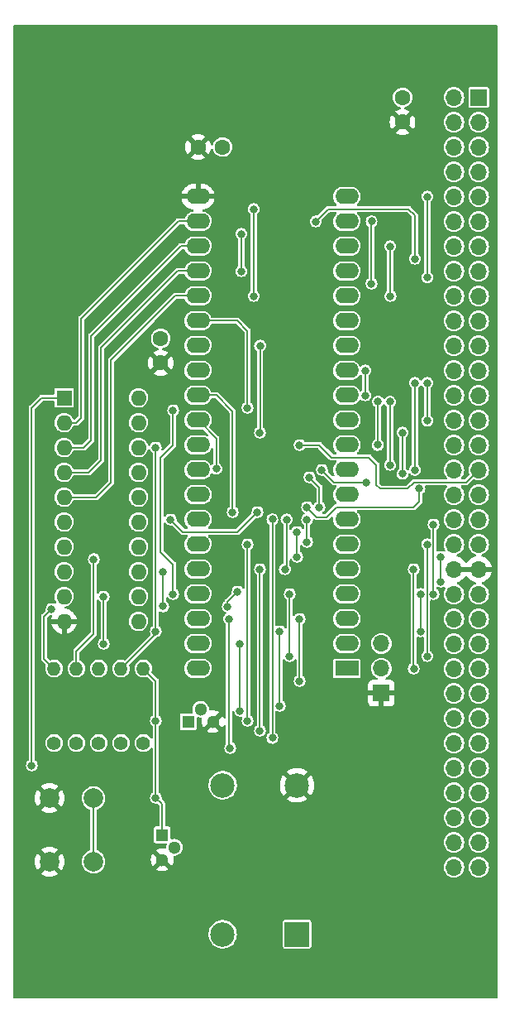
<source format=gbl>
G04 #@! TF.GenerationSoftware,KiCad,Pcbnew,(6.0.1)*
G04 #@! TF.CreationDate,2022-09-17T15:16:17-04:00*
G04 #@! TF.ProjectId,LB-65CXX-01,4c422d36-3543-4585-982d-30312e6b6963,1*
G04 #@! TF.SameCoordinates,Original*
G04 #@! TF.FileFunction,Copper,L2,Bot*
G04 #@! TF.FilePolarity,Positive*
%FSLAX46Y46*%
G04 Gerber Fmt 4.6, Leading zero omitted, Abs format (unit mm)*
G04 Created by KiCad (PCBNEW (6.0.1)) date 2022-09-17 15:16:17*
%MOMM*%
%LPD*%
G01*
G04 APERTURE LIST*
G04 #@! TA.AperFunction,ComponentPad*
%ADD10R,1.300000X1.300000*%
G04 #@! TD*
G04 #@! TA.AperFunction,ComponentPad*
%ADD11C,1.300000*%
G04 #@! TD*
G04 #@! TA.AperFunction,ComponentPad*
%ADD12R,1.700000X1.700000*%
G04 #@! TD*
G04 #@! TA.AperFunction,ComponentPad*
%ADD13O,1.700000X1.700000*%
G04 #@! TD*
G04 #@! TA.AperFunction,ComponentPad*
%ADD14R,2.400000X1.600000*%
G04 #@! TD*
G04 #@! TA.AperFunction,ComponentPad*
%ADD15O,2.400000X1.600000*%
G04 #@! TD*
G04 #@! TA.AperFunction,ComponentPad*
%ADD16C,1.400000*%
G04 #@! TD*
G04 #@! TA.AperFunction,ComponentPad*
%ADD17O,1.400000X1.400000*%
G04 #@! TD*
G04 #@! TA.AperFunction,ComponentPad*
%ADD18R,1.600000X1.600000*%
G04 #@! TD*
G04 #@! TA.AperFunction,ComponentPad*
%ADD19O,1.600000X1.600000*%
G04 #@! TD*
G04 #@! TA.AperFunction,ComponentPad*
%ADD20C,1.600000*%
G04 #@! TD*
G04 #@! TA.AperFunction,ComponentPad*
%ADD21R,2.500000X2.500000*%
G04 #@! TD*
G04 #@! TA.AperFunction,ComponentPad*
%ADD22C,2.500000*%
G04 #@! TD*
G04 #@! TA.AperFunction,ComponentPad*
%ADD23C,2.000000*%
G04 #@! TD*
G04 #@! TA.AperFunction,ViaPad*
%ADD24C,0.800000*%
G04 #@! TD*
G04 #@! TA.AperFunction,Conductor*
%ADD25C,0.203200*%
G04 #@! TD*
G04 APERTURE END LIST*
D10*
X147468000Y-130048000D03*
D11*
X148738000Y-131318000D03*
X147468000Y-132588000D03*
D12*
X179890000Y-54615000D03*
D13*
X177350000Y-54615000D03*
X179890000Y-57155000D03*
X177350000Y-57155000D03*
X179890000Y-59695000D03*
X177350000Y-59695000D03*
X179890000Y-62235000D03*
X177350000Y-62235000D03*
X179890000Y-64775000D03*
X177350000Y-64775000D03*
X179890000Y-67315000D03*
X177350000Y-67315000D03*
X179890000Y-69855000D03*
X177350000Y-69855000D03*
X179890000Y-72395000D03*
X177350000Y-72395000D03*
X179890000Y-74935000D03*
X177350000Y-74935000D03*
X179890000Y-77475000D03*
X177350000Y-77475000D03*
X179890000Y-80015000D03*
X177350000Y-80015000D03*
X179890000Y-82555000D03*
X177350000Y-82555000D03*
X179890000Y-85095000D03*
X177350000Y-85095000D03*
X179890000Y-87635000D03*
X177350000Y-87635000D03*
X179890000Y-90175000D03*
X177350000Y-90175000D03*
X179890000Y-92715000D03*
X177350000Y-92715000D03*
X179890000Y-95255000D03*
X177350000Y-95255000D03*
X179890000Y-97795000D03*
X177350000Y-97795000D03*
X179890000Y-100335000D03*
X177350000Y-100335000D03*
X179890000Y-102875000D03*
X177350000Y-102875000D03*
X179890000Y-105415000D03*
X177350000Y-105415000D03*
X179890000Y-107955000D03*
X177350000Y-107955000D03*
X179890000Y-110495000D03*
X177350000Y-110495000D03*
X179890000Y-113035000D03*
X177350000Y-113035000D03*
X179890000Y-115575000D03*
X177350000Y-115575000D03*
X179890000Y-118115000D03*
X177350000Y-118115000D03*
X179890000Y-120655000D03*
X177350000Y-120655000D03*
X179890000Y-123195000D03*
X177350000Y-123195000D03*
X179890000Y-125735000D03*
X177350000Y-125735000D03*
X179890000Y-128275000D03*
X177350000Y-128275000D03*
X179890000Y-130815000D03*
X177350000Y-130815000D03*
X179890000Y-133355000D03*
X177350000Y-133355000D03*
D14*
X166375000Y-113025000D03*
D15*
X166375000Y-110485000D03*
X166375000Y-107945000D03*
X166375000Y-105405000D03*
X166375000Y-102865000D03*
X166375000Y-100325000D03*
X166375000Y-97785000D03*
X166375000Y-95245000D03*
X166375000Y-92705000D03*
X166375000Y-90165000D03*
X166375000Y-87625000D03*
X166375000Y-85085000D03*
X166375000Y-82545000D03*
X166375000Y-80005000D03*
X166375000Y-77465000D03*
X166375000Y-74925000D03*
X166375000Y-72385000D03*
X166375000Y-69845000D03*
X166375000Y-67305000D03*
X166375000Y-64765000D03*
X151135000Y-64765000D03*
X151135000Y-67305000D03*
X151135000Y-69845000D03*
X151135000Y-72385000D03*
X151135000Y-74925000D03*
X151135000Y-77465000D03*
X151135000Y-80005000D03*
X151135000Y-82545000D03*
X151135000Y-85085000D03*
X151135000Y-87625000D03*
X151135000Y-90165000D03*
X151135000Y-92705000D03*
X151135000Y-95245000D03*
X151135000Y-97785000D03*
X151135000Y-100325000D03*
X151135000Y-102865000D03*
X151135000Y-105405000D03*
X151135000Y-107945000D03*
X151135000Y-110485000D03*
X151135000Y-113025000D03*
D16*
X145542000Y-120650000D03*
D17*
X145542000Y-113030000D03*
D16*
X140970000Y-120650000D03*
D17*
X140970000Y-113030000D03*
D16*
X136398000Y-120650000D03*
D17*
X136398000Y-113030000D03*
D10*
X150130000Y-118470000D03*
D11*
X151400000Y-117200000D03*
X152670000Y-118470000D03*
D16*
X143256000Y-120650000D03*
D17*
X143256000Y-113030000D03*
D12*
X169926000Y-115555000D03*
D13*
X169926000Y-113015000D03*
X169926000Y-110475000D03*
D18*
X137424000Y-85349000D03*
D19*
X137424000Y-87889000D03*
X137424000Y-90429000D03*
X137424000Y-92969000D03*
X137424000Y-95509000D03*
X137424000Y-98049000D03*
X137424000Y-100589000D03*
X137424000Y-103129000D03*
X137424000Y-105669000D03*
X137424000Y-108209000D03*
X145044000Y-108209000D03*
X145044000Y-105669000D03*
X145044000Y-103129000D03*
X145044000Y-100589000D03*
X145044000Y-98049000D03*
X145044000Y-95509000D03*
X145044000Y-92969000D03*
X145044000Y-90429000D03*
X145044000Y-87889000D03*
X145044000Y-85349000D03*
D20*
X151150000Y-59690000D03*
X153650000Y-59690000D03*
D21*
X161290000Y-140208000D03*
D22*
X161290000Y-124968000D03*
X153670000Y-124968000D03*
X153670000Y-140208000D03*
D20*
X172085000Y-57130000D03*
X172085000Y-54630000D03*
D23*
X135926000Y-132790000D03*
X135926000Y-126290000D03*
X140426000Y-132790000D03*
X140426000Y-126290000D03*
D16*
X138684000Y-120650000D03*
D17*
X138684000Y-113030000D03*
D20*
X147320000Y-81768000D03*
X147320000Y-79268000D03*
D24*
X174625000Y-64770000D03*
X174625000Y-73006500D03*
X173355000Y-71120000D03*
X163195000Y-67310000D03*
X155575000Y-72390000D03*
X155575000Y-68580000D03*
X156845000Y-74930000D03*
X156845000Y-66040000D03*
X154686000Y-97028000D03*
X173817095Y-94633500D03*
X162306000Y-96520000D03*
X153016500Y-92601500D03*
X168396316Y-93980000D03*
X163830000Y-92710000D03*
X173350000Y-92715000D03*
X173355000Y-83820000D03*
X157498500Y-80010000D03*
X157480000Y-88900000D03*
X170815000Y-85748500D03*
X170815000Y-92202000D03*
X169550000Y-90165000D03*
X169582000Y-85725000D03*
X161544000Y-90170000D03*
X174625000Y-83820000D03*
X174625000Y-87667011D03*
X156210000Y-86360000D03*
X168275000Y-82550000D03*
X168275000Y-85090000D03*
X172085000Y-93091000D03*
X172085000Y-88900000D03*
X170852000Y-74930000D03*
X170815000Y-69850000D03*
X168910000Y-73660000D03*
X168915000Y-67305000D03*
X148590000Y-86614000D03*
X134112000Y-122936000D03*
X148590000Y-105410000D03*
X157480000Y-119380000D03*
X157480000Y-102870000D03*
X146812000Y-118364000D03*
X146812000Y-126238000D03*
X175260000Y-105410000D03*
X160038500Y-102870000D03*
X175260000Y-98298000D03*
X160209903Y-97790000D03*
X173947989Y-105410000D03*
X173947989Y-109220000D03*
X160528000Y-111760000D03*
X160528000Y-105410000D03*
X174606500Y-111760000D03*
X174606500Y-100330000D03*
X140462000Y-101854000D03*
X161544000Y-107950000D03*
X161544000Y-114300000D03*
X155448000Y-110490000D03*
X141473000Y-105669000D03*
X141478000Y-110490000D03*
X155448000Y-117348000D03*
X146812000Y-109220000D03*
X146812000Y-90424000D03*
X159512000Y-116840000D03*
X159512000Y-109220000D03*
X156210000Y-100330000D03*
X156210000Y-118364000D03*
X158755000Y-97785000D03*
X158755000Y-120137000D03*
X173233000Y-113035000D03*
X173228000Y-102870000D03*
X148336000Y-97790000D03*
X162306000Y-100076000D03*
X157226000Y-97028000D03*
X162306000Y-97790000D03*
X162560000Y-93472000D03*
X163576000Y-96520000D03*
X176022000Y-104140000D03*
X154178000Y-106680000D03*
X147569000Y-106675000D03*
X147569000Y-103129000D03*
X176022000Y-101600000D03*
X155194000Y-105156000D03*
X161290000Y-101600000D03*
X161290000Y-99060000D03*
X154305000Y-107950000D03*
X136144000Y-106934000D03*
X154432000Y-121158000D03*
D25*
X147468000Y-126894000D02*
X146812000Y-126238000D01*
X147468000Y-130048000D02*
X147468000Y-126894000D01*
X174625000Y-73006500D02*
X174625000Y-64770000D01*
X164465000Y-66040000D02*
X163195000Y-67310000D01*
X137424000Y-87889000D02*
X138679000Y-87889000D01*
X138679000Y-87889000D02*
X139192000Y-87376000D01*
X172720000Y-66040000D02*
X164465000Y-66040000D01*
X173355000Y-71120000D02*
X173355000Y-66675000D01*
X149103000Y-67305000D02*
X151135000Y-67305000D01*
X139192000Y-77216000D02*
X149103000Y-67305000D01*
X139192000Y-87376000D02*
X139192000Y-77216000D01*
X173355000Y-66675000D02*
X172720000Y-66040000D01*
X140208000Y-89662000D02*
X140208000Y-78994000D01*
X139441000Y-90429000D02*
X140208000Y-89662000D01*
X137424000Y-90429000D02*
X139441000Y-90429000D01*
X140208000Y-78994000D02*
X149357000Y-69845000D01*
X151135000Y-69845000D02*
X149357000Y-69845000D01*
X141219000Y-91699000D02*
X141219000Y-80259000D01*
X155575000Y-68580000D02*
X155575000Y-72390000D01*
X149093000Y-72385000D02*
X151135000Y-72385000D01*
X139949000Y-92969000D02*
X141219000Y-91699000D01*
X141219000Y-80259000D02*
X149093000Y-72385000D01*
X137424000Y-92969000D02*
X139949000Y-92969000D01*
X142235000Y-81529000D02*
X148839000Y-74925000D01*
X142235000Y-93985000D02*
X142235000Y-81529000D01*
X137424000Y-95509000D02*
X140711000Y-95509000D01*
X140711000Y-95509000D02*
X142235000Y-93985000D01*
X156845000Y-66040000D02*
X156845000Y-74930000D01*
X148839000Y-74925000D02*
X151135000Y-74925000D01*
X151135000Y-85085000D02*
X153030000Y-85085000D01*
X164338000Y-97536000D02*
X165354000Y-96520000D01*
X154686000Y-97028000D02*
X154686000Y-86741000D01*
X163322000Y-97536000D02*
X164338000Y-97536000D01*
X153030000Y-85085000D02*
X154686000Y-86741000D01*
X162306000Y-96520000D02*
X163322000Y-97536000D01*
X173817095Y-95930905D02*
X173228000Y-96520000D01*
X165354000Y-96520000D02*
X173228000Y-96520000D01*
X173817095Y-94633500D02*
X173817095Y-95930905D01*
X165100000Y-93980000D02*
X163830000Y-92710000D01*
X153016500Y-89506500D02*
X151135000Y-87625000D01*
X168396316Y-93980000D02*
X165100000Y-93980000D01*
X153016500Y-92601500D02*
X153016500Y-89506500D01*
X173350000Y-92715000D02*
X173355000Y-92710000D01*
X173355000Y-92710000D02*
X173355000Y-83820000D01*
X157498500Y-80010000D02*
X157498500Y-88881500D01*
X157498500Y-88881500D02*
X157480000Y-88900000D01*
X170815000Y-92202000D02*
X170815000Y-85748500D01*
X169582000Y-90133000D02*
X169550000Y-90165000D01*
X169582000Y-85725000D02*
X169582000Y-90133000D01*
X173265022Y-93980000D02*
X172611511Y-94633511D01*
X169418000Y-92202000D02*
X169418000Y-94234000D01*
X163576000Y-90170000D02*
X161544000Y-90170000D01*
X168656000Y-91440000D02*
X169418000Y-92202000D01*
X179890000Y-92715000D02*
X178625000Y-93980000D01*
X164846000Y-91440000D02*
X163576000Y-90170000D01*
X178625000Y-93980000D02*
X173265022Y-93980000D01*
X164846000Y-91440000D02*
X168656000Y-91440000D01*
X169817511Y-94633511D02*
X169418000Y-94234000D01*
X172611511Y-94633511D02*
X169817511Y-94633511D01*
X174625000Y-83820000D02*
X174625000Y-87667011D01*
X156210000Y-78486000D02*
X156210000Y-86360000D01*
X151135000Y-77465000D02*
X155189000Y-77465000D01*
X155189000Y-77465000D02*
X156210000Y-78486000D01*
X168275000Y-85090000D02*
X168275000Y-82550000D01*
X172085000Y-93091000D02*
X172085000Y-88900000D01*
X170815000Y-74893000D02*
X170852000Y-74930000D01*
X170815000Y-69850000D02*
X170815000Y-74893000D01*
X168910000Y-73660000D02*
X168910000Y-67310000D01*
X168910000Y-67310000D02*
X168915000Y-67305000D01*
X148590000Y-90170000D02*
X148590000Y-86614000D01*
X134112000Y-86360000D02*
X135123000Y-85349000D01*
X147320000Y-101092000D02*
X147320000Y-91440000D01*
X134112000Y-122936000D02*
X134112000Y-86360000D01*
X148590000Y-102362000D02*
X147320000Y-101092000D01*
X147320000Y-91440000D02*
X148590000Y-90170000D01*
X135123000Y-85349000D02*
X137424000Y-85349000D01*
X148590000Y-105410000D02*
X148590000Y-102362000D01*
X157480000Y-102870000D02*
X157480000Y-119380000D01*
X146812000Y-114300000D02*
X145542000Y-113030000D01*
X140426000Y-132790000D02*
X140426000Y-126290000D01*
X146812000Y-118364000D02*
X146812000Y-114300000D01*
X146812000Y-126238000D02*
X146812000Y-118364000D01*
X160145806Y-102870000D02*
X160038500Y-102870000D01*
X175260000Y-105410000D02*
X175260000Y-98298000D01*
X160209903Y-102805903D02*
X160145806Y-102870000D01*
X160209903Y-97790000D02*
X160209903Y-102805903D01*
X173947989Y-105410000D02*
X173947989Y-109220000D01*
X160528000Y-111760000D02*
X160528000Y-105410000D01*
X138684000Y-111252000D02*
X140462000Y-109474000D01*
X174601489Y-100335011D02*
X174601489Y-111754989D01*
X140462000Y-109474000D02*
X140462000Y-101854000D01*
X174606500Y-100330000D02*
X174601489Y-100335011D01*
X174601489Y-111754989D02*
X174606500Y-111760000D01*
X138684000Y-113030000D02*
X138684000Y-111252000D01*
X161544000Y-114300000D02*
X161544000Y-107950000D01*
X155448000Y-117348000D02*
X155448000Y-110490000D01*
X141473000Y-110485000D02*
X141478000Y-110490000D01*
X141473000Y-105669000D02*
X141473000Y-110485000D01*
X159512000Y-116840000D02*
X159512000Y-109220000D01*
X146812000Y-90424000D02*
X146812000Y-109220000D01*
X146812000Y-109474000D02*
X146812000Y-109220000D01*
X143256000Y-113030000D02*
X146812000Y-109474000D01*
X156210000Y-118364000D02*
X156210000Y-100330000D01*
X158755000Y-97785000D02*
X158755000Y-120137000D01*
X173228000Y-102870000D02*
X173228000Y-113030000D01*
X173228000Y-113030000D02*
X173233000Y-113035000D01*
X162306000Y-100076000D02*
X162306000Y-97790000D01*
X155194000Y-99060000D02*
X157226000Y-97028000D01*
X149606000Y-99060000D02*
X155194000Y-99060000D01*
X148336000Y-97790000D02*
X149606000Y-99060000D01*
X163576000Y-94488000D02*
X162560000Y-93472000D01*
X163576000Y-96520000D02*
X163576000Y-94488000D01*
X147569000Y-103129000D02*
X147569000Y-106675000D01*
X154178000Y-106680000D02*
X154178000Y-106172000D01*
X154178000Y-106172000D02*
X155194000Y-105156000D01*
X176022000Y-101600000D02*
X176022000Y-104140000D01*
X161290000Y-101600000D02*
X161290000Y-99060000D01*
X136398000Y-113030000D02*
X135382000Y-112014000D01*
X135382000Y-112014000D02*
X135382000Y-107696000D01*
X135382000Y-107696000D02*
X136144000Y-106934000D01*
X154432000Y-121158000D02*
X154305000Y-121031000D01*
X154305000Y-121031000D02*
X154305000Y-107950000D01*
G04 #@! TA.AperFunction,Conductor*
G36*
X181738921Y-47223202D02*
G01*
X181785414Y-47276858D01*
X181796800Y-47329200D01*
X181796800Y-146670800D01*
X181776798Y-146738921D01*
X181723142Y-146785414D01*
X181670800Y-146796800D01*
X132329200Y-146796800D01*
X132261079Y-146776798D01*
X132214586Y-146723142D01*
X132203200Y-146670800D01*
X132203200Y-140172361D01*
X152211753Y-140172361D01*
X152212050Y-140177513D01*
X152212050Y-140177517D01*
X152217917Y-140279256D01*
X152225514Y-140411009D01*
X152226651Y-140416055D01*
X152226652Y-140416061D01*
X152249232Y-140516256D01*
X152278067Y-140644205D01*
X152368001Y-140865687D01*
X152492902Y-141069506D01*
X152649414Y-141250188D01*
X152653389Y-141253488D01*
X152653393Y-141253492D01*
X152730851Y-141317799D01*
X152833334Y-141402882D01*
X152837786Y-141405484D01*
X152837791Y-141405487D01*
X153035266Y-141520882D01*
X153039724Y-141523487D01*
X153263041Y-141608763D01*
X153268109Y-141609794D01*
X153268112Y-141609795D01*
X153383642Y-141633300D01*
X153497286Y-141656421D01*
X153502459Y-141656611D01*
X153502462Y-141656611D01*
X153731006Y-141664991D01*
X153731010Y-141664991D01*
X153736170Y-141665180D01*
X153741290Y-141664524D01*
X153741292Y-141664524D01*
X153836699Y-141652302D01*
X153973277Y-141634806D01*
X153978228Y-141633321D01*
X153978231Y-141633320D01*
X154197296Y-141567597D01*
X154202239Y-141566114D01*
X154239627Y-141547798D01*
X154381972Y-141478064D01*
X159836300Y-141478064D01*
X159848119Y-141537480D01*
X159855013Y-141547797D01*
X159855013Y-141547798D01*
X159867251Y-141566114D01*
X159893140Y-141604860D01*
X159903455Y-141611752D01*
X159938942Y-141635463D01*
X159960520Y-141649881D01*
X160019936Y-141661700D01*
X162560064Y-141661700D01*
X162619480Y-141649881D01*
X162641059Y-141635463D01*
X162676545Y-141611752D01*
X162686860Y-141604860D01*
X162712749Y-141566114D01*
X162724987Y-141547798D01*
X162724987Y-141547797D01*
X162731881Y-141537480D01*
X162743700Y-141478064D01*
X162743700Y-138937936D01*
X162731881Y-138878520D01*
X162720635Y-138861688D01*
X162693752Y-138821455D01*
X162686860Y-138811140D01*
X162619480Y-138766119D01*
X162560064Y-138754300D01*
X160019936Y-138754300D01*
X159960520Y-138766119D01*
X159893140Y-138811140D01*
X159886248Y-138821455D01*
X159859366Y-138861688D01*
X159848119Y-138878520D01*
X159836300Y-138937936D01*
X159836300Y-141478064D01*
X154381972Y-141478064D01*
X154412273Y-141463220D01*
X154412276Y-141463218D01*
X154416908Y-141460949D01*
X154611518Y-141322136D01*
X154780842Y-141153401D01*
X154844291Y-141065103D01*
X154917317Y-140963478D01*
X154917321Y-140963472D01*
X154920335Y-140959277D01*
X155026248Y-140744977D01*
X155058397Y-140639163D01*
X155094235Y-140521208D01*
X155094236Y-140521202D01*
X155095739Y-140516256D01*
X155126941Y-140279256D01*
X155128682Y-140208000D01*
X155109095Y-139969759D01*
X155050860Y-139737917D01*
X154955541Y-139518699D01*
X154938393Y-139492191D01*
X154906130Y-139442321D01*
X154825699Y-139317992D01*
X154804137Y-139294295D01*
X154668297Y-139145010D01*
X154668295Y-139145009D01*
X154664819Y-139141188D01*
X154660768Y-139137989D01*
X154660764Y-139137985D01*
X154481276Y-138996234D01*
X154481271Y-138996231D01*
X154477222Y-138993033D01*
X154472706Y-138990540D01*
X154472703Y-138990538D01*
X154272471Y-138880004D01*
X154272467Y-138880002D01*
X154267947Y-138877507D01*
X154263078Y-138875783D01*
X154263074Y-138875781D01*
X154047489Y-138799438D01*
X154047485Y-138799437D01*
X154042614Y-138797712D01*
X154037521Y-138796805D01*
X154037518Y-138796804D01*
X153903953Y-138773013D01*
X153807274Y-138755792D01*
X153717143Y-138754691D01*
X153573417Y-138752934D01*
X153573415Y-138752934D01*
X153568247Y-138752871D01*
X153331954Y-138789029D01*
X153104738Y-138863295D01*
X153100150Y-138865683D01*
X153100146Y-138865685D01*
X152973008Y-138931869D01*
X152892703Y-138973673D01*
X152888570Y-138976776D01*
X152888567Y-138976778D01*
X152705678Y-139114095D01*
X152701543Y-139117200D01*
X152536391Y-139290022D01*
X152533477Y-139294294D01*
X152533476Y-139294295D01*
X152439840Y-139431560D01*
X152401683Y-139487496D01*
X152301037Y-139704320D01*
X152237155Y-139934670D01*
X152211753Y-140172361D01*
X132203200Y-140172361D01*
X132203200Y-134022670D01*
X135058160Y-134022670D01*
X135063887Y-134030320D01*
X135235042Y-134135205D01*
X135243837Y-134139687D01*
X135453988Y-134226734D01*
X135463373Y-134229783D01*
X135684554Y-134282885D01*
X135694301Y-134284428D01*
X135921070Y-134302275D01*
X135930930Y-134302275D01*
X136157699Y-134284428D01*
X136167446Y-134282885D01*
X136388627Y-134229783D01*
X136398012Y-134226734D01*
X136608163Y-134139687D01*
X136616958Y-134135205D01*
X136784445Y-134032568D01*
X136793907Y-134022110D01*
X136790124Y-134013334D01*
X135938812Y-133162022D01*
X135924868Y-133154408D01*
X135923035Y-133154539D01*
X135916420Y-133158790D01*
X135064920Y-134010290D01*
X135058160Y-134022670D01*
X132203200Y-134022670D01*
X132203200Y-132794930D01*
X134413725Y-132794930D01*
X134431572Y-133021699D01*
X134433115Y-133031446D01*
X134486217Y-133252627D01*
X134489266Y-133262012D01*
X134576313Y-133472163D01*
X134580795Y-133480958D01*
X134683432Y-133648445D01*
X134693890Y-133657907D01*
X134702666Y-133654124D01*
X135553978Y-132802812D01*
X135560356Y-132791132D01*
X136290408Y-132791132D01*
X136290539Y-132792965D01*
X136294790Y-132799580D01*
X137146290Y-133651080D01*
X137158670Y-133657840D01*
X137166320Y-133652113D01*
X137271205Y-133480958D01*
X137275687Y-133472163D01*
X137362734Y-133262012D01*
X137365783Y-133252627D01*
X137418885Y-133031446D01*
X137420428Y-133021699D01*
X137438275Y-132794930D01*
X137438275Y-132785070D01*
X137436173Y-132758356D01*
X139217557Y-132758356D01*
X139232026Y-132979107D01*
X139286481Y-133193525D01*
X139379099Y-133394428D01*
X139382432Y-133399144D01*
X139491872Y-133553998D01*
X139506778Y-133575090D01*
X139665242Y-133729458D01*
X139670046Y-133732668D01*
X139682873Y-133741239D01*
X139849183Y-133852364D01*
X139854486Y-133854642D01*
X139854489Y-133854644D01*
X140047136Y-133937411D01*
X140052443Y-133939691D01*
X140142049Y-133959967D01*
X140262576Y-133987240D01*
X140262579Y-133987240D01*
X140268212Y-133988515D01*
X140273983Y-133988742D01*
X140273985Y-133988742D01*
X140342461Y-133991432D01*
X140489267Y-133997200D01*
X140598734Y-133981328D01*
X140702488Y-133966285D01*
X140702493Y-133966284D01*
X140708202Y-133965456D01*
X140713666Y-133963601D01*
X140713671Y-133963600D01*
X140912218Y-133896202D01*
X140917686Y-133894346D01*
X141110704Y-133786251D01*
X141175131Y-133732668D01*
X141276353Y-133648482D01*
X141280791Y-133644791D01*
X141346866Y-133565344D01*
X146855016Y-133565344D01*
X146864898Y-133577834D01*
X146908279Y-133606820D01*
X146918389Y-133612310D01*
X147103318Y-133691762D01*
X147114261Y-133695317D01*
X147310567Y-133739737D01*
X147321975Y-133741239D01*
X147523096Y-133749140D01*
X147534580Y-133748538D01*
X147733774Y-133719657D01*
X147744957Y-133716972D01*
X147935547Y-133652276D01*
X147946060Y-133647595D01*
X148072766Y-133576635D01*
X148082631Y-133566557D01*
X148079675Y-133558885D01*
X147861007Y-133340217D01*
X176291305Y-133340217D01*
X176291821Y-133346361D01*
X176308080Y-133539994D01*
X176308081Y-133539999D01*
X176308596Y-133546133D01*
X176319298Y-133583455D01*
X176362085Y-133732668D01*
X176365555Y-133744770D01*
X176460010Y-133928560D01*
X176463835Y-133933386D01*
X176463837Y-133933389D01*
X176534600Y-134022670D01*
X176588364Y-134090503D01*
X176745730Y-134224431D01*
X176926111Y-134325243D01*
X177122639Y-134389099D01*
X177327826Y-134413566D01*
X177333961Y-134413094D01*
X177333963Y-134413094D01*
X177527715Y-134398185D01*
X177527718Y-134398184D01*
X177533858Y-134397712D01*
X177732887Y-134342143D01*
X177917332Y-134248973D01*
X177944899Y-134227436D01*
X178075307Y-134125550D01*
X178075308Y-134125549D01*
X178080168Y-134121752D01*
X178215191Y-133965325D01*
X178231049Y-133937411D01*
X178279362Y-133852364D01*
X178317260Y-133785652D01*
X178382486Y-133589575D01*
X178408385Y-133384563D01*
X178408798Y-133355000D01*
X178407348Y-133340217D01*
X178831305Y-133340217D01*
X178831821Y-133346361D01*
X178848080Y-133539994D01*
X178848081Y-133539999D01*
X178848596Y-133546133D01*
X178859298Y-133583455D01*
X178902085Y-133732668D01*
X178905555Y-133744770D01*
X179000010Y-133928560D01*
X179003835Y-133933386D01*
X179003837Y-133933389D01*
X179074600Y-134022670D01*
X179128364Y-134090503D01*
X179285730Y-134224431D01*
X179466111Y-134325243D01*
X179662639Y-134389099D01*
X179867826Y-134413566D01*
X179873961Y-134413094D01*
X179873963Y-134413094D01*
X180067715Y-134398185D01*
X180067718Y-134398184D01*
X180073858Y-134397712D01*
X180272887Y-134342143D01*
X180457332Y-134248973D01*
X180484899Y-134227436D01*
X180615307Y-134125550D01*
X180615308Y-134125549D01*
X180620168Y-134121752D01*
X180755191Y-133965325D01*
X180771049Y-133937411D01*
X180819362Y-133852364D01*
X180857260Y-133785652D01*
X180922486Y-133589575D01*
X180948385Y-133384563D01*
X180948798Y-133355000D01*
X180928633Y-133149345D01*
X180868907Y-132951523D01*
X180789836Y-132802812D01*
X180774789Y-132774512D01*
X180774787Y-132774509D01*
X180771895Y-132769070D01*
X180768005Y-132764300D01*
X180768002Y-132764296D01*
X180645187Y-132613710D01*
X180645184Y-132613707D01*
X180641292Y-132608935D01*
X180636543Y-132605006D01*
X180486822Y-132481146D01*
X180486819Y-132481144D01*
X180482072Y-132477217D01*
X180300301Y-132378933D01*
X180201601Y-132348380D01*
X180108788Y-132319650D01*
X180108785Y-132319649D01*
X180102901Y-132317828D01*
X180096776Y-132317184D01*
X180096775Y-132317184D01*
X179903520Y-132296872D01*
X179903519Y-132296872D01*
X179897392Y-132296228D01*
X179770582Y-132307768D01*
X179697742Y-132314397D01*
X179697741Y-132314397D01*
X179691601Y-132314956D01*
X179493367Y-132373300D01*
X179310241Y-132469036D01*
X179149198Y-132598518D01*
X179016371Y-132756814D01*
X179013408Y-132762203D01*
X179013405Y-132762208D01*
X178956919Y-132864957D01*
X178916821Y-132937895D01*
X178854339Y-133134864D01*
X178853653Y-133140981D01*
X178853652Y-133140985D01*
X178831992Y-133334092D01*
X178831305Y-133340217D01*
X178407348Y-133340217D01*
X178388633Y-133149345D01*
X178328907Y-132951523D01*
X178249836Y-132802812D01*
X178234789Y-132774512D01*
X178234787Y-132774509D01*
X178231895Y-132769070D01*
X178228005Y-132764300D01*
X178228002Y-132764296D01*
X178105187Y-132613710D01*
X178105184Y-132613707D01*
X178101292Y-132608935D01*
X178096543Y-132605006D01*
X177946822Y-132481146D01*
X177946819Y-132481144D01*
X177942072Y-132477217D01*
X177760301Y-132378933D01*
X177661601Y-132348380D01*
X177568788Y-132319650D01*
X177568785Y-132319649D01*
X177562901Y-132317828D01*
X177556776Y-132317184D01*
X177556775Y-132317184D01*
X177363520Y-132296872D01*
X177363519Y-132296872D01*
X177357392Y-132296228D01*
X177230582Y-132307768D01*
X177157742Y-132314397D01*
X177157741Y-132314397D01*
X177151601Y-132314956D01*
X176953367Y-132373300D01*
X176770241Y-132469036D01*
X176609198Y-132598518D01*
X176476371Y-132756814D01*
X176473408Y-132762203D01*
X176473405Y-132762208D01*
X176416919Y-132864957D01*
X176376821Y-132937895D01*
X176314339Y-133134864D01*
X176313653Y-133140981D01*
X176313652Y-133140985D01*
X176291992Y-133334092D01*
X176291305Y-133340217D01*
X147861007Y-133340217D01*
X147480812Y-132960022D01*
X147466868Y-132952408D01*
X147465035Y-132952539D01*
X147458420Y-132956790D01*
X146861212Y-133553998D01*
X146855016Y-133565344D01*
X141346866Y-133565344D01*
X141422251Y-133474704D01*
X141530346Y-133281686D01*
X141560273Y-133193525D01*
X141599600Y-133077671D01*
X141599601Y-133077666D01*
X141601456Y-133072202D01*
X141602284Y-133066493D01*
X141602285Y-133066488D01*
X141632667Y-132856941D01*
X141633200Y-132853267D01*
X141634857Y-132790000D01*
X141617696Y-132603237D01*
X141615144Y-132575457D01*
X141615143Y-132575454D01*
X141614615Y-132569703D01*
X141612816Y-132563323D01*
X146305816Y-132563323D01*
X146318979Y-132764159D01*
X146320780Y-132775529D01*
X146370323Y-132970604D01*
X146374164Y-132981451D01*
X146458429Y-133164238D01*
X146464178Y-133174195D01*
X146477912Y-133193628D01*
X146488501Y-133202016D01*
X146501802Y-133194988D01*
X147095978Y-132600812D01*
X147103592Y-132586868D01*
X147103461Y-132585035D01*
X147099210Y-132578420D01*
X146499520Y-131978730D01*
X146487140Y-131971970D01*
X146481174Y-131976436D01*
X146396257Y-132137836D01*
X146391848Y-132148479D01*
X146332167Y-132340684D01*
X146329773Y-132351946D01*
X146306117Y-132551821D01*
X146305816Y-132563323D01*
X141612816Y-132563323D01*
X141554565Y-132356784D01*
X141546626Y-132340684D01*
X141459275Y-132163555D01*
X141456720Y-132158374D01*
X141324356Y-131981117D01*
X141182329Y-131849828D01*
X141166151Y-131834873D01*
X141161906Y-131830949D01*
X141077848Y-131777913D01*
X140979694Y-131715982D01*
X140979689Y-131715980D01*
X140974810Y-131712901D01*
X140810609Y-131647391D01*
X140754751Y-131603571D01*
X140731300Y-131530362D01*
X140731300Y-127547905D01*
X140751302Y-127479784D01*
X140804958Y-127433291D01*
X140816795Y-127428594D01*
X140917686Y-127394346D01*
X141110704Y-127286251D01*
X141175131Y-127232668D01*
X141276353Y-127148482D01*
X141280791Y-127144791D01*
X141422251Y-126974704D01*
X141530346Y-126781686D01*
X141554108Y-126711684D01*
X141599600Y-126577671D01*
X141599601Y-126577666D01*
X141601456Y-126572202D01*
X141602284Y-126566493D01*
X141602285Y-126566488D01*
X141625956Y-126403227D01*
X141633200Y-126353267D01*
X141634857Y-126290000D01*
X141616033Y-126085134D01*
X141615144Y-126075457D01*
X141615143Y-126075454D01*
X141614615Y-126069703D01*
X141578366Y-125941176D01*
X141556133Y-125862343D01*
X141556132Y-125862341D01*
X141554565Y-125856784D01*
X141543041Y-125833414D01*
X141459275Y-125663555D01*
X141456720Y-125658374D01*
X141432312Y-125625687D01*
X141364950Y-125535479D01*
X141324356Y-125481117D01*
X141161906Y-125330949D01*
X141067093Y-125271127D01*
X140979694Y-125215982D01*
X140979689Y-125215980D01*
X140974810Y-125212901D01*
X140769334Y-125130924D01*
X140763674Y-125129798D01*
X140763670Y-125129797D01*
X140558027Y-125088892D01*
X140558024Y-125088892D01*
X140552360Y-125087765D01*
X140546585Y-125087689D01*
X140546581Y-125087689D01*
X140435855Y-125086240D01*
X140331154Y-125084870D01*
X140325457Y-125085849D01*
X140325456Y-125085849D01*
X140118815Y-125121356D01*
X140118812Y-125121357D01*
X140113125Y-125122334D01*
X139905574Y-125198903D01*
X139885643Y-125210761D01*
X139720420Y-125309058D01*
X139720417Y-125309060D01*
X139715452Y-125312014D01*
X139549126Y-125457878D01*
X139545551Y-125462413D01*
X139545550Y-125462414D01*
X139416836Y-125625687D01*
X139412167Y-125631609D01*
X139309162Y-125827390D01*
X139301643Y-125851604D01*
X139254326Y-126003990D01*
X139243559Y-126038664D01*
X139217557Y-126258356D01*
X139232026Y-126479107D01*
X139286481Y-126693525D01*
X139379099Y-126894428D01*
X139382432Y-126899144D01*
X139434037Y-126972163D01*
X139506778Y-127075090D01*
X139665242Y-127229458D01*
X139670046Y-127232668D01*
X139680495Y-127239650D01*
X139849183Y-127352364D01*
X139854486Y-127354642D01*
X139854489Y-127354644D01*
X140044438Y-127436252D01*
X140099131Y-127481520D01*
X140120700Y-127552020D01*
X140120700Y-131531722D01*
X140100698Y-131599843D01*
X140047042Y-131646336D01*
X140038311Y-131649934D01*
X139991661Y-131667144D01*
X139905574Y-131698903D01*
X139888648Y-131708973D01*
X139720420Y-131809058D01*
X139720417Y-131809060D01*
X139715452Y-131812014D01*
X139549126Y-131957878D01*
X139545551Y-131962413D01*
X139545550Y-131962414D01*
X139470577Y-132057517D01*
X139412167Y-132131609D01*
X139309162Y-132327390D01*
X139307449Y-132332907D01*
X139292248Y-132381863D01*
X139243559Y-132538664D01*
X139217557Y-132758356D01*
X137436173Y-132758356D01*
X137420428Y-132558301D01*
X137418885Y-132548554D01*
X137365783Y-132327373D01*
X137362734Y-132317988D01*
X137275687Y-132107837D01*
X137271205Y-132099042D01*
X137168568Y-131931555D01*
X137158110Y-131922093D01*
X137149334Y-131925876D01*
X136298022Y-132777188D01*
X136290408Y-132791132D01*
X135560356Y-132791132D01*
X135561592Y-132788868D01*
X135561461Y-132787035D01*
X135557210Y-132780420D01*
X134705710Y-131928920D01*
X134693330Y-131922160D01*
X134685680Y-131927887D01*
X134580795Y-132099042D01*
X134576313Y-132107837D01*
X134489266Y-132317988D01*
X134486217Y-132327373D01*
X134433115Y-132548554D01*
X134431572Y-132558301D01*
X134413725Y-132785070D01*
X134413725Y-132794930D01*
X132203200Y-132794930D01*
X132203200Y-131557890D01*
X135058093Y-131557890D01*
X135061876Y-131566666D01*
X135913188Y-132417978D01*
X135927132Y-132425592D01*
X135928965Y-132425461D01*
X135935580Y-132421210D01*
X136787080Y-131569710D01*
X136793840Y-131557330D01*
X136788113Y-131549680D01*
X136616958Y-131444795D01*
X136608163Y-131440313D01*
X136398012Y-131353266D01*
X136388627Y-131350217D01*
X136167446Y-131297115D01*
X136157699Y-131295572D01*
X135930930Y-131277725D01*
X135921070Y-131277725D01*
X135694301Y-131295572D01*
X135684554Y-131297115D01*
X135463373Y-131350217D01*
X135453988Y-131353266D01*
X135243837Y-131440313D01*
X135235042Y-131444795D01*
X135067555Y-131547432D01*
X135058093Y-131557890D01*
X132203200Y-131557890D01*
X132203200Y-127522670D01*
X135058160Y-127522670D01*
X135063887Y-127530320D01*
X135235042Y-127635205D01*
X135243837Y-127639687D01*
X135453988Y-127726734D01*
X135463373Y-127729783D01*
X135684554Y-127782885D01*
X135694301Y-127784428D01*
X135921070Y-127802275D01*
X135930930Y-127802275D01*
X136157699Y-127784428D01*
X136167446Y-127782885D01*
X136388627Y-127729783D01*
X136398012Y-127726734D01*
X136608163Y-127639687D01*
X136616958Y-127635205D01*
X136784445Y-127532568D01*
X136793907Y-127522110D01*
X136790124Y-127513334D01*
X135938812Y-126662022D01*
X135924868Y-126654408D01*
X135923035Y-126654539D01*
X135916420Y-126658790D01*
X135064920Y-127510290D01*
X135058160Y-127522670D01*
X132203200Y-127522670D01*
X132203200Y-126294930D01*
X134413725Y-126294930D01*
X134431572Y-126521699D01*
X134433115Y-126531446D01*
X134486217Y-126752627D01*
X134489266Y-126762012D01*
X134576313Y-126972163D01*
X134580795Y-126980958D01*
X134683432Y-127148445D01*
X134693890Y-127157907D01*
X134702666Y-127154124D01*
X135553978Y-126302812D01*
X135560356Y-126291132D01*
X136290408Y-126291132D01*
X136290539Y-126292965D01*
X136294790Y-126299580D01*
X137146290Y-127151080D01*
X137158670Y-127157840D01*
X137166320Y-127152113D01*
X137271205Y-126980958D01*
X137275687Y-126972163D01*
X137362734Y-126762012D01*
X137365783Y-126752627D01*
X137418885Y-126531446D01*
X137420428Y-126521699D01*
X137438275Y-126294930D01*
X137438275Y-126285070D01*
X137420428Y-126058301D01*
X137418885Y-126048554D01*
X137365783Y-125827373D01*
X137362734Y-125817988D01*
X137275687Y-125607837D01*
X137271205Y-125599042D01*
X137168568Y-125431555D01*
X137158110Y-125422093D01*
X137149334Y-125425876D01*
X136298022Y-126277188D01*
X136290408Y-126291132D01*
X135560356Y-126291132D01*
X135561592Y-126288868D01*
X135561461Y-126287035D01*
X135557210Y-126280420D01*
X134705710Y-125428920D01*
X134693330Y-125422160D01*
X134685680Y-125427887D01*
X134580795Y-125599042D01*
X134576313Y-125607837D01*
X134489266Y-125817988D01*
X134486217Y-125827373D01*
X134433115Y-126048554D01*
X134431572Y-126058301D01*
X134413725Y-126285070D01*
X134413725Y-126294930D01*
X132203200Y-126294930D01*
X132203200Y-125057890D01*
X135058093Y-125057890D01*
X135061876Y-125066666D01*
X135913188Y-125917978D01*
X135927132Y-125925592D01*
X135928965Y-125925461D01*
X135935580Y-125921210D01*
X136787080Y-125069710D01*
X136793840Y-125057330D01*
X136788113Y-125049680D01*
X136616958Y-124944795D01*
X136608163Y-124940313D01*
X136398012Y-124853266D01*
X136388627Y-124850217D01*
X136167446Y-124797115D01*
X136157699Y-124795572D01*
X135930930Y-124777725D01*
X135921070Y-124777725D01*
X135694301Y-124795572D01*
X135684554Y-124797115D01*
X135463373Y-124850217D01*
X135453988Y-124853266D01*
X135243837Y-124940313D01*
X135235042Y-124944795D01*
X135067555Y-125047432D01*
X135058093Y-125057890D01*
X132203200Y-125057890D01*
X132203200Y-122936000D01*
X133503091Y-122936000D01*
X133523839Y-123093597D01*
X133584669Y-123240454D01*
X133589696Y-123247005D01*
X133644684Y-123318667D01*
X133681436Y-123366564D01*
X133807545Y-123463331D01*
X133880974Y-123493746D01*
X133946773Y-123521001D01*
X133946776Y-123521002D01*
X133954403Y-123524161D01*
X134112000Y-123544909D01*
X134120188Y-123543831D01*
X134261409Y-123525239D01*
X134269597Y-123524161D01*
X134277224Y-123521002D01*
X134277227Y-123521001D01*
X134343026Y-123493746D01*
X134416455Y-123463331D01*
X134542564Y-123366564D01*
X134579317Y-123318667D01*
X134634304Y-123247005D01*
X134639331Y-123240454D01*
X134700161Y-123093597D01*
X134720909Y-122936000D01*
X134700161Y-122778403D01*
X134639331Y-122631546D01*
X134542564Y-122505436D01*
X134466594Y-122447142D01*
X134424728Y-122389805D01*
X134417300Y-122347181D01*
X134417300Y-120650000D01*
X135489322Y-120650000D01*
X135490012Y-120656565D01*
X135499403Y-120745909D01*
X135509179Y-120838925D01*
X135511219Y-120845203D01*
X135511219Y-120845204D01*
X135525636Y-120889575D01*
X135567881Y-121019593D01*
X135662864Y-121184108D01*
X135667282Y-121189015D01*
X135667283Y-121189016D01*
X135773886Y-121307409D01*
X135789976Y-121325279D01*
X135795315Y-121329158D01*
X135885248Y-121394498D01*
X135943661Y-121436938D01*
X135949689Y-121439622D01*
X135949691Y-121439623D01*
X136111172Y-121511519D01*
X136117203Y-121514204D01*
X136179455Y-121527436D01*
X136296560Y-121552328D01*
X136296564Y-121552328D01*
X136303017Y-121553700D01*
X136492983Y-121553700D01*
X136499436Y-121552328D01*
X136499440Y-121552328D01*
X136616545Y-121527436D01*
X136678797Y-121514204D01*
X136684828Y-121511519D01*
X136846309Y-121439623D01*
X136846311Y-121439622D01*
X136852339Y-121436938D01*
X136910753Y-121394498D01*
X137000685Y-121329158D01*
X137006024Y-121325279D01*
X137022115Y-121307409D01*
X137128717Y-121189016D01*
X137128718Y-121189015D01*
X137133136Y-121184108D01*
X137228119Y-121019593D01*
X137270364Y-120889575D01*
X137284781Y-120845204D01*
X137284781Y-120845203D01*
X137286821Y-120838925D01*
X137296598Y-120745909D01*
X137305988Y-120656565D01*
X137306678Y-120650000D01*
X137775322Y-120650000D01*
X137776012Y-120656565D01*
X137785403Y-120745909D01*
X137795179Y-120838925D01*
X137797219Y-120845203D01*
X137797219Y-120845204D01*
X137811636Y-120889575D01*
X137853881Y-121019593D01*
X137948864Y-121184108D01*
X137953282Y-121189015D01*
X137953283Y-121189016D01*
X138059886Y-121307409D01*
X138075976Y-121325279D01*
X138081315Y-121329158D01*
X138171248Y-121394498D01*
X138229661Y-121436938D01*
X138235689Y-121439622D01*
X138235691Y-121439623D01*
X138397172Y-121511519D01*
X138403203Y-121514204D01*
X138465455Y-121527436D01*
X138582560Y-121552328D01*
X138582564Y-121552328D01*
X138589017Y-121553700D01*
X138778983Y-121553700D01*
X138785436Y-121552328D01*
X138785440Y-121552328D01*
X138902545Y-121527436D01*
X138964797Y-121514204D01*
X138970828Y-121511519D01*
X139132309Y-121439623D01*
X139132311Y-121439622D01*
X139138339Y-121436938D01*
X139196753Y-121394498D01*
X139286685Y-121329158D01*
X139292024Y-121325279D01*
X139308115Y-121307409D01*
X139414717Y-121189016D01*
X139414718Y-121189015D01*
X139419136Y-121184108D01*
X139514119Y-121019593D01*
X139556364Y-120889575D01*
X139570781Y-120845204D01*
X139570781Y-120845203D01*
X139572821Y-120838925D01*
X139582598Y-120745909D01*
X139591988Y-120656565D01*
X139592678Y-120650000D01*
X140061322Y-120650000D01*
X140062012Y-120656565D01*
X140071403Y-120745909D01*
X140081179Y-120838925D01*
X140083219Y-120845203D01*
X140083219Y-120845204D01*
X140097636Y-120889575D01*
X140139881Y-121019593D01*
X140234864Y-121184108D01*
X140239282Y-121189015D01*
X140239283Y-121189016D01*
X140345886Y-121307409D01*
X140361976Y-121325279D01*
X140367315Y-121329158D01*
X140457248Y-121394498D01*
X140515661Y-121436938D01*
X140521689Y-121439622D01*
X140521691Y-121439623D01*
X140683172Y-121511519D01*
X140689203Y-121514204D01*
X140751455Y-121527436D01*
X140868560Y-121552328D01*
X140868564Y-121552328D01*
X140875017Y-121553700D01*
X141064983Y-121553700D01*
X141071436Y-121552328D01*
X141071440Y-121552328D01*
X141188545Y-121527436D01*
X141250797Y-121514204D01*
X141256828Y-121511519D01*
X141418309Y-121439623D01*
X141418311Y-121439622D01*
X141424339Y-121436938D01*
X141482753Y-121394498D01*
X141572685Y-121329158D01*
X141578024Y-121325279D01*
X141594115Y-121307409D01*
X141700717Y-121189016D01*
X141700718Y-121189015D01*
X141705136Y-121184108D01*
X141800119Y-121019593D01*
X141842364Y-120889575D01*
X141856781Y-120845204D01*
X141856781Y-120845203D01*
X141858821Y-120838925D01*
X141868598Y-120745909D01*
X141877988Y-120656565D01*
X141878678Y-120650000D01*
X142347322Y-120650000D01*
X142348012Y-120656565D01*
X142357403Y-120745909D01*
X142367179Y-120838925D01*
X142369219Y-120845203D01*
X142369219Y-120845204D01*
X142383636Y-120889575D01*
X142425881Y-121019593D01*
X142520864Y-121184108D01*
X142525282Y-121189015D01*
X142525283Y-121189016D01*
X142631886Y-121307409D01*
X142647976Y-121325279D01*
X142653315Y-121329158D01*
X142743248Y-121394498D01*
X142801661Y-121436938D01*
X142807689Y-121439622D01*
X142807691Y-121439623D01*
X142969172Y-121511519D01*
X142975203Y-121514204D01*
X143037455Y-121527436D01*
X143154560Y-121552328D01*
X143154564Y-121552328D01*
X143161017Y-121553700D01*
X143350983Y-121553700D01*
X143357436Y-121552328D01*
X143357440Y-121552328D01*
X143474545Y-121527436D01*
X143536797Y-121514204D01*
X143542828Y-121511519D01*
X143704309Y-121439623D01*
X143704311Y-121439622D01*
X143710339Y-121436938D01*
X143768753Y-121394498D01*
X143858685Y-121329158D01*
X143864024Y-121325279D01*
X143880115Y-121307409D01*
X143986717Y-121189016D01*
X143986718Y-121189015D01*
X143991136Y-121184108D01*
X144086119Y-121019593D01*
X144128364Y-120889575D01*
X144142781Y-120845204D01*
X144142781Y-120845203D01*
X144144821Y-120838925D01*
X144154598Y-120745909D01*
X144163988Y-120656565D01*
X144164678Y-120650000D01*
X144633322Y-120650000D01*
X144634012Y-120656565D01*
X144643403Y-120745909D01*
X144653179Y-120838925D01*
X144655219Y-120845203D01*
X144655219Y-120845204D01*
X144669636Y-120889575D01*
X144711881Y-121019593D01*
X144806864Y-121184108D01*
X144811282Y-121189015D01*
X144811283Y-121189016D01*
X144917886Y-121307409D01*
X144933976Y-121325279D01*
X144939315Y-121329158D01*
X145029248Y-121394498D01*
X145087661Y-121436938D01*
X145093689Y-121439622D01*
X145093691Y-121439623D01*
X145255172Y-121511519D01*
X145261203Y-121514204D01*
X145323455Y-121527436D01*
X145440560Y-121552328D01*
X145440564Y-121552328D01*
X145447017Y-121553700D01*
X145636983Y-121553700D01*
X145643436Y-121552328D01*
X145643440Y-121552328D01*
X145760545Y-121527436D01*
X145822797Y-121514204D01*
X145828828Y-121511519D01*
X145990309Y-121439623D01*
X145990311Y-121439622D01*
X145996339Y-121436938D01*
X146054753Y-121394498D01*
X146144685Y-121329158D01*
X146150024Y-121325279D01*
X146166115Y-121307409D01*
X146272717Y-121189016D01*
X146272718Y-121189015D01*
X146277136Y-121184108D01*
X146279383Y-121180216D01*
X146334985Y-121137340D01*
X146405721Y-121131263D01*
X146468513Y-121164395D01*
X146503425Y-121226214D01*
X146506700Y-121254754D01*
X146506700Y-125649181D01*
X146486698Y-125717302D01*
X146457405Y-125749143D01*
X146381436Y-125807436D01*
X146376413Y-125813982D01*
X146351628Y-125846283D01*
X146284669Y-125933546D01*
X146255490Y-126003990D01*
X146251991Y-126012439D01*
X146223839Y-126080403D01*
X146203091Y-126238000D01*
X146223839Y-126395597D01*
X146226998Y-126403224D01*
X146226999Y-126403227D01*
X146241601Y-126438478D01*
X146284669Y-126542454D01*
X146289696Y-126549005D01*
X146353189Y-126631751D01*
X146381436Y-126668564D01*
X146507545Y-126765331D01*
X146575711Y-126793566D01*
X146646773Y-126823001D01*
X146646776Y-126823002D01*
X146654403Y-126826161D01*
X146812000Y-126846909D01*
X146906937Y-126834410D01*
X146977084Y-126845349D01*
X147012478Y-126870237D01*
X147125796Y-126983556D01*
X147159821Y-127045868D01*
X147162700Y-127072651D01*
X147162700Y-129068300D01*
X147142698Y-129136421D01*
X147089042Y-129182914D01*
X147036700Y-129194300D01*
X146797936Y-129194300D01*
X146738520Y-129206119D01*
X146671140Y-129251140D01*
X146626119Y-129318520D01*
X146614300Y-129377936D01*
X146614300Y-130718064D01*
X146626119Y-130777480D01*
X146633013Y-130787797D01*
X146633013Y-130787798D01*
X146641311Y-130800217D01*
X146671140Y-130844860D01*
X146738520Y-130889881D01*
X146797936Y-130901700D01*
X147802207Y-130901700D01*
X147870328Y-130921702D01*
X147916821Y-130975358D01*
X147926925Y-131045632D01*
X147922040Y-131066636D01*
X147898356Y-131139528D01*
X147879598Y-131318000D01*
X147880288Y-131324565D01*
X147880288Y-131331170D01*
X147878524Y-131331170D01*
X147867312Y-131392473D01*
X147818810Y-131444319D01*
X147749977Y-131461713D01*
X147730194Y-131459383D01*
X147595230Y-131432537D01*
X147583784Y-131431334D01*
X147382537Y-131428700D01*
X147371057Y-131429603D01*
X147172701Y-131463687D01*
X147161581Y-131466667D01*
X146972748Y-131536331D01*
X146962370Y-131541281D01*
X146863906Y-131599861D01*
X146854307Y-131610196D01*
X146857793Y-131618583D01*
X148434971Y-133195761D01*
X148447351Y-133202521D01*
X148453931Y-133197595D01*
X148527595Y-133066060D01*
X148532276Y-133055547D01*
X148596972Y-132864957D01*
X148599657Y-132853774D01*
X148628834Y-132652539D01*
X148629464Y-132645157D01*
X148630864Y-132591704D01*
X148630621Y-132584305D01*
X148612016Y-132381824D01*
X148609918Y-132370503D01*
X148599031Y-132331901D01*
X148599791Y-132260909D01*
X148638812Y-132201597D01*
X148703705Y-132172798D01*
X148720300Y-132171700D01*
X148827727Y-132171700D01*
X148834180Y-132170328D01*
X148834184Y-132170328D01*
X148915494Y-132153045D01*
X149003261Y-132134389D01*
X149009505Y-132131609D01*
X149161171Y-132064083D01*
X149161173Y-132064082D01*
X149167201Y-132061398D01*
X149312383Y-131955917D01*
X149336692Y-131928920D01*
X149428043Y-131827464D01*
X149428044Y-131827463D01*
X149432462Y-131822556D01*
X149455740Y-131782237D01*
X149518885Y-131672867D01*
X149518886Y-131672866D01*
X149522189Y-131667144D01*
X149577644Y-131496472D01*
X149583076Y-131444795D01*
X149595712Y-131324565D01*
X149596402Y-131318000D01*
X149577644Y-131139528D01*
X149522189Y-130968856D01*
X149432462Y-130813444D01*
X149428043Y-130808536D01*
X149420553Y-130800217D01*
X176291305Y-130800217D01*
X176291821Y-130806361D01*
X176308080Y-130999994D01*
X176308081Y-130999999D01*
X176308596Y-131006133D01*
X176365555Y-131204770D01*
X176460010Y-131388560D01*
X176463835Y-131393386D01*
X176463837Y-131393389D01*
X176572400Y-131530362D01*
X176588364Y-131550503D01*
X176593057Y-131554497D01*
X176593058Y-131554498D01*
X176725418Y-131667144D01*
X176745730Y-131684431D01*
X176926111Y-131785243D01*
X177122639Y-131849099D01*
X177327826Y-131873566D01*
X177333961Y-131873094D01*
X177333963Y-131873094D01*
X177527715Y-131858185D01*
X177527718Y-131858184D01*
X177533858Y-131857712D01*
X177732887Y-131802143D01*
X177917332Y-131708973D01*
X177926442Y-131701856D01*
X178075307Y-131585550D01*
X178075308Y-131585549D01*
X178080168Y-131581752D01*
X178215191Y-131425325D01*
X178317260Y-131245652D01*
X178382486Y-131049575D01*
X178408385Y-130844563D01*
X178408798Y-130815000D01*
X178407348Y-130800217D01*
X178831305Y-130800217D01*
X178831821Y-130806361D01*
X178848080Y-130999994D01*
X178848081Y-130999999D01*
X178848596Y-131006133D01*
X178905555Y-131204770D01*
X179000010Y-131388560D01*
X179003835Y-131393386D01*
X179003837Y-131393389D01*
X179112400Y-131530362D01*
X179128364Y-131550503D01*
X179133057Y-131554497D01*
X179133058Y-131554498D01*
X179265418Y-131667144D01*
X179285730Y-131684431D01*
X179466111Y-131785243D01*
X179662639Y-131849099D01*
X179867826Y-131873566D01*
X179873961Y-131873094D01*
X179873963Y-131873094D01*
X180067715Y-131858185D01*
X180067718Y-131858184D01*
X180073858Y-131857712D01*
X180272887Y-131802143D01*
X180457332Y-131708973D01*
X180466442Y-131701856D01*
X180615307Y-131585550D01*
X180615308Y-131585549D01*
X180620168Y-131581752D01*
X180755191Y-131425325D01*
X180857260Y-131245652D01*
X180922486Y-131049575D01*
X180948385Y-130844563D01*
X180948798Y-130815000D01*
X180928633Y-130609345D01*
X180918144Y-130574602D01*
X180870688Y-130417422D01*
X180868907Y-130411523D01*
X180771895Y-130229070D01*
X180768005Y-130224300D01*
X180768002Y-130224296D01*
X180645187Y-130073710D01*
X180645184Y-130073707D01*
X180641292Y-130068935D01*
X180636543Y-130065006D01*
X180486822Y-129941146D01*
X180486819Y-129941144D01*
X180482072Y-129937217D01*
X180300301Y-129838933D01*
X180201601Y-129808381D01*
X180108788Y-129779650D01*
X180108785Y-129779649D01*
X180102901Y-129777828D01*
X180096776Y-129777184D01*
X180096775Y-129777184D01*
X179903520Y-129756872D01*
X179903519Y-129756872D01*
X179897392Y-129756228D01*
X179770582Y-129767768D01*
X179697742Y-129774397D01*
X179697741Y-129774397D01*
X179691601Y-129774956D01*
X179493367Y-129833300D01*
X179310241Y-129929036D01*
X179149198Y-130058518D01*
X179016371Y-130216814D01*
X179013408Y-130222203D01*
X179013405Y-130222208D01*
X179009633Y-130229070D01*
X178916821Y-130397895D01*
X178854339Y-130594864D01*
X178853653Y-130600981D01*
X178853652Y-130600985D01*
X178833855Y-130777480D01*
X178831305Y-130800217D01*
X178407348Y-130800217D01*
X178388633Y-130609345D01*
X178378144Y-130574602D01*
X178330688Y-130417422D01*
X178328907Y-130411523D01*
X178231895Y-130229070D01*
X178228005Y-130224300D01*
X178228002Y-130224296D01*
X178105187Y-130073710D01*
X178105184Y-130073707D01*
X178101292Y-130068935D01*
X178096543Y-130065006D01*
X177946822Y-129941146D01*
X177946819Y-129941144D01*
X177942072Y-129937217D01*
X177760301Y-129838933D01*
X177661601Y-129808381D01*
X177568788Y-129779650D01*
X177568785Y-129779649D01*
X177562901Y-129777828D01*
X177556776Y-129777184D01*
X177556775Y-129777184D01*
X177363520Y-129756872D01*
X177363519Y-129756872D01*
X177357392Y-129756228D01*
X177230582Y-129767768D01*
X177157742Y-129774397D01*
X177157741Y-129774397D01*
X177151601Y-129774956D01*
X176953367Y-129833300D01*
X176770241Y-129929036D01*
X176609198Y-130058518D01*
X176476371Y-130216814D01*
X176473408Y-130222203D01*
X176473405Y-130222208D01*
X176469633Y-130229070D01*
X176376821Y-130397895D01*
X176314339Y-130594864D01*
X176313653Y-130600981D01*
X176313652Y-130600985D01*
X176293855Y-130777480D01*
X176291305Y-130800217D01*
X149420553Y-130800217D01*
X149316798Y-130684986D01*
X149316796Y-130684985D01*
X149312383Y-130680083D01*
X149167201Y-130574602D01*
X149161173Y-130571918D01*
X149161171Y-130571917D01*
X149009292Y-130504296D01*
X149009290Y-130504296D01*
X149003261Y-130501611D01*
X148915494Y-130482956D01*
X148834184Y-130465672D01*
X148834180Y-130465672D01*
X148827727Y-130464300D01*
X148648273Y-130464300D01*
X148641820Y-130465672D01*
X148641816Y-130465672D01*
X148511974Y-130493271D01*
X148473897Y-130501365D01*
X148403106Y-130495963D01*
X148346474Y-130453146D01*
X148321980Y-130386509D01*
X148321700Y-130378118D01*
X148321700Y-129377936D01*
X148309881Y-129318520D01*
X148264860Y-129251140D01*
X148197480Y-129206119D01*
X148138064Y-129194300D01*
X147899300Y-129194300D01*
X147831179Y-129174298D01*
X147784686Y-129120642D01*
X147773300Y-129068300D01*
X147773300Y-128260217D01*
X176291305Y-128260217D01*
X176291821Y-128266361D01*
X176308080Y-128459994D01*
X176308081Y-128459999D01*
X176308596Y-128466133D01*
X176365555Y-128664770D01*
X176460010Y-128848560D01*
X176463835Y-128853386D01*
X176463837Y-128853389D01*
X176584535Y-129005672D01*
X176588364Y-129010503D01*
X176745730Y-129144431D01*
X176926111Y-129245243D01*
X177122639Y-129309099D01*
X177327826Y-129333566D01*
X177333961Y-129333094D01*
X177333963Y-129333094D01*
X177527715Y-129318185D01*
X177527718Y-129318184D01*
X177533858Y-129317712D01*
X177732887Y-129262143D01*
X177917332Y-129168973D01*
X177944899Y-129147436D01*
X178075307Y-129045550D01*
X178075308Y-129045549D01*
X178080168Y-129041752D01*
X178215191Y-128885325D01*
X178317260Y-128705652D01*
X178382486Y-128509575D01*
X178408385Y-128304563D01*
X178408798Y-128275000D01*
X178407348Y-128260217D01*
X178831305Y-128260217D01*
X178831821Y-128266361D01*
X178848080Y-128459994D01*
X178848081Y-128459999D01*
X178848596Y-128466133D01*
X178905555Y-128664770D01*
X179000010Y-128848560D01*
X179003835Y-128853386D01*
X179003837Y-128853389D01*
X179124535Y-129005672D01*
X179128364Y-129010503D01*
X179285730Y-129144431D01*
X179466111Y-129245243D01*
X179662639Y-129309099D01*
X179867826Y-129333566D01*
X179873961Y-129333094D01*
X179873963Y-129333094D01*
X180067715Y-129318185D01*
X180067718Y-129318184D01*
X180073858Y-129317712D01*
X180272887Y-129262143D01*
X180457332Y-129168973D01*
X180484899Y-129147436D01*
X180615307Y-129045550D01*
X180615308Y-129045549D01*
X180620168Y-129041752D01*
X180755191Y-128885325D01*
X180857260Y-128705652D01*
X180922486Y-128509575D01*
X180948385Y-128304563D01*
X180948798Y-128275000D01*
X180928633Y-128069345D01*
X180868907Y-127871523D01*
X180820401Y-127780297D01*
X180774789Y-127694512D01*
X180774787Y-127694509D01*
X180771895Y-127689070D01*
X180768005Y-127684300D01*
X180768002Y-127684296D01*
X180645187Y-127533710D01*
X180645184Y-127533707D01*
X180641292Y-127528935D01*
X180636543Y-127525006D01*
X180486822Y-127401146D01*
X180486819Y-127401144D01*
X180482072Y-127397217D01*
X180300301Y-127298933D01*
X180201601Y-127268381D01*
X180108788Y-127239650D01*
X180108785Y-127239649D01*
X180102901Y-127237828D01*
X180096776Y-127237184D01*
X180096775Y-127237184D01*
X179903520Y-127216872D01*
X179903519Y-127216872D01*
X179897392Y-127216228D01*
X179796332Y-127225425D01*
X179697742Y-127234397D01*
X179697741Y-127234397D01*
X179691601Y-127234956D01*
X179493367Y-127293300D01*
X179310241Y-127389036D01*
X179149198Y-127518518D01*
X179145239Y-127523236D01*
X179145238Y-127523237D01*
X179136450Y-127533710D01*
X179016371Y-127676814D01*
X179013408Y-127682203D01*
X179013405Y-127682208D01*
X179009633Y-127689070D01*
X178916821Y-127857895D01*
X178854339Y-128054864D01*
X178853653Y-128060981D01*
X178853652Y-128060985D01*
X178831992Y-128254092D01*
X178831305Y-128260217D01*
X178407348Y-128260217D01*
X178388633Y-128069345D01*
X178328907Y-127871523D01*
X178280401Y-127780297D01*
X178234789Y-127694512D01*
X178234787Y-127694509D01*
X178231895Y-127689070D01*
X178228005Y-127684300D01*
X178228002Y-127684296D01*
X178105187Y-127533710D01*
X178105184Y-127533707D01*
X178101292Y-127528935D01*
X178096543Y-127525006D01*
X177946822Y-127401146D01*
X177946819Y-127401144D01*
X177942072Y-127397217D01*
X177760301Y-127298933D01*
X177661601Y-127268381D01*
X177568788Y-127239650D01*
X177568785Y-127239649D01*
X177562901Y-127237828D01*
X177556776Y-127237184D01*
X177556775Y-127237184D01*
X177363520Y-127216872D01*
X177363519Y-127216872D01*
X177357392Y-127216228D01*
X177256332Y-127225425D01*
X177157742Y-127234397D01*
X177157741Y-127234397D01*
X177151601Y-127234956D01*
X176953367Y-127293300D01*
X176770241Y-127389036D01*
X176609198Y-127518518D01*
X176605239Y-127523236D01*
X176605238Y-127523237D01*
X176596450Y-127533710D01*
X176476371Y-127676814D01*
X176473408Y-127682203D01*
X176473405Y-127682208D01*
X176469633Y-127689070D01*
X176376821Y-127857895D01*
X176314339Y-128054864D01*
X176313653Y-128060981D01*
X176313652Y-128060985D01*
X176291992Y-128254092D01*
X176291305Y-128260217D01*
X147773300Y-128260217D01*
X147773300Y-126947289D01*
X147773507Y-126944464D01*
X147775256Y-126939371D01*
X147773389Y-126889642D01*
X147773300Y-126884916D01*
X147773300Y-126865607D01*
X147772408Y-126860820D01*
X147772167Y-126857101D01*
X147771425Y-126837346D01*
X147770989Y-126825718D01*
X147766395Y-126815026D01*
X147765475Y-126810941D01*
X147761399Y-126797525D01*
X147759894Y-126793626D01*
X147757764Y-126782189D01*
X147744547Y-126760747D01*
X147736039Y-126744368D01*
X147729607Y-126729396D01*
X147729604Y-126729392D01*
X147726094Y-126721221D01*
X147722015Y-126716256D01*
X147719689Y-126713930D01*
X147719598Y-126713815D01*
X147717777Y-126711807D01*
X147717913Y-126711684D01*
X147710060Y-126701750D01*
X147704190Y-126695277D01*
X147698085Y-126685372D01*
X147675842Y-126668458D01*
X147663023Y-126657264D01*
X147444237Y-126438478D01*
X147410211Y-126376166D01*
X147408410Y-126332936D01*
X147409309Y-126326114D01*
X147420909Y-126238000D01*
X147400161Y-126080403D01*
X147372010Y-126012439D01*
X147368510Y-126003990D01*
X147339331Y-125933546D01*
X147276455Y-125851604D01*
X147247591Y-125813987D01*
X147247590Y-125813986D01*
X147242564Y-125807436D01*
X147166594Y-125749142D01*
X147124728Y-125691805D01*
X147117300Y-125649181D01*
X147117300Y-124932361D01*
X152211753Y-124932361D01*
X152212050Y-124937513D01*
X152212050Y-124937517D01*
X152217917Y-125039256D01*
X152225514Y-125171009D01*
X152226651Y-125176055D01*
X152226652Y-125176061D01*
X152249232Y-125276256D01*
X152278067Y-125404205D01*
X152280009Y-125408987D01*
X152280010Y-125408991D01*
X152360753Y-125607837D01*
X152368001Y-125625687D01*
X152492902Y-125829506D01*
X152649414Y-126010188D01*
X152653389Y-126013488D01*
X152653393Y-126013492D01*
X152695626Y-126048554D01*
X152833334Y-126162882D01*
X152837786Y-126165484D01*
X152837791Y-126165487D01*
X153034475Y-126280420D01*
X153039724Y-126283487D01*
X153263041Y-126368763D01*
X153268109Y-126369794D01*
X153268112Y-126369795D01*
X153354688Y-126387409D01*
X153497286Y-126416421D01*
X153502459Y-126416611D01*
X153502462Y-126416611D01*
X153731006Y-126424991D01*
X153731010Y-126424991D01*
X153736170Y-126425180D01*
X153741290Y-126424524D01*
X153741292Y-126424524D01*
X153814840Y-126415102D01*
X153973277Y-126394806D01*
X153978228Y-126393321D01*
X153978231Y-126393320D01*
X154032185Y-126377133D01*
X160245612Y-126377133D01*
X160254325Y-126388653D01*
X160352018Y-126460284D01*
X160359928Y-126465227D01*
X160582890Y-126582533D01*
X160591453Y-126586256D01*
X160829304Y-126669318D01*
X160838313Y-126671732D01*
X161085842Y-126718727D01*
X161095098Y-126719781D01*
X161346857Y-126729673D01*
X161356171Y-126729347D01*
X161606615Y-126701920D01*
X161615792Y-126700219D01*
X161859431Y-126636074D01*
X161868251Y-126633037D01*
X162099736Y-126533583D01*
X162108008Y-126529276D01*
X162322249Y-126396700D01*
X162329188Y-126391658D01*
X162337518Y-126379019D01*
X162331456Y-126368666D01*
X161302812Y-125340022D01*
X161288868Y-125332408D01*
X161287035Y-125332539D01*
X161280420Y-125336790D01*
X160252270Y-126364940D01*
X160245612Y-126377133D01*
X154032185Y-126377133D01*
X154197296Y-126327597D01*
X154202239Y-126326114D01*
X154228214Y-126313389D01*
X154412273Y-126223220D01*
X154412276Y-126223218D01*
X154416908Y-126220949D01*
X154611518Y-126082136D01*
X154780842Y-125913401D01*
X154852279Y-125813987D01*
X154917317Y-125723478D01*
X154917321Y-125723472D01*
X154920335Y-125719277D01*
X155017122Y-125523442D01*
X155023954Y-125509619D01*
X155023955Y-125509617D01*
X155026248Y-125504977D01*
X155058397Y-125399163D01*
X155094235Y-125281208D01*
X155094236Y-125281202D01*
X155095739Y-125276256D01*
X155115740Y-125124333D01*
X155126504Y-125042577D01*
X155126504Y-125042573D01*
X155126941Y-125039256D01*
X155128054Y-124993710D01*
X155128600Y-124971365D01*
X155128600Y-124971361D01*
X155128682Y-124968000D01*
X155125272Y-124926523D01*
X159527898Y-124926523D01*
X159539987Y-125178175D01*
X159541124Y-125187435D01*
X159590274Y-125434535D01*
X159592768Y-125443528D01*
X159677900Y-125680639D01*
X159681700Y-125689174D01*
X159800946Y-125911101D01*
X159805957Y-125918968D01*
X159869446Y-126003990D01*
X159880704Y-126012439D01*
X159893123Y-126005667D01*
X160917978Y-124980812D01*
X160924356Y-124969132D01*
X161654408Y-124969132D01*
X161654539Y-124970965D01*
X161658790Y-124977580D01*
X162689913Y-126008703D01*
X162702293Y-126015463D01*
X162710634Y-126009219D01*
X162836765Y-125813127D01*
X162841212Y-125804936D01*
X162879375Y-125720217D01*
X176291305Y-125720217D01*
X176291821Y-125726361D01*
X176308080Y-125919994D01*
X176308081Y-125919999D01*
X176308596Y-125926133D01*
X176331402Y-126005667D01*
X176355181Y-126088591D01*
X176365555Y-126124770D01*
X176389322Y-126171015D01*
X176448573Y-126286305D01*
X176460010Y-126308560D01*
X176463835Y-126313386D01*
X176463837Y-126313389D01*
X176562981Y-126438478D01*
X176588364Y-126470503D01*
X176593057Y-126474497D01*
X176593058Y-126474498D01*
X176657423Y-126529276D01*
X176745730Y-126604431D01*
X176926111Y-126705243D01*
X177122639Y-126769099D01*
X177327826Y-126793566D01*
X177333961Y-126793094D01*
X177333963Y-126793094D01*
X177527715Y-126778185D01*
X177527718Y-126778184D01*
X177533858Y-126777712D01*
X177732887Y-126722143D01*
X177917332Y-126628973D01*
X177944899Y-126607436D01*
X178075307Y-126505550D01*
X178075308Y-126505549D01*
X178080168Y-126501752D01*
X178215191Y-126345325D01*
X178226105Y-126326114D01*
X178261321Y-126264122D01*
X178317260Y-126165652D01*
X178382486Y-125969575D01*
X178408385Y-125764563D01*
X178408798Y-125735000D01*
X178407348Y-125720217D01*
X178831305Y-125720217D01*
X178831821Y-125726361D01*
X178848080Y-125919994D01*
X178848081Y-125919999D01*
X178848596Y-125926133D01*
X178871402Y-126005667D01*
X178895181Y-126088591D01*
X178905555Y-126124770D01*
X178929322Y-126171015D01*
X178988573Y-126286305D01*
X179000010Y-126308560D01*
X179003835Y-126313386D01*
X179003837Y-126313389D01*
X179102981Y-126438478D01*
X179128364Y-126470503D01*
X179133057Y-126474497D01*
X179133058Y-126474498D01*
X179197423Y-126529276D01*
X179285730Y-126604431D01*
X179466111Y-126705243D01*
X179662639Y-126769099D01*
X179867826Y-126793566D01*
X179873961Y-126793094D01*
X179873963Y-126793094D01*
X180067715Y-126778185D01*
X180067718Y-126778184D01*
X180073858Y-126777712D01*
X180272887Y-126722143D01*
X180457332Y-126628973D01*
X180484899Y-126607436D01*
X180615307Y-126505550D01*
X180615308Y-126505549D01*
X180620168Y-126501752D01*
X180755191Y-126345325D01*
X180766105Y-126326114D01*
X180801321Y-126264122D01*
X180857260Y-126165652D01*
X180922486Y-125969575D01*
X180948385Y-125764563D01*
X180948798Y-125735000D01*
X180928633Y-125529345D01*
X180922678Y-125509619D01*
X180870688Y-125337422D01*
X180868907Y-125331523D01*
X180792294Y-125187435D01*
X180774789Y-125154512D01*
X180774787Y-125154509D01*
X180771895Y-125149070D01*
X180768005Y-125144300D01*
X180768002Y-125144296D01*
X180645187Y-124993710D01*
X180645184Y-124993707D01*
X180641292Y-124988935D01*
X180636543Y-124985006D01*
X180486822Y-124861146D01*
X180486819Y-124861144D01*
X180482072Y-124857217D01*
X180300301Y-124758933D01*
X180148923Y-124712074D01*
X180108788Y-124699650D01*
X180108785Y-124699649D01*
X180102901Y-124697828D01*
X180096776Y-124697184D01*
X180096775Y-124697184D01*
X179903520Y-124676872D01*
X179903519Y-124676872D01*
X179897392Y-124676228D01*
X179770582Y-124687768D01*
X179697742Y-124694397D01*
X179697741Y-124694397D01*
X179691601Y-124694956D01*
X179493367Y-124753300D01*
X179310241Y-124849036D01*
X179149198Y-124978518D01*
X179145239Y-124983236D01*
X179145238Y-124983237D01*
X179029342Y-125121356D01*
X179016371Y-125136814D01*
X179013408Y-125142203D01*
X179013405Y-125142208D01*
X178972848Y-125215982D01*
X178916821Y-125317895D01*
X178854339Y-125514864D01*
X178853653Y-125520981D01*
X178853652Y-125520985D01*
X178841414Y-125630091D01*
X178831305Y-125720217D01*
X178407348Y-125720217D01*
X178388633Y-125529345D01*
X178382678Y-125509619D01*
X178330688Y-125337422D01*
X178328907Y-125331523D01*
X178252294Y-125187435D01*
X178234789Y-125154512D01*
X178234787Y-125154509D01*
X178231895Y-125149070D01*
X178228005Y-125144300D01*
X178228002Y-125144296D01*
X178105187Y-124993710D01*
X178105184Y-124993707D01*
X178101292Y-124988935D01*
X178096543Y-124985006D01*
X177946822Y-124861146D01*
X177946819Y-124861144D01*
X177942072Y-124857217D01*
X177760301Y-124758933D01*
X177608923Y-124712074D01*
X177568788Y-124699650D01*
X177568785Y-124699649D01*
X177562901Y-124697828D01*
X177556776Y-124697184D01*
X177556775Y-124697184D01*
X177363520Y-124676872D01*
X177363519Y-124676872D01*
X177357392Y-124676228D01*
X177230582Y-124687768D01*
X177157742Y-124694397D01*
X177157741Y-124694397D01*
X177151601Y-124694956D01*
X176953367Y-124753300D01*
X176770241Y-124849036D01*
X176609198Y-124978518D01*
X176605239Y-124983236D01*
X176605238Y-124983237D01*
X176489342Y-125121356D01*
X176476371Y-125136814D01*
X176473408Y-125142203D01*
X176473405Y-125142208D01*
X176432848Y-125215982D01*
X176376821Y-125317895D01*
X176314339Y-125514864D01*
X176313653Y-125520981D01*
X176313652Y-125520985D01*
X176301414Y-125630091D01*
X176291305Y-125720217D01*
X162879375Y-125720217D01*
X162944691Y-125575222D01*
X162947882Y-125566455D01*
X163016269Y-125323976D01*
X163018129Y-125314834D01*
X163050116Y-125063396D01*
X163050597Y-125057108D01*
X163052847Y-124971160D01*
X163052696Y-124964851D01*
X163033912Y-124712074D01*
X163032536Y-124702868D01*
X162976929Y-124457126D01*
X162974205Y-124448215D01*
X162882888Y-124213392D01*
X162878877Y-124204983D01*
X162753854Y-123986240D01*
X162748643Y-123978514D01*
X162711391Y-123931261D01*
X162699466Y-123922790D01*
X162687934Y-123929276D01*
X161662022Y-124955188D01*
X161654408Y-124969132D01*
X160924356Y-124969132D01*
X160925592Y-124966868D01*
X160925461Y-124965035D01*
X160921210Y-124958420D01*
X159891321Y-123928531D01*
X159878013Y-123921264D01*
X159867974Y-123928386D01*
X159857761Y-123940666D01*
X159852346Y-123948258D01*
X159721646Y-124163646D01*
X159717408Y-124171963D01*
X159619981Y-124404299D01*
X159617020Y-124413149D01*
X159555006Y-124657331D01*
X159553384Y-124666528D01*
X159528143Y-124917198D01*
X159527898Y-124926523D01*
X155125272Y-124926523D01*
X155109095Y-124729759D01*
X155050860Y-124497917D01*
X154955541Y-124278699D01*
X154938811Y-124252837D01*
X154882144Y-124165243D01*
X154825699Y-124077992D01*
X154813360Y-124064431D01*
X154668297Y-123905010D01*
X154668295Y-123905009D01*
X154664819Y-123901188D01*
X154660768Y-123897989D01*
X154660764Y-123897985D01*
X154481276Y-123756234D01*
X154481271Y-123756231D01*
X154477222Y-123753033D01*
X154472706Y-123750540D01*
X154472703Y-123750538D01*
X154272471Y-123640004D01*
X154272467Y-123640002D01*
X154267947Y-123637507D01*
X154263078Y-123635783D01*
X154263074Y-123635781D01*
X154047489Y-123559438D01*
X154047485Y-123559437D01*
X154042614Y-123557712D01*
X154037521Y-123556805D01*
X154037518Y-123556804D01*
X154037512Y-123556803D01*
X160243216Y-123556803D01*
X160247789Y-123566579D01*
X161277188Y-124595978D01*
X161291132Y-124603592D01*
X161292965Y-124603461D01*
X161299580Y-124599210D01*
X162328419Y-123570371D01*
X162334803Y-123558681D01*
X162325391Y-123546570D01*
X162188593Y-123451670D01*
X162180565Y-123446942D01*
X161954593Y-123335505D01*
X161945960Y-123332017D01*
X161705998Y-123255205D01*
X161696938Y-123253029D01*
X161448260Y-123212529D01*
X161438973Y-123211717D01*
X161187053Y-123208419D01*
X161177742Y-123208989D01*
X160928097Y-123242964D01*
X160918978Y-123244902D01*
X160677098Y-123315404D01*
X160668367Y-123318667D01*
X160439558Y-123424151D01*
X160431406Y-123428670D01*
X160252353Y-123546062D01*
X160243216Y-123556803D01*
X154037512Y-123556803D01*
X153937505Y-123538989D01*
X153807274Y-123515792D01*
X153717143Y-123514691D01*
X153573417Y-123512934D01*
X153573415Y-123512934D01*
X153568247Y-123512871D01*
X153331954Y-123549029D01*
X153104738Y-123623295D01*
X153100150Y-123625683D01*
X153100146Y-123625685D01*
X152897292Y-123731284D01*
X152892703Y-123733673D01*
X152888570Y-123736776D01*
X152888567Y-123736778D01*
X152791062Y-123809987D01*
X152701543Y-123877200D01*
X152536391Y-124050022D01*
X152533477Y-124054294D01*
X152533476Y-124054295D01*
X152453208Y-124171963D01*
X152401683Y-124247496D01*
X152389213Y-124274361D01*
X152308513Y-124448215D01*
X152301037Y-124464320D01*
X152237155Y-124694670D01*
X152211753Y-124932361D01*
X147117300Y-124932361D01*
X147117300Y-123180217D01*
X176291305Y-123180217D01*
X176291821Y-123186361D01*
X176308080Y-123379994D01*
X176308081Y-123379999D01*
X176308596Y-123386133D01*
X176331639Y-123466491D01*
X176360339Y-123566579D01*
X176365555Y-123584770D01*
X176389322Y-123631015D01*
X176442081Y-123733673D01*
X176460010Y-123768560D01*
X176463835Y-123773386D01*
X176463837Y-123773389D01*
X176543656Y-123874095D01*
X176588364Y-123930503D01*
X176593057Y-123934497D01*
X176593058Y-123934498D01*
X176600306Y-123940666D01*
X176745730Y-124064431D01*
X176926111Y-124165243D01*
X177122639Y-124229099D01*
X177327826Y-124253566D01*
X177333961Y-124253094D01*
X177333963Y-124253094D01*
X177527715Y-124238185D01*
X177527718Y-124238184D01*
X177533858Y-124237712D01*
X177732887Y-124182143D01*
X177917332Y-124088973D01*
X177925829Y-124082335D01*
X178075307Y-123965550D01*
X178075308Y-123965549D01*
X178080168Y-123961752D01*
X178215191Y-123805325D01*
X178317260Y-123625652D01*
X178382486Y-123429575D01*
X178408385Y-123224563D01*
X178408798Y-123195000D01*
X178407348Y-123180217D01*
X178831305Y-123180217D01*
X178831821Y-123186361D01*
X178848080Y-123379994D01*
X178848081Y-123379999D01*
X178848596Y-123386133D01*
X178871639Y-123466491D01*
X178900339Y-123566579D01*
X178905555Y-123584770D01*
X178929322Y-123631015D01*
X178982081Y-123733673D01*
X179000010Y-123768560D01*
X179003835Y-123773386D01*
X179003837Y-123773389D01*
X179083656Y-123874095D01*
X179128364Y-123930503D01*
X179133057Y-123934497D01*
X179133058Y-123934498D01*
X179140306Y-123940666D01*
X179285730Y-124064431D01*
X179466111Y-124165243D01*
X179662639Y-124229099D01*
X179867826Y-124253566D01*
X179873961Y-124253094D01*
X179873963Y-124253094D01*
X180067715Y-124238185D01*
X180067718Y-124238184D01*
X180073858Y-124237712D01*
X180272887Y-124182143D01*
X180457332Y-124088973D01*
X180465829Y-124082335D01*
X180615307Y-123965550D01*
X180615308Y-123965549D01*
X180620168Y-123961752D01*
X180755191Y-123805325D01*
X180857260Y-123625652D01*
X180922486Y-123429575D01*
X180948385Y-123224563D01*
X180948798Y-123195000D01*
X180928633Y-122989345D01*
X180868907Y-122791523D01*
X180783846Y-122631546D01*
X180774789Y-122614512D01*
X180774787Y-122614509D01*
X180771895Y-122609070D01*
X180768005Y-122604300D01*
X180768002Y-122604296D01*
X180645187Y-122453710D01*
X180645184Y-122453707D01*
X180641292Y-122448935D01*
X180636543Y-122445006D01*
X180486822Y-122321146D01*
X180486819Y-122321144D01*
X180482072Y-122317217D01*
X180300301Y-122218933D01*
X180201601Y-122188381D01*
X180108788Y-122159650D01*
X180108785Y-122159649D01*
X180102901Y-122157828D01*
X180096776Y-122157184D01*
X180096775Y-122157184D01*
X179903520Y-122136872D01*
X179903519Y-122136872D01*
X179897392Y-122136228D01*
X179770582Y-122147768D01*
X179697742Y-122154397D01*
X179697741Y-122154397D01*
X179691601Y-122154956D01*
X179493367Y-122213300D01*
X179310241Y-122309036D01*
X179149198Y-122438518D01*
X179145239Y-122443236D01*
X179145238Y-122443237D01*
X179093047Y-122505436D01*
X179016371Y-122596814D01*
X179013408Y-122602203D01*
X179013405Y-122602208D01*
X178993082Y-122639176D01*
X178916821Y-122777895D01*
X178854339Y-122974864D01*
X178853653Y-122980981D01*
X178853652Y-122980985D01*
X178841939Y-123085409D01*
X178831305Y-123180217D01*
X178407348Y-123180217D01*
X178388633Y-122989345D01*
X178328907Y-122791523D01*
X178243846Y-122631546D01*
X178234789Y-122614512D01*
X178234787Y-122614509D01*
X178231895Y-122609070D01*
X178228005Y-122604300D01*
X178228002Y-122604296D01*
X178105187Y-122453710D01*
X178105184Y-122453707D01*
X178101292Y-122448935D01*
X178096543Y-122445006D01*
X177946822Y-122321146D01*
X177946819Y-122321144D01*
X177942072Y-122317217D01*
X177760301Y-122218933D01*
X177661601Y-122188381D01*
X177568788Y-122159650D01*
X177568785Y-122159649D01*
X177562901Y-122157828D01*
X177556776Y-122157184D01*
X177556775Y-122157184D01*
X177363520Y-122136872D01*
X177363519Y-122136872D01*
X177357392Y-122136228D01*
X177230582Y-122147768D01*
X177157742Y-122154397D01*
X177157741Y-122154397D01*
X177151601Y-122154956D01*
X176953367Y-122213300D01*
X176770241Y-122309036D01*
X176609198Y-122438518D01*
X176605239Y-122443236D01*
X176605238Y-122443237D01*
X176553047Y-122505436D01*
X176476371Y-122596814D01*
X176473408Y-122602203D01*
X176473405Y-122602208D01*
X176453082Y-122639176D01*
X176376821Y-122777895D01*
X176314339Y-122974864D01*
X176313653Y-122980981D01*
X176313652Y-122980985D01*
X176301939Y-123085409D01*
X176291305Y-123180217D01*
X147117300Y-123180217D01*
X147117300Y-119447344D01*
X152057016Y-119447344D01*
X152066898Y-119459834D01*
X152110279Y-119488820D01*
X152120389Y-119494310D01*
X152305318Y-119573762D01*
X152316261Y-119577317D01*
X152512567Y-119621737D01*
X152523975Y-119623239D01*
X152725096Y-119631140D01*
X152736580Y-119630538D01*
X152935774Y-119601657D01*
X152946957Y-119598972D01*
X153137547Y-119534276D01*
X153148060Y-119529595D01*
X153274766Y-119458635D01*
X153284631Y-119448557D01*
X153281675Y-119440885D01*
X152682812Y-118842022D01*
X152668868Y-118834408D01*
X152667035Y-118834539D01*
X152660420Y-118838790D01*
X152063212Y-119435998D01*
X152057016Y-119447344D01*
X147117300Y-119447344D01*
X147117300Y-119140064D01*
X149276300Y-119140064D01*
X149288119Y-119199480D01*
X149333140Y-119266860D01*
X149400520Y-119311881D01*
X149459936Y-119323700D01*
X150800064Y-119323700D01*
X150859480Y-119311881D01*
X150926860Y-119266860D01*
X150971881Y-119199480D01*
X150983700Y-119140064D01*
X150983700Y-118139882D01*
X151003702Y-118071761D01*
X151057358Y-118025268D01*
X151127632Y-118015164D01*
X151135893Y-118016634D01*
X151173974Y-118024729D01*
X151303816Y-118052328D01*
X151303820Y-118052328D01*
X151310273Y-118053700D01*
X151415579Y-118053700D01*
X151483700Y-118073702D01*
X151530193Y-118127358D01*
X151540297Y-118197632D01*
X151535911Y-118217064D01*
X151534167Y-118222682D01*
X151531773Y-118233943D01*
X151508117Y-118433821D01*
X151507816Y-118445323D01*
X151520979Y-118646159D01*
X151522780Y-118657529D01*
X151572323Y-118852604D01*
X151576164Y-118863451D01*
X151660429Y-119046238D01*
X151666178Y-119056195D01*
X151679912Y-119075628D01*
X151690501Y-119084016D01*
X151703802Y-119076988D01*
X152309658Y-118471132D01*
X153034408Y-118471132D01*
X153034539Y-118472965D01*
X153038790Y-118479580D01*
X153636971Y-119077761D01*
X153649351Y-119084521D01*
X153655931Y-119079595D01*
X153729595Y-118948060D01*
X153734276Y-118937547D01*
X153754387Y-118878300D01*
X153795224Y-118820224D01*
X153860977Y-118793445D01*
X153930769Y-118806466D01*
X153982442Y-118855153D01*
X153999700Y-118918801D01*
X153999700Y-120686927D01*
X153979698Y-120755048D01*
X153973663Y-120763630D01*
X153904669Y-120853546D01*
X153843839Y-121000403D01*
X153823091Y-121158000D01*
X153843839Y-121315597D01*
X153904669Y-121462454D01*
X153909696Y-121469005D01*
X153973189Y-121551751D01*
X154001436Y-121588564D01*
X154127545Y-121685331D01*
X154195711Y-121713566D01*
X154266773Y-121743001D01*
X154266776Y-121743002D01*
X154274403Y-121746161D01*
X154432000Y-121766909D01*
X154440188Y-121765831D01*
X154581409Y-121747239D01*
X154589597Y-121746161D01*
X154597224Y-121743002D01*
X154597227Y-121743001D01*
X154668289Y-121713566D01*
X154736455Y-121685331D01*
X154862564Y-121588564D01*
X154890812Y-121551751D01*
X154954304Y-121469005D01*
X154959331Y-121462454D01*
X155020161Y-121315597D01*
X155040909Y-121158000D01*
X155020161Y-121000403D01*
X154959331Y-120853546D01*
X154910948Y-120790491D01*
X154867591Y-120733987D01*
X154867590Y-120733986D01*
X154862564Y-120727436D01*
X154736455Y-120630669D01*
X154688081Y-120610632D01*
X154632801Y-120566083D01*
X154610300Y-120494223D01*
X154610300Y-120137000D01*
X158146091Y-120137000D01*
X158166839Y-120294597D01*
X158227669Y-120441454D01*
X158324436Y-120567564D01*
X158450545Y-120664331D01*
X158499390Y-120684563D01*
X158589773Y-120722001D01*
X158589776Y-120722002D01*
X158597403Y-120725161D01*
X158755000Y-120745909D01*
X158763188Y-120744831D01*
X158904409Y-120726239D01*
X158912597Y-120725161D01*
X158920224Y-120722002D01*
X158920227Y-120722001D01*
X159010610Y-120684563D01*
X159059455Y-120664331D01*
X159090881Y-120640217D01*
X176291305Y-120640217D01*
X176292252Y-120651495D01*
X176308080Y-120839994D01*
X176308081Y-120839999D01*
X176308596Y-120846133D01*
X176319298Y-120883455D01*
X176359977Y-121025316D01*
X176365555Y-121044770D01*
X176460010Y-121228560D01*
X176463835Y-121233386D01*
X176463837Y-121233389D01*
X176522505Y-121307409D01*
X176588364Y-121390503D01*
X176745730Y-121524431D01*
X176926111Y-121625243D01*
X177122639Y-121689099D01*
X177327826Y-121713566D01*
X177333961Y-121713094D01*
X177333963Y-121713094D01*
X177527715Y-121698185D01*
X177527718Y-121698184D01*
X177533858Y-121697712D01*
X177732887Y-121642143D01*
X177917332Y-121548973D01*
X177944899Y-121527436D01*
X178075307Y-121425550D01*
X178075308Y-121425549D01*
X178080168Y-121421752D01*
X178215191Y-121265325D01*
X178317260Y-121085652D01*
X178382486Y-120889575D01*
X178408385Y-120684563D01*
X178408602Y-120669055D01*
X178408749Y-120658522D01*
X178408749Y-120658518D01*
X178408798Y-120655000D01*
X178407348Y-120640217D01*
X178831305Y-120640217D01*
X178832252Y-120651495D01*
X178848080Y-120839994D01*
X178848081Y-120839999D01*
X178848596Y-120846133D01*
X178859298Y-120883455D01*
X178899977Y-121025316D01*
X178905555Y-121044770D01*
X179000010Y-121228560D01*
X179003835Y-121233386D01*
X179003837Y-121233389D01*
X179062505Y-121307409D01*
X179128364Y-121390503D01*
X179285730Y-121524431D01*
X179466111Y-121625243D01*
X179662639Y-121689099D01*
X179867826Y-121713566D01*
X179873961Y-121713094D01*
X179873963Y-121713094D01*
X180067715Y-121698185D01*
X180067718Y-121698184D01*
X180073858Y-121697712D01*
X180272887Y-121642143D01*
X180457332Y-121548973D01*
X180484899Y-121527436D01*
X180615307Y-121425550D01*
X180615308Y-121425549D01*
X180620168Y-121421752D01*
X180755191Y-121265325D01*
X180857260Y-121085652D01*
X180922486Y-120889575D01*
X180948385Y-120684563D01*
X180948602Y-120669055D01*
X180948749Y-120658522D01*
X180948749Y-120658518D01*
X180948798Y-120655000D01*
X180928633Y-120449345D01*
X180868907Y-120251523D01*
X180808014Y-120137000D01*
X180774789Y-120074512D01*
X180774787Y-120074509D01*
X180771895Y-120069070D01*
X180768005Y-120064300D01*
X180768002Y-120064296D01*
X180645187Y-119913710D01*
X180645184Y-119913707D01*
X180641292Y-119908935D01*
X180636543Y-119905006D01*
X180486822Y-119781146D01*
X180486819Y-119781144D01*
X180482072Y-119777217D01*
X180300301Y-119678933D01*
X180200834Y-119648143D01*
X180108788Y-119619650D01*
X180108785Y-119619649D01*
X180102901Y-119617828D01*
X180096776Y-119617184D01*
X180096775Y-119617184D01*
X179903520Y-119596872D01*
X179903519Y-119596872D01*
X179897392Y-119596228D01*
X179770582Y-119607768D01*
X179697742Y-119614397D01*
X179697741Y-119614397D01*
X179691601Y-119614956D01*
X179493367Y-119673300D01*
X179310241Y-119769036D01*
X179149198Y-119898518D01*
X179145239Y-119903236D01*
X179145238Y-119903237D01*
X179074456Y-119987591D01*
X179016371Y-120056814D01*
X179013408Y-120062203D01*
X179013405Y-120062208D01*
X178967787Y-120145188D01*
X178916821Y-120237895D01*
X178854339Y-120434864D01*
X178853653Y-120440981D01*
X178853652Y-120440985D01*
X178847681Y-120494223D01*
X178831305Y-120640217D01*
X178407348Y-120640217D01*
X178388633Y-120449345D01*
X178328907Y-120251523D01*
X178268014Y-120137000D01*
X178234789Y-120074512D01*
X178234787Y-120074509D01*
X178231895Y-120069070D01*
X178228005Y-120064300D01*
X178228002Y-120064296D01*
X178105187Y-119913710D01*
X178105184Y-119913707D01*
X178101292Y-119908935D01*
X178096543Y-119905006D01*
X177946822Y-119781146D01*
X177946819Y-119781144D01*
X177942072Y-119777217D01*
X177760301Y-119678933D01*
X177660834Y-119648143D01*
X177568788Y-119619650D01*
X177568785Y-119619649D01*
X177562901Y-119617828D01*
X177556776Y-119617184D01*
X177556775Y-119617184D01*
X177363520Y-119596872D01*
X177363519Y-119596872D01*
X177357392Y-119596228D01*
X177230582Y-119607768D01*
X177157742Y-119614397D01*
X177157741Y-119614397D01*
X177151601Y-119614956D01*
X176953367Y-119673300D01*
X176770241Y-119769036D01*
X176609198Y-119898518D01*
X176605239Y-119903236D01*
X176605238Y-119903237D01*
X176534456Y-119987591D01*
X176476371Y-120056814D01*
X176473408Y-120062203D01*
X176473405Y-120062208D01*
X176427787Y-120145188D01*
X176376821Y-120237895D01*
X176314339Y-120434864D01*
X176313653Y-120440981D01*
X176313652Y-120440985D01*
X176307681Y-120494223D01*
X176291305Y-120640217D01*
X159090881Y-120640217D01*
X159185564Y-120567564D01*
X159282331Y-120441454D01*
X159343161Y-120294597D01*
X159363909Y-120137000D01*
X159351829Y-120045246D01*
X159344239Y-119987591D01*
X159343161Y-119979403D01*
X159338505Y-119968161D01*
X159308059Y-119894659D01*
X159282331Y-119832546D01*
X159185564Y-119706436D01*
X159109594Y-119648142D01*
X159067728Y-119590805D01*
X159060300Y-119548181D01*
X159060300Y-118100217D01*
X176291305Y-118100217D01*
X176291821Y-118106361D01*
X176308080Y-118299994D01*
X176308081Y-118299999D01*
X176308596Y-118306133D01*
X176327537Y-118372188D01*
X176358332Y-118479580D01*
X176365555Y-118504770D01*
X176460010Y-118688560D01*
X176463835Y-118693386D01*
X176463837Y-118693389D01*
X176553461Y-118806466D01*
X176588364Y-118850503D01*
X176593057Y-118854497D01*
X176593058Y-118854498D01*
X176732192Y-118972909D01*
X176745730Y-118984431D01*
X176926111Y-119085243D01*
X177122639Y-119149099D01*
X177327826Y-119173566D01*
X177333961Y-119173094D01*
X177333963Y-119173094D01*
X177527715Y-119158185D01*
X177527718Y-119158184D01*
X177533858Y-119157712D01*
X177732887Y-119102143D01*
X177917332Y-119008973D01*
X177944899Y-118987436D01*
X178075307Y-118885550D01*
X178075308Y-118885549D01*
X178080168Y-118881752D01*
X178215191Y-118725325D01*
X178317260Y-118545652D01*
X178382486Y-118349575D01*
X178408385Y-118144563D01*
X178408798Y-118115000D01*
X178407348Y-118100217D01*
X178831305Y-118100217D01*
X178831821Y-118106361D01*
X178848080Y-118299994D01*
X178848081Y-118299999D01*
X178848596Y-118306133D01*
X178867537Y-118372188D01*
X178898332Y-118479580D01*
X178905555Y-118504770D01*
X179000010Y-118688560D01*
X179003835Y-118693386D01*
X179003837Y-118693389D01*
X179093461Y-118806466D01*
X179128364Y-118850503D01*
X179133057Y-118854497D01*
X179133058Y-118854498D01*
X179272192Y-118972909D01*
X179285730Y-118984431D01*
X179466111Y-119085243D01*
X179662639Y-119149099D01*
X179867826Y-119173566D01*
X179873961Y-119173094D01*
X179873963Y-119173094D01*
X180067715Y-119158185D01*
X180067718Y-119158184D01*
X180073858Y-119157712D01*
X180272887Y-119102143D01*
X180457332Y-119008973D01*
X180484899Y-118987436D01*
X180615307Y-118885550D01*
X180615308Y-118885549D01*
X180620168Y-118881752D01*
X180755191Y-118725325D01*
X180857260Y-118545652D01*
X180922486Y-118349575D01*
X180948385Y-118144563D01*
X180948798Y-118115000D01*
X180928633Y-117909345D01*
X180914274Y-117861784D01*
X180870688Y-117717422D01*
X180868907Y-117711523D01*
X180771895Y-117529070D01*
X180768005Y-117524300D01*
X180768002Y-117524296D01*
X180645187Y-117373710D01*
X180645184Y-117373707D01*
X180641292Y-117368935D01*
X180636543Y-117365006D01*
X180486822Y-117241146D01*
X180486819Y-117241144D01*
X180482072Y-117237217D01*
X180300301Y-117138933D01*
X180201601Y-117108380D01*
X180108788Y-117079650D01*
X180108785Y-117079649D01*
X180102901Y-117077828D01*
X180096776Y-117077184D01*
X180096775Y-117077184D01*
X179903520Y-117056872D01*
X179903519Y-117056872D01*
X179897392Y-117056228D01*
X179770582Y-117067768D01*
X179697742Y-117074397D01*
X179697741Y-117074397D01*
X179691601Y-117074956D01*
X179493367Y-117133300D01*
X179310241Y-117229036D01*
X179149198Y-117358518D01*
X179145239Y-117363236D01*
X179145238Y-117363237D01*
X179044055Y-117483822D01*
X179016371Y-117516814D01*
X179013408Y-117522203D01*
X179013405Y-117522208D01*
X178945997Y-117644824D01*
X178916821Y-117697895D01*
X178854339Y-117894864D01*
X178853653Y-117900981D01*
X178853652Y-117900985D01*
X178835867Y-118059546D01*
X178831305Y-118100217D01*
X178407348Y-118100217D01*
X178388633Y-117909345D01*
X178374274Y-117861784D01*
X178330688Y-117717422D01*
X178328907Y-117711523D01*
X178231895Y-117529070D01*
X178228005Y-117524300D01*
X178228002Y-117524296D01*
X178105187Y-117373710D01*
X178105184Y-117373707D01*
X178101292Y-117368935D01*
X178096543Y-117365006D01*
X177946822Y-117241146D01*
X177946819Y-117241144D01*
X177942072Y-117237217D01*
X177760301Y-117138933D01*
X177661601Y-117108380D01*
X177568788Y-117079650D01*
X177568785Y-117079649D01*
X177562901Y-117077828D01*
X177556776Y-117077184D01*
X177556775Y-117077184D01*
X177363520Y-117056872D01*
X177363519Y-117056872D01*
X177357392Y-117056228D01*
X177230582Y-117067768D01*
X177157742Y-117074397D01*
X177157741Y-117074397D01*
X177151601Y-117074956D01*
X176953367Y-117133300D01*
X176770241Y-117229036D01*
X176609198Y-117358518D01*
X176605239Y-117363236D01*
X176605238Y-117363237D01*
X176504055Y-117483822D01*
X176476371Y-117516814D01*
X176473408Y-117522203D01*
X176473405Y-117522208D01*
X176405997Y-117644824D01*
X176376821Y-117697895D01*
X176314339Y-117894864D01*
X176313653Y-117900981D01*
X176313652Y-117900985D01*
X176295867Y-118059546D01*
X176291305Y-118100217D01*
X159060300Y-118100217D01*
X159060300Y-117494912D01*
X159080302Y-117426791D01*
X159133958Y-117380298D01*
X159204232Y-117370194D01*
X159234515Y-117378502D01*
X159354403Y-117428161D01*
X159362591Y-117429239D01*
X159433201Y-117438535D01*
X159512000Y-117448909D01*
X159520188Y-117447831D01*
X159661409Y-117429239D01*
X159669597Y-117428161D01*
X159677224Y-117425002D01*
X159677227Y-117425001D01*
X159774401Y-117384750D01*
X159816455Y-117367331D01*
X159942564Y-117270564D01*
X159971468Y-117232896D01*
X160009929Y-117182772D01*
X160039331Y-117144454D01*
X160077968Y-117051176D01*
X160097001Y-117005227D01*
X160097002Y-117005224D01*
X160100161Y-116997597D01*
X160120909Y-116840000D01*
X160100161Y-116682403D01*
X160039331Y-116535546D01*
X159985335Y-116465177D01*
X159973436Y-116449669D01*
X168568001Y-116449669D01*
X168568371Y-116456490D01*
X168573895Y-116507352D01*
X168577521Y-116522604D01*
X168622676Y-116643054D01*
X168631214Y-116658649D01*
X168707715Y-116760724D01*
X168720276Y-116773285D01*
X168822351Y-116849786D01*
X168837946Y-116858324D01*
X168958394Y-116903478D01*
X168973649Y-116907105D01*
X169024514Y-116912631D01*
X169031328Y-116913000D01*
X169653885Y-116913000D01*
X169669124Y-116908525D01*
X169670329Y-116907135D01*
X169672000Y-116899452D01*
X169672000Y-116894884D01*
X170180000Y-116894884D01*
X170184475Y-116910123D01*
X170185865Y-116911328D01*
X170193548Y-116912999D01*
X170820669Y-116912999D01*
X170827490Y-116912629D01*
X170878352Y-116907105D01*
X170893604Y-116903479D01*
X171014054Y-116858324D01*
X171029649Y-116849786D01*
X171131724Y-116773285D01*
X171144285Y-116760724D01*
X171220786Y-116658649D01*
X171229324Y-116643054D01*
X171274478Y-116522606D01*
X171278105Y-116507351D01*
X171283631Y-116456486D01*
X171284000Y-116449672D01*
X171284000Y-115827115D01*
X171279525Y-115811876D01*
X171278135Y-115810671D01*
X171270452Y-115809000D01*
X170198115Y-115809000D01*
X170182876Y-115813475D01*
X170181671Y-115814865D01*
X170180000Y-115822548D01*
X170180000Y-116894884D01*
X169672000Y-116894884D01*
X169672000Y-115827115D01*
X169667525Y-115811876D01*
X169666135Y-115810671D01*
X169658452Y-115809000D01*
X168586116Y-115809000D01*
X168570877Y-115813475D01*
X168569672Y-115814865D01*
X168568001Y-115822548D01*
X168568001Y-116449669D01*
X159973436Y-116449669D01*
X159947591Y-116415987D01*
X159947590Y-116415986D01*
X159942564Y-116409436D01*
X159866594Y-116351142D01*
X159824728Y-116293805D01*
X159817300Y-116251181D01*
X159817300Y-115560217D01*
X176291305Y-115560217D01*
X176291821Y-115566361D01*
X176308080Y-115759994D01*
X176308081Y-115759999D01*
X176308596Y-115766133D01*
X176365555Y-115964770D01*
X176460010Y-116148560D01*
X176463835Y-116153386D01*
X176463837Y-116153389D01*
X176541346Y-116251181D01*
X176588364Y-116310503D01*
X176593057Y-116314497D01*
X176593058Y-116314498D01*
X176630426Y-116346300D01*
X176745730Y-116444431D01*
X176926111Y-116545243D01*
X177122639Y-116609099D01*
X177327826Y-116633566D01*
X177333961Y-116633094D01*
X177333963Y-116633094D01*
X177527715Y-116618185D01*
X177527718Y-116618184D01*
X177533858Y-116617712D01*
X177732887Y-116562143D01*
X177917332Y-116468973D01*
X177933167Y-116456602D01*
X178075307Y-116345550D01*
X178075308Y-116345549D01*
X178080168Y-116341752D01*
X178215191Y-116185325D01*
X178317260Y-116005652D01*
X178382486Y-115809575D01*
X178408385Y-115604563D01*
X178408798Y-115575000D01*
X178407348Y-115560217D01*
X178831305Y-115560217D01*
X178831821Y-115566361D01*
X178848080Y-115759994D01*
X178848081Y-115759999D01*
X178848596Y-115766133D01*
X178905555Y-115964770D01*
X179000010Y-116148560D01*
X179003835Y-116153386D01*
X179003837Y-116153389D01*
X179081346Y-116251181D01*
X179128364Y-116310503D01*
X179133057Y-116314497D01*
X179133058Y-116314498D01*
X179170426Y-116346300D01*
X179285730Y-116444431D01*
X179466111Y-116545243D01*
X179662639Y-116609099D01*
X179867826Y-116633566D01*
X179873961Y-116633094D01*
X179873963Y-116633094D01*
X180067715Y-116618185D01*
X180067718Y-116618184D01*
X180073858Y-116617712D01*
X180272887Y-116562143D01*
X180457332Y-116468973D01*
X180473167Y-116456602D01*
X180615307Y-116345550D01*
X180615308Y-116345549D01*
X180620168Y-116341752D01*
X180755191Y-116185325D01*
X180857260Y-116005652D01*
X180922486Y-115809575D01*
X180948385Y-115604563D01*
X180948798Y-115575000D01*
X180928633Y-115369345D01*
X180907999Y-115301000D01*
X180870688Y-115177422D01*
X180868907Y-115171523D01*
X180771895Y-114989070D01*
X180768005Y-114984300D01*
X180768002Y-114984296D01*
X180645187Y-114833710D01*
X180645184Y-114833707D01*
X180641292Y-114828935D01*
X180636543Y-114825006D01*
X180486822Y-114701146D01*
X180486819Y-114701144D01*
X180482072Y-114697217D01*
X180300301Y-114598933D01*
X180201601Y-114568381D01*
X180108788Y-114539650D01*
X180108785Y-114539649D01*
X180102901Y-114537828D01*
X180096776Y-114537184D01*
X180096775Y-114537184D01*
X179903520Y-114516872D01*
X179903519Y-114516872D01*
X179897392Y-114516228D01*
X179770582Y-114527768D01*
X179697742Y-114534397D01*
X179697741Y-114534397D01*
X179691601Y-114534956D01*
X179493367Y-114593300D01*
X179310241Y-114689036D01*
X179149198Y-114818518D01*
X179145239Y-114823236D01*
X179145238Y-114823237D01*
X179074255Y-114907831D01*
X179016371Y-114976814D01*
X179013408Y-114982203D01*
X179013405Y-114982208D01*
X179009633Y-114989070D01*
X178916821Y-115157895D01*
X178854339Y-115354864D01*
X178853653Y-115360981D01*
X178853652Y-115360985D01*
X178831992Y-115554092D01*
X178831305Y-115560217D01*
X178407348Y-115560217D01*
X178388633Y-115369345D01*
X178367999Y-115301000D01*
X178330688Y-115177422D01*
X178328907Y-115171523D01*
X178231895Y-114989070D01*
X178228005Y-114984300D01*
X178228002Y-114984296D01*
X178105187Y-114833710D01*
X178105184Y-114833707D01*
X178101292Y-114828935D01*
X178096543Y-114825006D01*
X177946822Y-114701146D01*
X177946819Y-114701144D01*
X177942072Y-114697217D01*
X177760301Y-114598933D01*
X177661601Y-114568381D01*
X177568788Y-114539650D01*
X177568785Y-114539649D01*
X177562901Y-114537828D01*
X177556776Y-114537184D01*
X177556775Y-114537184D01*
X177363520Y-114516872D01*
X177363519Y-114516872D01*
X177357392Y-114516228D01*
X177230582Y-114527768D01*
X177157742Y-114534397D01*
X177157741Y-114534397D01*
X177151601Y-114534956D01*
X176953367Y-114593300D01*
X176770241Y-114689036D01*
X176609198Y-114818518D01*
X176605239Y-114823236D01*
X176605238Y-114823237D01*
X176534255Y-114907831D01*
X176476371Y-114976814D01*
X176473408Y-114982203D01*
X176473405Y-114982208D01*
X176469633Y-114989070D01*
X176376821Y-115157895D01*
X176314339Y-115354864D01*
X176313653Y-115360981D01*
X176313652Y-115360985D01*
X176291992Y-115554092D01*
X176291305Y-115560217D01*
X159817300Y-115560217D01*
X159817300Y-115282885D01*
X168568000Y-115282885D01*
X168572475Y-115298124D01*
X168573865Y-115299329D01*
X168581548Y-115301000D01*
X171265884Y-115301000D01*
X171281123Y-115296525D01*
X171282328Y-115295135D01*
X171283999Y-115287452D01*
X171283999Y-114660331D01*
X171283629Y-114653510D01*
X171278105Y-114602648D01*
X171274479Y-114587396D01*
X171229324Y-114466946D01*
X171220786Y-114451351D01*
X171144285Y-114349276D01*
X171131724Y-114336715D01*
X171029649Y-114260214D01*
X171014054Y-114251676D01*
X170893606Y-114206522D01*
X170878351Y-114202895D01*
X170827486Y-114197369D01*
X170820672Y-114197000D01*
X170452029Y-114197000D01*
X170383908Y-114176998D01*
X170337415Y-114123342D01*
X170327311Y-114053068D01*
X170356805Y-113988488D01*
X170395218Y-113958534D01*
X170448239Y-113931751D01*
X170493332Y-113908973D01*
X170504257Y-113900438D01*
X170651307Y-113785550D01*
X170651308Y-113785549D01*
X170656168Y-113781752D01*
X170778040Y-113640561D01*
X170787167Y-113629987D01*
X170787167Y-113629986D01*
X170791191Y-113625325D01*
X170803828Y-113603081D01*
X170831765Y-113553902D01*
X170893260Y-113445652D01*
X170958486Y-113249575D01*
X170984385Y-113044563D01*
X170984798Y-113015000D01*
X170964633Y-112809345D01*
X170935282Y-112712128D01*
X170906688Y-112617422D01*
X170904907Y-112611523D01*
X170846467Y-112501613D01*
X170810789Y-112434512D01*
X170810787Y-112434509D01*
X170807895Y-112429070D01*
X170804005Y-112424300D01*
X170804002Y-112424296D01*
X170681187Y-112273710D01*
X170681184Y-112273707D01*
X170677292Y-112268935D01*
X170672543Y-112265006D01*
X170522822Y-112141146D01*
X170522819Y-112141144D01*
X170518072Y-112137217D01*
X170336301Y-112038933D01*
X170201431Y-111997184D01*
X170144788Y-111979650D01*
X170144785Y-111979649D01*
X170138901Y-111977828D01*
X170132776Y-111977184D01*
X170132775Y-111977184D01*
X169939520Y-111956872D01*
X169939519Y-111956872D01*
X169933392Y-111956228D01*
X169806582Y-111967768D01*
X169733742Y-111974397D01*
X169733741Y-111974397D01*
X169727601Y-111974956D01*
X169529367Y-112033300D01*
X169346241Y-112129036D01*
X169341441Y-112132896D01*
X169341440Y-112132896D01*
X169321366Y-112149036D01*
X169185198Y-112258518D01*
X169181239Y-112263236D01*
X169181238Y-112263237D01*
X169100359Y-112359624D01*
X169052371Y-112416814D01*
X169049408Y-112422203D01*
X169049405Y-112422208D01*
X168960406Y-112584098D01*
X168952821Y-112597895D01*
X168890339Y-112794864D01*
X168889653Y-112800981D01*
X168889652Y-112800985D01*
X168881122Y-112877036D01*
X168867305Y-113000217D01*
X168867821Y-113006361D01*
X168884080Y-113199994D01*
X168884081Y-113199999D01*
X168884596Y-113206133D01*
X168941555Y-113404770D01*
X168975383Y-113470592D01*
X169019946Y-113557302D01*
X169036010Y-113588560D01*
X169039835Y-113593386D01*
X169039837Y-113593389D01*
X169079879Y-113643909D01*
X169164364Y-113750503D01*
X169169057Y-113754497D01*
X169169058Y-113754498D01*
X169275474Y-113845064D01*
X169321730Y-113884431D01*
X169335826Y-113892309D01*
X169458756Y-113961013D01*
X169508461Y-114011707D01*
X169522869Y-114081226D01*
X169497405Y-114147499D01*
X169440154Y-114189484D01*
X169397285Y-114197001D01*
X169031331Y-114197001D01*
X169024510Y-114197371D01*
X168973648Y-114202895D01*
X168958396Y-114206521D01*
X168837946Y-114251676D01*
X168822351Y-114260214D01*
X168720276Y-114336715D01*
X168707715Y-114349276D01*
X168631214Y-114451351D01*
X168622676Y-114466946D01*
X168577522Y-114587394D01*
X168573895Y-114602649D01*
X168568369Y-114653514D01*
X168568000Y-114660328D01*
X168568000Y-115282885D01*
X159817300Y-115282885D01*
X159817300Y-112196668D01*
X159837302Y-112128547D01*
X159890958Y-112082054D01*
X159961232Y-112071950D01*
X160025812Y-112101444D01*
X160043263Y-112119964D01*
X160086802Y-112176705D01*
X160097436Y-112190564D01*
X160223545Y-112287331D01*
X160296974Y-112317746D01*
X160362773Y-112345001D01*
X160362776Y-112345002D01*
X160370403Y-112348161D01*
X160528000Y-112368909D01*
X160536188Y-112367831D01*
X160677409Y-112349239D01*
X160685597Y-112348161D01*
X160693224Y-112345002D01*
X160693227Y-112345001D01*
X160759026Y-112317746D01*
X160832455Y-112287331D01*
X160958564Y-112190564D01*
X160969199Y-112176705D01*
X161012737Y-112119964D01*
X161070075Y-112078097D01*
X161140946Y-112073875D01*
X161202849Y-112108639D01*
X161236130Y-112171351D01*
X161238700Y-112196668D01*
X161238700Y-113711181D01*
X161218698Y-113779302D01*
X161189404Y-113811144D01*
X161130252Y-113856533D01*
X161113436Y-113869436D01*
X161016669Y-113995546D01*
X161002936Y-114028700D01*
X160962128Y-114127221D01*
X160955839Y-114142403D01*
X160935091Y-114300000D01*
X160955839Y-114457597D01*
X161016669Y-114604454D01*
X161021696Y-114611005D01*
X161084533Y-114692896D01*
X161113436Y-114730564D01*
X161239545Y-114827331D01*
X161312974Y-114857746D01*
X161378773Y-114885001D01*
X161378776Y-114885002D01*
X161386403Y-114888161D01*
X161544000Y-114908909D01*
X161552188Y-114907831D01*
X161693409Y-114889239D01*
X161701597Y-114888161D01*
X161709224Y-114885002D01*
X161709227Y-114885001D01*
X161775026Y-114857746D01*
X161848455Y-114827331D01*
X161974564Y-114730564D01*
X162003468Y-114692896D01*
X162066304Y-114611005D01*
X162071331Y-114604454D01*
X162132161Y-114457597D01*
X162152909Y-114300000D01*
X162132161Y-114142403D01*
X162125873Y-114127221D01*
X162085064Y-114028700D01*
X162071331Y-113995546D01*
X162004902Y-113908973D01*
X161979591Y-113875987D01*
X161979590Y-113875986D01*
X161974564Y-113869436D01*
X161942802Y-113845064D01*
X164971300Y-113845064D01*
X164983119Y-113904480D01*
X165028140Y-113971860D01*
X165050277Y-113986651D01*
X165073463Y-114002143D01*
X165095520Y-114016881D01*
X165154936Y-114028700D01*
X167595064Y-114028700D01*
X167654480Y-114016881D01*
X167676538Y-114002143D01*
X167699723Y-113986651D01*
X167721860Y-113971860D01*
X167766881Y-113904480D01*
X167778700Y-113845064D01*
X167778700Y-112204936D01*
X167766881Y-112145520D01*
X167721860Y-112078140D01*
X167684684Y-112053300D01*
X167664798Y-112040013D01*
X167664797Y-112040013D01*
X167654480Y-112033119D01*
X167595064Y-112021300D01*
X165154936Y-112021300D01*
X165095520Y-112033119D01*
X165085203Y-112040013D01*
X165085202Y-112040013D01*
X165065316Y-112053300D01*
X165028140Y-112078140D01*
X164983119Y-112145520D01*
X164971300Y-112204936D01*
X164971300Y-113845064D01*
X161942802Y-113845064D01*
X161898594Y-113811142D01*
X161856728Y-113753805D01*
X161849300Y-113711181D01*
X161849300Y-110534283D01*
X164967328Y-110534283D01*
X164997820Y-110735897D01*
X165000022Y-110741881D01*
X165000023Y-110741886D01*
X165060277Y-110905652D01*
X165068228Y-110927262D01*
X165175678Y-111100561D01*
X165180064Y-111105199D01*
X165310516Y-111243147D01*
X165315780Y-111248714D01*
X165482810Y-111365670D01*
X165669946Y-111446651D01*
X165712524Y-111455546D01*
X165864808Y-111487360D01*
X165864813Y-111487361D01*
X165869544Y-111488349D01*
X165874439Y-111488606D01*
X165874573Y-111488613D01*
X165874589Y-111488613D01*
X165876241Y-111488700D01*
X166825957Y-111488700D01*
X166917849Y-111479366D01*
X166971514Y-111473915D01*
X166971515Y-111473915D01*
X166977863Y-111473270D01*
X167172439Y-111412294D01*
X167350779Y-111313438D01*
X167505600Y-111180741D01*
X167513016Y-111171181D01*
X167596922Y-111063008D01*
X167630575Y-111019623D01*
X167720601Y-110836666D01*
X167748493Y-110729588D01*
X167770390Y-110645527D01*
X167770391Y-110645522D01*
X167772000Y-110639344D01*
X167779249Y-110501039D01*
X167781388Y-110460217D01*
X168867305Y-110460217D01*
X168867821Y-110466361D01*
X168884080Y-110659994D01*
X168884081Y-110659999D01*
X168884596Y-110666133D01*
X168941555Y-110864770D01*
X168975600Y-110931015D01*
X169021585Y-111020491D01*
X169036010Y-111048560D01*
X169039835Y-111053386D01*
X169039837Y-111053389D01*
X169130151Y-111167337D01*
X169164364Y-111210503D01*
X169169057Y-111214497D01*
X169169058Y-111214498D01*
X169298208Y-111324412D01*
X169321730Y-111344431D01*
X169502111Y-111445243D01*
X169698639Y-111509099D01*
X169903826Y-111533566D01*
X169909961Y-111533094D01*
X169909963Y-111533094D01*
X170103715Y-111518185D01*
X170103718Y-111518184D01*
X170109858Y-111517712D01*
X170308887Y-111462143D01*
X170493332Y-111368973D01*
X170501582Y-111362528D01*
X170651307Y-111245550D01*
X170651308Y-111245549D01*
X170656168Y-111241752D01*
X170778207Y-111100367D01*
X170787167Y-111089987D01*
X170787167Y-111089986D01*
X170791191Y-111085325D01*
X170794649Y-111079239D01*
X170840549Y-110998440D01*
X170893260Y-110905652D01*
X170958486Y-110709575D01*
X170984385Y-110504563D01*
X170984798Y-110475000D01*
X170964633Y-110269345D01*
X170904907Y-110071523D01*
X170845348Y-109959509D01*
X170810789Y-109894512D01*
X170810787Y-109894509D01*
X170807895Y-109889070D01*
X170804005Y-109884300D01*
X170804002Y-109884296D01*
X170681187Y-109733710D01*
X170681184Y-109733707D01*
X170677292Y-109728935D01*
X170670535Y-109723345D01*
X170522822Y-109601146D01*
X170522819Y-109601144D01*
X170518072Y-109597217D01*
X170336301Y-109498933D01*
X170201431Y-109457184D01*
X170144788Y-109439650D01*
X170144785Y-109439649D01*
X170138901Y-109437828D01*
X170132776Y-109437184D01*
X170132775Y-109437184D01*
X169939520Y-109416872D01*
X169939519Y-109416872D01*
X169933392Y-109416228D01*
X169806582Y-109427768D01*
X169733742Y-109434397D01*
X169733741Y-109434397D01*
X169727601Y-109434956D01*
X169529367Y-109493300D01*
X169346241Y-109589036D01*
X169341441Y-109592896D01*
X169341440Y-109592896D01*
X169306304Y-109621146D01*
X169185198Y-109718518D01*
X169181239Y-109723236D01*
X169181238Y-109723237D01*
X169107029Y-109811675D01*
X169052371Y-109876814D01*
X169049408Y-109882203D01*
X169049405Y-109882208D01*
X168964137Y-110037312D01*
X168952821Y-110057895D01*
X168890339Y-110254864D01*
X168889653Y-110260981D01*
X168889652Y-110260985D01*
X168871073Y-110426622D01*
X168867305Y-110460217D01*
X167781388Y-110460217D01*
X167782338Y-110442099D01*
X167782338Y-110442094D01*
X167782672Y-110435717D01*
X167752180Y-110234103D01*
X167749978Y-110228119D01*
X167749977Y-110228114D01*
X167683976Y-110048728D01*
X167683975Y-110048727D01*
X167681772Y-110042738D01*
X167574322Y-109869439D01*
X167485610Y-109775629D01*
X167438609Y-109725927D01*
X167438608Y-109725926D01*
X167434220Y-109721286D01*
X167424979Y-109714815D01*
X167354137Y-109665211D01*
X167267190Y-109604330D01*
X167080054Y-109523349D01*
X167031952Y-109513300D01*
X166885192Y-109482640D01*
X166885187Y-109482639D01*
X166880456Y-109481651D01*
X166875561Y-109481394D01*
X166875427Y-109481387D01*
X166875411Y-109481387D01*
X166873759Y-109481300D01*
X165924043Y-109481300D01*
X165851284Y-109488691D01*
X165778486Y-109496085D01*
X165778485Y-109496085D01*
X165772137Y-109496730D01*
X165577561Y-109557706D01*
X165399221Y-109656562D01*
X165244400Y-109789259D01*
X165240493Y-109794296D01*
X165240491Y-109794298D01*
X165207245Y-109837159D01*
X165119425Y-109950377D01*
X165029399Y-110133334D01*
X165027790Y-110139512D01*
X165027789Y-110139514D01*
X164979610Y-110324473D01*
X164979609Y-110324478D01*
X164978000Y-110330656D01*
X164977332Y-110343406D01*
X164968886Y-110504563D01*
X164967328Y-110534283D01*
X161849300Y-110534283D01*
X161849300Y-108538819D01*
X161869302Y-108470698D01*
X161898594Y-108438858D01*
X161974564Y-108380564D01*
X162071331Y-108254454D01*
X162132161Y-108107597D01*
X162147079Y-107994283D01*
X164967328Y-107994283D01*
X164997820Y-108195897D01*
X165000022Y-108201881D01*
X165000023Y-108201886D01*
X165039788Y-108309964D01*
X165068228Y-108387262D01*
X165175678Y-108560561D01*
X165180064Y-108565199D01*
X165305363Y-108697698D01*
X165315780Y-108708714D01*
X165482810Y-108825670D01*
X165669946Y-108906651D01*
X165684072Y-108909602D01*
X165864808Y-108947360D01*
X165864813Y-108947361D01*
X165869544Y-108948349D01*
X165874439Y-108948606D01*
X165874573Y-108948613D01*
X165874589Y-108948613D01*
X165876241Y-108948700D01*
X166825957Y-108948700D01*
X166917849Y-108939366D01*
X166971514Y-108933915D01*
X166971515Y-108933915D01*
X166977863Y-108933270D01*
X167172439Y-108872294D01*
X167350779Y-108773438D01*
X167505600Y-108640741D01*
X167513016Y-108631181D01*
X167596866Y-108523081D01*
X167630575Y-108479623D01*
X167720601Y-108296666D01*
X167737019Y-108233637D01*
X167770390Y-108105527D01*
X167770391Y-108105522D01*
X167772000Y-108099344D01*
X167778200Y-107981039D01*
X167782338Y-107902099D01*
X167782338Y-107902094D01*
X167782672Y-107895717D01*
X167752180Y-107694103D01*
X167749978Y-107688119D01*
X167749977Y-107688114D01*
X167683976Y-107508728D01*
X167683975Y-107508727D01*
X167681772Y-107502738D01*
X167648975Y-107449841D01*
X167594648Y-107362222D01*
X167574322Y-107329439D01*
X167525694Y-107278017D01*
X167438609Y-107185927D01*
X167438608Y-107185926D01*
X167434220Y-107181286D01*
X167267190Y-107064330D01*
X167080054Y-106983349D01*
X167024887Y-106971824D01*
X166885192Y-106942640D01*
X166885187Y-106942639D01*
X166880456Y-106941651D01*
X166875561Y-106941394D01*
X166875427Y-106941387D01*
X166875411Y-106941387D01*
X166873759Y-106941300D01*
X165924043Y-106941300D01*
X165851284Y-106948691D01*
X165778486Y-106956085D01*
X165778485Y-106956085D01*
X165772137Y-106956730D01*
X165577561Y-107017706D01*
X165399221Y-107116562D01*
X165244400Y-107249259D01*
X165240493Y-107254296D01*
X165240491Y-107254298D01*
X165185804Y-107324801D01*
X165119425Y-107410377D01*
X165029399Y-107593334D01*
X165027790Y-107599512D01*
X165027789Y-107599514D01*
X164979610Y-107784473D01*
X164979609Y-107784478D01*
X164978000Y-107790656D01*
X164975908Y-107830569D01*
X164969220Y-107958188D01*
X164967328Y-107994283D01*
X162147079Y-107994283D01*
X162152909Y-107950000D01*
X162132161Y-107792403D01*
X162128877Y-107784473D01*
X162077636Y-107660768D01*
X162071331Y-107645546D01*
X162011431Y-107567482D01*
X161979591Y-107525987D01*
X161979590Y-107525986D01*
X161974564Y-107519436D01*
X161848455Y-107422669D01*
X161732193Y-107374512D01*
X161709227Y-107364999D01*
X161709224Y-107364998D01*
X161701597Y-107361839D01*
X161544000Y-107341091D01*
X161386403Y-107361839D01*
X161378776Y-107364998D01*
X161378773Y-107364999D01*
X161312975Y-107392254D01*
X161239546Y-107422669D01*
X161160742Y-107483137D01*
X161129633Y-107507008D01*
X161113436Y-107519436D01*
X161108413Y-107525982D01*
X161059263Y-107590036D01*
X161001925Y-107631903D01*
X160931054Y-107636125D01*
X160869151Y-107601361D01*
X160835870Y-107538649D01*
X160833300Y-107513332D01*
X160833300Y-105998819D01*
X160853302Y-105930698D01*
X160882594Y-105898858D01*
X160958564Y-105840564D01*
X161055331Y-105714454D01*
X161102742Y-105599994D01*
X161113001Y-105575227D01*
X161113002Y-105575224D01*
X161116161Y-105567597D01*
X161131079Y-105454283D01*
X164967328Y-105454283D01*
X164997820Y-105655897D01*
X165000022Y-105661881D01*
X165000023Y-105661886D01*
X165046511Y-105788237D01*
X165068228Y-105847262D01*
X165071591Y-105852686D01*
X165071592Y-105852688D01*
X165074259Y-105856989D01*
X165175678Y-106020561D01*
X165180064Y-106025199D01*
X165302337Y-106154498D01*
X165315780Y-106168714D01*
X165482810Y-106285670D01*
X165669946Y-106366651D01*
X165703195Y-106373597D01*
X165864808Y-106407360D01*
X165864813Y-106407361D01*
X165869544Y-106408349D01*
X165874439Y-106408606D01*
X165874573Y-106408613D01*
X165874589Y-106408613D01*
X165876241Y-106408700D01*
X166825957Y-106408700D01*
X166917849Y-106399366D01*
X166971514Y-106393915D01*
X166971515Y-106393915D01*
X166977863Y-106393270D01*
X167172439Y-106332294D01*
X167185434Y-106325091D01*
X167251977Y-106288205D01*
X167350779Y-106233438D01*
X167505600Y-106100741D01*
X167511595Y-106093013D01*
X167598488Y-105980990D01*
X167630575Y-105939623D01*
X167705066Y-105788237D01*
X167717783Y-105762393D01*
X167720601Y-105756666D01*
X167723822Y-105744300D01*
X167770390Y-105565527D01*
X167770391Y-105565522D01*
X167772000Y-105559344D01*
X167778200Y-105441039D01*
X167782338Y-105362099D01*
X167782338Y-105362094D01*
X167782672Y-105355717D01*
X167752180Y-105154103D01*
X167749978Y-105148119D01*
X167749977Y-105148114D01*
X167683976Y-104968728D01*
X167683975Y-104968727D01*
X167681772Y-104962738D01*
X167632530Y-104883318D01*
X167616374Y-104857262D01*
X167574322Y-104789439D01*
X167526859Y-104739249D01*
X167438609Y-104645927D01*
X167438608Y-104645926D01*
X167434220Y-104641286D01*
X167423381Y-104633696D01*
X167347720Y-104580718D01*
X167267190Y-104524330D01*
X167080054Y-104443349D01*
X167023623Y-104431560D01*
X166885192Y-104402640D01*
X166885187Y-104402639D01*
X166880456Y-104401651D01*
X166875561Y-104401394D01*
X166875427Y-104401387D01*
X166875411Y-104401387D01*
X166873759Y-104401300D01*
X165924043Y-104401300D01*
X165851284Y-104408691D01*
X165778486Y-104416085D01*
X165778485Y-104416085D01*
X165772137Y-104416730D01*
X165577561Y-104477706D01*
X165399221Y-104576562D01*
X165244400Y-104709259D01*
X165240493Y-104714296D01*
X165240491Y-104714298D01*
X165189266Y-104780338D01*
X165119425Y-104870377D01*
X165029399Y-105053334D01*
X165027790Y-105059512D01*
X165027789Y-105059514D01*
X164979610Y-105244473D01*
X164979609Y-105244478D01*
X164978000Y-105250656D01*
X164975908Y-105290569D01*
X164969220Y-105418188D01*
X164967328Y-105454283D01*
X161131079Y-105454283D01*
X161136909Y-105410000D01*
X161116161Y-105252403D01*
X161112877Y-105244473D01*
X161072838Y-105147812D01*
X161055331Y-105105546D01*
X160978306Y-105005164D01*
X160963591Y-104985987D01*
X160963590Y-104985986D01*
X160958564Y-104979436D01*
X160832455Y-104882669D01*
X160739220Y-104844050D01*
X160693227Y-104824999D01*
X160693224Y-104824998D01*
X160685597Y-104821839D01*
X160528000Y-104801091D01*
X160370403Y-104821839D01*
X160362776Y-104824998D01*
X160362773Y-104824999D01*
X160314499Y-104844995D01*
X160223546Y-104882669D01*
X160097436Y-104979436D01*
X160092413Y-104985982D01*
X160077694Y-105005164D01*
X160000669Y-105105546D01*
X159983162Y-105147812D01*
X159943124Y-105244473D01*
X159939839Y-105252403D01*
X159919091Y-105410000D01*
X159939839Y-105567597D01*
X159942998Y-105575224D01*
X159942999Y-105575227D01*
X159953258Y-105599994D01*
X160000669Y-105714454D01*
X160097436Y-105840564D01*
X160173406Y-105898858D01*
X160215272Y-105956195D01*
X160222700Y-105998819D01*
X160222700Y-108783332D01*
X160202698Y-108851453D01*
X160149042Y-108897946D01*
X160078768Y-108908050D01*
X160014188Y-108878556D01*
X159996737Y-108860036D01*
X159947591Y-108795987D01*
X159947590Y-108795986D01*
X159942564Y-108789436D01*
X159816455Y-108692669D01*
X159720108Y-108652761D01*
X159677227Y-108634999D01*
X159677224Y-108634998D01*
X159669597Y-108631839D01*
X159512000Y-108611091D01*
X159354403Y-108631839D01*
X159346774Y-108634999D01*
X159234518Y-108681497D01*
X159163928Y-108689086D01*
X159100441Y-108657307D01*
X159064214Y-108596249D01*
X159060300Y-108565088D01*
X159060300Y-102870000D01*
X159429591Y-102870000D01*
X159450339Y-103027597D01*
X159511169Y-103174454D01*
X159607936Y-103300564D01*
X159734045Y-103397331D01*
X159807474Y-103427746D01*
X159873273Y-103455001D01*
X159873276Y-103455002D01*
X159880903Y-103458161D01*
X160038500Y-103478909D01*
X160046688Y-103477831D01*
X160187909Y-103459239D01*
X160196097Y-103458161D01*
X160203724Y-103455002D01*
X160203727Y-103455001D01*
X160269526Y-103427746D01*
X160342955Y-103397331D01*
X160469064Y-103300564D01*
X160565831Y-103174454D01*
X160626661Y-103027597D01*
X160641579Y-102914283D01*
X164967328Y-102914283D01*
X164997820Y-103115897D01*
X165000022Y-103121881D01*
X165000023Y-103121886D01*
X165060625Y-103286597D01*
X165068228Y-103307262D01*
X165175678Y-103480561D01*
X165180064Y-103485199D01*
X165301221Y-103613318D01*
X165315780Y-103628714D01*
X165482810Y-103745670D01*
X165669946Y-103826651D01*
X165684072Y-103829602D01*
X165864808Y-103867360D01*
X165864813Y-103867361D01*
X165869544Y-103868349D01*
X165874439Y-103868606D01*
X165874573Y-103868613D01*
X165874589Y-103868613D01*
X165876241Y-103868700D01*
X166825957Y-103868700D01*
X166917829Y-103859368D01*
X166971514Y-103853915D01*
X166971515Y-103853915D01*
X166977863Y-103853270D01*
X167172439Y-103792294D01*
X167350779Y-103693438D01*
X167505600Y-103560741D01*
X167511595Y-103553013D01*
X167604333Y-103433454D01*
X167630575Y-103399623D01*
X167720601Y-103216666D01*
X167738758Y-103146962D01*
X167770390Y-103025527D01*
X167770391Y-103025522D01*
X167772000Y-103019344D01*
X167779827Y-102870000D01*
X172619091Y-102870000D01*
X172639839Y-103027597D01*
X172700669Y-103174454D01*
X172797436Y-103300564D01*
X172873406Y-103358858D01*
X172915272Y-103416195D01*
X172922700Y-103458819D01*
X172922700Y-112450018D01*
X172902698Y-112518139D01*
X172873403Y-112549981D01*
X172808985Y-112599410D01*
X172808981Y-112599414D01*
X172802436Y-112604436D01*
X172797413Y-112610982D01*
X172792109Y-112617895D01*
X172705669Y-112730546D01*
X172702509Y-112738176D01*
X172650195Y-112864473D01*
X172644839Y-112877403D01*
X172624091Y-113035000D01*
X172644839Y-113192597D01*
X172647998Y-113200224D01*
X172647999Y-113200227D01*
X172652898Y-113212053D01*
X172705669Y-113339454D01*
X172802436Y-113465564D01*
X172928545Y-113562331D01*
X172991868Y-113588560D01*
X173067773Y-113620001D01*
X173067776Y-113620002D01*
X173075403Y-113623161D01*
X173233000Y-113643909D01*
X173241188Y-113642831D01*
X173258431Y-113640561D01*
X173390597Y-113623161D01*
X173398224Y-113620002D01*
X173398227Y-113620001D01*
X173474132Y-113588560D01*
X173537455Y-113562331D01*
X173663564Y-113465564D01*
X173760331Y-113339454D01*
X173813102Y-113212053D01*
X173818001Y-113200227D01*
X173818002Y-113200224D01*
X173821161Y-113192597D01*
X173841909Y-113035000D01*
X173839963Y-113020217D01*
X176291305Y-113020217D01*
X176292252Y-113031495D01*
X176308080Y-113219994D01*
X176308081Y-113219999D01*
X176308596Y-113226133D01*
X176310294Y-113232053D01*
X176361391Y-113410247D01*
X176365555Y-113424770D01*
X176391833Y-113475902D01*
X176446916Y-113583081D01*
X176460010Y-113608560D01*
X176463835Y-113613386D01*
X176463837Y-113613389D01*
X176532782Y-113700376D01*
X176588364Y-113770503D01*
X176593057Y-113774497D01*
X176593058Y-113774498D01*
X176731487Y-113892309D01*
X176745730Y-113904431D01*
X176926111Y-114005243D01*
X177122639Y-114069099D01*
X177327826Y-114093566D01*
X177333961Y-114093094D01*
X177333963Y-114093094D01*
X177527715Y-114078185D01*
X177527718Y-114078184D01*
X177533858Y-114077712D01*
X177732887Y-114022143D01*
X177917332Y-113928973D01*
X177935476Y-113914798D01*
X178075307Y-113805550D01*
X178075308Y-113805549D01*
X178080168Y-113801752D01*
X178215191Y-113645325D01*
X178229597Y-113619967D01*
X178314213Y-113471015D01*
X178317260Y-113465652D01*
X178382486Y-113269575D01*
X178408385Y-113064563D01*
X178408798Y-113035000D01*
X178407348Y-113020217D01*
X178831305Y-113020217D01*
X178832252Y-113031495D01*
X178848080Y-113219994D01*
X178848081Y-113219999D01*
X178848596Y-113226133D01*
X178850294Y-113232053D01*
X178901391Y-113410247D01*
X178905555Y-113424770D01*
X178931833Y-113475902D01*
X178986916Y-113583081D01*
X179000010Y-113608560D01*
X179003835Y-113613386D01*
X179003837Y-113613389D01*
X179072782Y-113700376D01*
X179128364Y-113770503D01*
X179133057Y-113774497D01*
X179133058Y-113774498D01*
X179271487Y-113892309D01*
X179285730Y-113904431D01*
X179466111Y-114005243D01*
X179662639Y-114069099D01*
X179867826Y-114093566D01*
X179873961Y-114093094D01*
X179873963Y-114093094D01*
X180067715Y-114078185D01*
X180067718Y-114078184D01*
X180073858Y-114077712D01*
X180272887Y-114022143D01*
X180457332Y-113928973D01*
X180475476Y-113914798D01*
X180615307Y-113805550D01*
X180615308Y-113805549D01*
X180620168Y-113801752D01*
X180755191Y-113645325D01*
X180769597Y-113619967D01*
X180854213Y-113471015D01*
X180857260Y-113465652D01*
X180922486Y-113269575D01*
X180948385Y-113064563D01*
X180948798Y-113035000D01*
X180928633Y-112829345D01*
X180920813Y-112803442D01*
X180870688Y-112637422D01*
X180868907Y-112631523D01*
X180794181Y-112490984D01*
X180774789Y-112454512D01*
X180774787Y-112454509D01*
X180771895Y-112449070D01*
X180768005Y-112444300D01*
X180768002Y-112444296D01*
X180645187Y-112293710D01*
X180645184Y-112293707D01*
X180641292Y-112288935D01*
X180636543Y-112285006D01*
X180486822Y-112161146D01*
X180486819Y-112161144D01*
X180482072Y-112157217D01*
X180300301Y-112058933D01*
X180201601Y-112028380D01*
X180108788Y-111999650D01*
X180108785Y-111999649D01*
X180102901Y-111997828D01*
X180096776Y-111997184D01*
X180096775Y-111997184D01*
X179903520Y-111976872D01*
X179903519Y-111976872D01*
X179897392Y-111976228D01*
X179770582Y-111987768D01*
X179697742Y-111994397D01*
X179697741Y-111994397D01*
X179691601Y-111994956D01*
X179493367Y-112053300D01*
X179310241Y-112149036D01*
X179149198Y-112278518D01*
X179145239Y-112283236D01*
X179145238Y-112283237D01*
X179033153Y-112416814D01*
X179016371Y-112436814D01*
X179013408Y-112442203D01*
X179013405Y-112442208D01*
X178935401Y-112584098D01*
X178916821Y-112617895D01*
X178854339Y-112814864D01*
X178853653Y-112820981D01*
X178853652Y-112820985D01*
X178837005Y-112969399D01*
X178831305Y-113020217D01*
X178407348Y-113020217D01*
X178388633Y-112829345D01*
X178380813Y-112803442D01*
X178330688Y-112637422D01*
X178328907Y-112631523D01*
X178254181Y-112490984D01*
X178234789Y-112454512D01*
X178234787Y-112454509D01*
X178231895Y-112449070D01*
X178228005Y-112444300D01*
X178228002Y-112444296D01*
X178105187Y-112293710D01*
X178105184Y-112293707D01*
X178101292Y-112288935D01*
X178096543Y-112285006D01*
X177946822Y-112161146D01*
X177946819Y-112161144D01*
X177942072Y-112157217D01*
X177760301Y-112058933D01*
X177661601Y-112028380D01*
X177568788Y-111999650D01*
X177568785Y-111999649D01*
X177562901Y-111997828D01*
X177556776Y-111997184D01*
X177556775Y-111997184D01*
X177363520Y-111976872D01*
X177363519Y-111976872D01*
X177357392Y-111976228D01*
X177230582Y-111987768D01*
X177157742Y-111994397D01*
X177157741Y-111994397D01*
X177151601Y-111994956D01*
X176953367Y-112053300D01*
X176770241Y-112149036D01*
X176609198Y-112278518D01*
X176605239Y-112283236D01*
X176605238Y-112283237D01*
X176493153Y-112416814D01*
X176476371Y-112436814D01*
X176473408Y-112442203D01*
X176473405Y-112442208D01*
X176395401Y-112584098D01*
X176376821Y-112617895D01*
X176314339Y-112814864D01*
X176313653Y-112820981D01*
X176313652Y-112820985D01*
X176297005Y-112969399D01*
X176291305Y-113020217D01*
X173839963Y-113020217D01*
X173821161Y-112877403D01*
X173815806Y-112864473D01*
X173763491Y-112738176D01*
X173760331Y-112730546D01*
X173688875Y-112637422D01*
X173668591Y-112610987D01*
X173668590Y-112610986D01*
X173663564Y-112604436D01*
X173582596Y-112542307D01*
X173540729Y-112484969D01*
X173533300Y-112442345D01*
X173533300Y-109890243D01*
X173553302Y-109822122D01*
X173606958Y-109775629D01*
X173677232Y-109765525D01*
X173707517Y-109773834D01*
X173782759Y-109805000D01*
X173782764Y-109805001D01*
X173790392Y-109808161D01*
X173798580Y-109809239D01*
X173859491Y-109817258D01*
X173947989Y-109828909D01*
X173956177Y-109827831D01*
X174097398Y-109809239D01*
X174105586Y-109808161D01*
X174121972Y-109801374D01*
X174192560Y-109793785D01*
X174256047Y-109825564D01*
X174292275Y-109886622D01*
X174296189Y-109917783D01*
X174296189Y-111175026D01*
X174276187Y-111243147D01*
X174246893Y-111274989D01*
X174192752Y-111316533D01*
X174175936Y-111329436D01*
X174170913Y-111335982D01*
X174164430Y-111344431D01*
X174079169Y-111455546D01*
X174018339Y-111602403D01*
X173997591Y-111760000D01*
X174018339Y-111917597D01*
X174079169Y-112064454D01*
X174102516Y-112094880D01*
X174165302Y-112176705D01*
X174175936Y-112190564D01*
X174302045Y-112287331D01*
X174375474Y-112317746D01*
X174441273Y-112345001D01*
X174441276Y-112345002D01*
X174448903Y-112348161D01*
X174606500Y-112368909D01*
X174614688Y-112367831D01*
X174755909Y-112349239D01*
X174764097Y-112348161D01*
X174771724Y-112345002D01*
X174771727Y-112345001D01*
X174837526Y-112317746D01*
X174910955Y-112287331D01*
X175037064Y-112190564D01*
X175047699Y-112176705D01*
X175110484Y-112094880D01*
X175133831Y-112064454D01*
X175194661Y-111917597D01*
X175215409Y-111760000D01*
X175194661Y-111602403D01*
X175133831Y-111455546D01*
X175079835Y-111385177D01*
X175042091Y-111335987D01*
X175042090Y-111335986D01*
X175037064Y-111329436D01*
X174956083Y-111267297D01*
X174914218Y-111209962D01*
X174906789Y-111167337D01*
X174906789Y-110480217D01*
X176291305Y-110480217D01*
X176292252Y-110491495D01*
X176308080Y-110679994D01*
X176308081Y-110679999D01*
X176308596Y-110686133D01*
X176310294Y-110692053D01*
X176361391Y-110870247D01*
X176365555Y-110884770D01*
X176413909Y-110978857D01*
X176457157Y-111063008D01*
X176460010Y-111068560D01*
X176463835Y-111073386D01*
X176463837Y-111073389D01*
X176544929Y-111175702D01*
X176588364Y-111230503D01*
X176593057Y-111234497D01*
X176593058Y-111234498D01*
X176698709Y-111324413D01*
X176745730Y-111364431D01*
X176926111Y-111465243D01*
X177122639Y-111529099D01*
X177327826Y-111553566D01*
X177333961Y-111553094D01*
X177333963Y-111553094D01*
X177527715Y-111538185D01*
X177527718Y-111538184D01*
X177533858Y-111537712D01*
X177732887Y-111482143D01*
X177917332Y-111388973D01*
X177930790Y-111378459D01*
X178075307Y-111265550D01*
X178075308Y-111265549D01*
X178080168Y-111261752D01*
X178215191Y-111105325D01*
X178229597Y-111079967D01*
X178314213Y-110931015D01*
X178317260Y-110925652D01*
X178382486Y-110729575D01*
X178408385Y-110524563D01*
X178408798Y-110495000D01*
X178407348Y-110480217D01*
X178831305Y-110480217D01*
X178832252Y-110491495D01*
X178848080Y-110679994D01*
X178848081Y-110679999D01*
X178848596Y-110686133D01*
X178850294Y-110692053D01*
X178901391Y-110870247D01*
X178905555Y-110884770D01*
X178953909Y-110978857D01*
X178997157Y-111063008D01*
X179000010Y-111068560D01*
X179003835Y-111073386D01*
X179003837Y-111073389D01*
X179084929Y-111175702D01*
X179128364Y-111230503D01*
X179133057Y-111234497D01*
X179133058Y-111234498D01*
X179238709Y-111324413D01*
X179285730Y-111364431D01*
X179466111Y-111465243D01*
X179662639Y-111529099D01*
X179867826Y-111553566D01*
X179873961Y-111553094D01*
X179873963Y-111553094D01*
X180067715Y-111538185D01*
X180067718Y-111538184D01*
X180073858Y-111537712D01*
X180272887Y-111482143D01*
X180457332Y-111388973D01*
X180470790Y-111378459D01*
X180615307Y-111265550D01*
X180615308Y-111265549D01*
X180620168Y-111261752D01*
X180755191Y-111105325D01*
X180769597Y-111079967D01*
X180854213Y-110931015D01*
X180857260Y-110925652D01*
X180922486Y-110729575D01*
X180948385Y-110524563D01*
X180948798Y-110495000D01*
X180928633Y-110289345D01*
X180920813Y-110263442D01*
X180870688Y-110097422D01*
X180868907Y-110091523D01*
X180803067Y-109967696D01*
X180774789Y-109914512D01*
X180774787Y-109914509D01*
X180771895Y-109909070D01*
X180768005Y-109904300D01*
X180768002Y-109904296D01*
X180645187Y-109753710D01*
X180645184Y-109753707D01*
X180641292Y-109748935D01*
X180636543Y-109745006D01*
X180486822Y-109621146D01*
X180486819Y-109621144D01*
X180482072Y-109617217D01*
X180300301Y-109518933D01*
X180181364Y-109482116D01*
X180108788Y-109459650D01*
X180108785Y-109459649D01*
X180102901Y-109457828D01*
X180096776Y-109457184D01*
X180096775Y-109457184D01*
X179903520Y-109436872D01*
X179903519Y-109436872D01*
X179897392Y-109436228D01*
X179770582Y-109447768D01*
X179697742Y-109454397D01*
X179697741Y-109454397D01*
X179691601Y-109454956D01*
X179493367Y-109513300D01*
X179310241Y-109609036D01*
X179305441Y-109612896D01*
X179305440Y-109612896D01*
X179300066Y-109617217D01*
X179149198Y-109738518D01*
X179145239Y-109743236D01*
X179145238Y-109743237D01*
X179033153Y-109876814D01*
X179016371Y-109896814D01*
X179013408Y-109902203D01*
X179013405Y-109902208D01*
X178939132Y-110037312D01*
X178916821Y-110077895D01*
X178854339Y-110274864D01*
X178853653Y-110280981D01*
X178853652Y-110280985D01*
X178842387Y-110381419D01*
X178831305Y-110480217D01*
X178407348Y-110480217D01*
X178388633Y-110289345D01*
X178380813Y-110263442D01*
X178330688Y-110097422D01*
X178328907Y-110091523D01*
X178263067Y-109967696D01*
X178234789Y-109914512D01*
X178234787Y-109914509D01*
X178231895Y-109909070D01*
X178228005Y-109904300D01*
X178228002Y-109904296D01*
X178105187Y-109753710D01*
X178105184Y-109753707D01*
X178101292Y-109748935D01*
X178096543Y-109745006D01*
X177946822Y-109621146D01*
X177946819Y-109621144D01*
X177942072Y-109617217D01*
X177760301Y-109518933D01*
X177641364Y-109482116D01*
X177568788Y-109459650D01*
X177568785Y-109459649D01*
X177562901Y-109457828D01*
X177556776Y-109457184D01*
X177556775Y-109457184D01*
X177363520Y-109436872D01*
X177363519Y-109436872D01*
X177357392Y-109436228D01*
X177230582Y-109447768D01*
X177157742Y-109454397D01*
X177157741Y-109454397D01*
X177151601Y-109454956D01*
X176953367Y-109513300D01*
X176770241Y-109609036D01*
X176765441Y-109612896D01*
X176765440Y-109612896D01*
X176760066Y-109617217D01*
X176609198Y-109738518D01*
X176605239Y-109743236D01*
X176605238Y-109743237D01*
X176493153Y-109876814D01*
X176476371Y-109896814D01*
X176473408Y-109902203D01*
X176473405Y-109902208D01*
X176399132Y-110037312D01*
X176376821Y-110077895D01*
X176314339Y-110274864D01*
X176313653Y-110280981D01*
X176313652Y-110280985D01*
X176302387Y-110381419D01*
X176291305Y-110480217D01*
X174906789Y-110480217D01*
X174906789Y-107940217D01*
X176291305Y-107940217D01*
X176292213Y-107951027D01*
X176308080Y-108139994D01*
X176308081Y-108139999D01*
X176308596Y-108146133D01*
X176310294Y-108152053D01*
X176358036Y-108318547D01*
X176365555Y-108344770D01*
X176392392Y-108396989D01*
X176437450Y-108484662D01*
X176460010Y-108528560D01*
X176463835Y-108533386D01*
X176463837Y-108533389D01*
X176544372Y-108634999D01*
X176588364Y-108690503D01*
X176593057Y-108694497D01*
X176593058Y-108694498D01*
X176698709Y-108784413D01*
X176745730Y-108824431D01*
X176926111Y-108925243D01*
X177122639Y-108989099D01*
X177327826Y-109013566D01*
X177333961Y-109013094D01*
X177333963Y-109013094D01*
X177527715Y-108998185D01*
X177527718Y-108998184D01*
X177533858Y-108997712D01*
X177732887Y-108942143D01*
X177917332Y-108848973D01*
X177944899Y-108827436D01*
X178075307Y-108725550D01*
X178075308Y-108725549D01*
X178080168Y-108721752D01*
X178197553Y-108585759D01*
X178211167Y-108569987D01*
X178211167Y-108569986D01*
X178215191Y-108565325D01*
X178317260Y-108385652D01*
X178382486Y-108189575D01*
X178408385Y-107984563D01*
X178408798Y-107955000D01*
X178407348Y-107940217D01*
X178831305Y-107940217D01*
X178832213Y-107951027D01*
X178848080Y-108139994D01*
X178848081Y-108139999D01*
X178848596Y-108146133D01*
X178850294Y-108152053D01*
X178898036Y-108318547D01*
X178905555Y-108344770D01*
X178932392Y-108396989D01*
X178977450Y-108484662D01*
X179000010Y-108528560D01*
X179003835Y-108533386D01*
X179003837Y-108533389D01*
X179084372Y-108634999D01*
X179128364Y-108690503D01*
X179133057Y-108694497D01*
X179133058Y-108694498D01*
X179238709Y-108784413D01*
X179285730Y-108824431D01*
X179466111Y-108925243D01*
X179662639Y-108989099D01*
X179867826Y-109013566D01*
X179873961Y-109013094D01*
X179873963Y-109013094D01*
X180067715Y-108998185D01*
X180067718Y-108998184D01*
X180073858Y-108997712D01*
X180272887Y-108942143D01*
X180457332Y-108848973D01*
X180484899Y-108827436D01*
X180615307Y-108725550D01*
X180615308Y-108725549D01*
X180620168Y-108721752D01*
X180737553Y-108585759D01*
X180751167Y-108569987D01*
X180751167Y-108569986D01*
X180755191Y-108565325D01*
X180857260Y-108385652D01*
X180922486Y-108189575D01*
X180948385Y-107984563D01*
X180948798Y-107955000D01*
X180928633Y-107749345D01*
X180918855Y-107716957D01*
X180870688Y-107557422D01*
X180868907Y-107551523D01*
X180795876Y-107414172D01*
X180774789Y-107374512D01*
X180774787Y-107374509D01*
X180771895Y-107369070D01*
X180768005Y-107364300D01*
X180768002Y-107364296D01*
X180645187Y-107213710D01*
X180645184Y-107213707D01*
X180641292Y-107208935D01*
X180636543Y-107205006D01*
X180486822Y-107081146D01*
X180486819Y-107081144D01*
X180482072Y-107077217D01*
X180300301Y-106978933D01*
X180181593Y-106942187D01*
X180108788Y-106919650D01*
X180108785Y-106919649D01*
X180102901Y-106917828D01*
X180096776Y-106917184D01*
X180096775Y-106917184D01*
X179903520Y-106896872D01*
X179903519Y-106896872D01*
X179897392Y-106896228D01*
X179770582Y-106907768D01*
X179697742Y-106914397D01*
X179697741Y-106914397D01*
X179691601Y-106914956D01*
X179493367Y-106973300D01*
X179310241Y-107069036D01*
X179149198Y-107198518D01*
X179145239Y-107203236D01*
X179145238Y-107203237D01*
X179029564Y-107341091D01*
X179016371Y-107356814D01*
X179013408Y-107362203D01*
X179013405Y-107362208D01*
X178936641Y-107501843D01*
X178916821Y-107537895D01*
X178854339Y-107734864D01*
X178853653Y-107740981D01*
X178853652Y-107740985D01*
X178837005Y-107889399D01*
X178831305Y-107940217D01*
X178407348Y-107940217D01*
X178388633Y-107749345D01*
X178378855Y-107716957D01*
X178330688Y-107557422D01*
X178328907Y-107551523D01*
X178255876Y-107414172D01*
X178234789Y-107374512D01*
X178234787Y-107374509D01*
X178231895Y-107369070D01*
X178228005Y-107364300D01*
X178228002Y-107364296D01*
X178105187Y-107213710D01*
X178105184Y-107213707D01*
X178101292Y-107208935D01*
X178096543Y-107205006D01*
X177946822Y-107081146D01*
X177946819Y-107081144D01*
X177942072Y-107077217D01*
X177760301Y-106978933D01*
X177641593Y-106942187D01*
X177568788Y-106919650D01*
X177568785Y-106919649D01*
X177562901Y-106917828D01*
X177556776Y-106917184D01*
X177556775Y-106917184D01*
X177363520Y-106896872D01*
X177363519Y-106896872D01*
X177357392Y-106896228D01*
X177230582Y-106907768D01*
X177157742Y-106914397D01*
X177157741Y-106914397D01*
X177151601Y-106914956D01*
X176953367Y-106973300D01*
X176770241Y-107069036D01*
X176609198Y-107198518D01*
X176605239Y-107203236D01*
X176605238Y-107203237D01*
X176489564Y-107341091D01*
X176476371Y-107356814D01*
X176473408Y-107362203D01*
X176473405Y-107362208D01*
X176396641Y-107501843D01*
X176376821Y-107537895D01*
X176314339Y-107734864D01*
X176313653Y-107740981D01*
X176313652Y-107740985D01*
X176297005Y-107889399D01*
X176291305Y-107940217D01*
X174906789Y-107940217D01*
X174906789Y-106105708D01*
X174926791Y-106037587D01*
X174980447Y-105991094D01*
X175050721Y-105980990D01*
X175081005Y-105989298D01*
X175094773Y-105995001D01*
X175094776Y-105995002D01*
X175102403Y-105998161D01*
X175260000Y-106018909D01*
X175268188Y-106017831D01*
X175409409Y-105999239D01*
X175417597Y-105998161D01*
X175425224Y-105995002D01*
X175425227Y-105995001D01*
X175495666Y-105965824D01*
X175564455Y-105937331D01*
X175690564Y-105840564D01*
X175787331Y-105714454D01*
X175834742Y-105599994D01*
X175845001Y-105575227D01*
X175845002Y-105575224D01*
X175848161Y-105567597D01*
X175868909Y-105410000D01*
X175848161Y-105252403D01*
X175844877Y-105244473D01*
X175804838Y-105147812D01*
X175787331Y-105105546D01*
X175710306Y-105005164D01*
X175695591Y-104985987D01*
X175695590Y-104985986D01*
X175690564Y-104979436D01*
X175614594Y-104921142D01*
X175572728Y-104863805D01*
X175565300Y-104821181D01*
X175565300Y-104792841D01*
X175585302Y-104724720D01*
X175638958Y-104678227D01*
X175709232Y-104668123D01*
X175739515Y-104676431D01*
X175864403Y-104728161D01*
X176022000Y-104748909D01*
X176030188Y-104747831D01*
X176073120Y-104742179D01*
X176179597Y-104728161D01*
X176295502Y-104680152D01*
X176366091Y-104672563D01*
X176429578Y-104704342D01*
X176465805Y-104765400D01*
X176463271Y-104836352D01*
X176454134Y-104857262D01*
X176419015Y-104921144D01*
X176376821Y-104997895D01*
X176314339Y-105194864D01*
X176313653Y-105200981D01*
X176313652Y-105200985D01*
X176304876Y-105279230D01*
X176291305Y-105400217D01*
X176292252Y-105411495D01*
X176308080Y-105599994D01*
X176308081Y-105599999D01*
X176308596Y-105606133D01*
X176331639Y-105686491D01*
X176353816Y-105763831D01*
X176365555Y-105804770D01*
X176390211Y-105852745D01*
X176457157Y-105983008D01*
X176460010Y-105988560D01*
X176463835Y-105993386D01*
X176463837Y-105993389D01*
X176532230Y-106079679D01*
X176588364Y-106150503D01*
X176593057Y-106154497D01*
X176593058Y-106154498D01*
X176738228Y-106278046D01*
X176745730Y-106284431D01*
X176926111Y-106385243D01*
X177122639Y-106449099D01*
X177327826Y-106473566D01*
X177333961Y-106473094D01*
X177333963Y-106473094D01*
X177527715Y-106458185D01*
X177527718Y-106458184D01*
X177533858Y-106457712D01*
X177732887Y-106402143D01*
X177917332Y-106308973D01*
X177944899Y-106287436D01*
X178075307Y-106185550D01*
X178075308Y-106185549D01*
X178080168Y-106181752D01*
X178199017Y-106044063D01*
X178211167Y-106029987D01*
X178211167Y-106029986D01*
X178215191Y-106025325D01*
X178230623Y-105998161D01*
X178275908Y-105918444D01*
X178317260Y-105845652D01*
X178382486Y-105649575D01*
X178408385Y-105444563D01*
X178408798Y-105415000D01*
X178388633Y-105209345D01*
X178371955Y-105154103D01*
X178330688Y-105017422D01*
X178328907Y-105011523D01*
X178256900Y-104876098D01*
X178234789Y-104834512D01*
X178234787Y-104834509D01*
X178231895Y-104829070D01*
X178228005Y-104824300D01*
X178228002Y-104824296D01*
X178105187Y-104673710D01*
X178105184Y-104673707D01*
X178101292Y-104668935D01*
X178096543Y-104665006D01*
X177946822Y-104541146D01*
X177946819Y-104541144D01*
X177942072Y-104537217D01*
X177760301Y-104438933D01*
X177729477Y-104429391D01*
X177713679Y-104424501D01*
X177654519Y-104385250D01*
X177625972Y-104320245D01*
X177637101Y-104250126D01*
X177684372Y-104197155D01*
X177714731Y-104183450D01*
X177842252Y-104145192D01*
X177851842Y-104141433D01*
X178043095Y-104047739D01*
X178051945Y-104042464D01*
X178225328Y-103918792D01*
X178233200Y-103912139D01*
X178384052Y-103761812D01*
X178390730Y-103753965D01*
X178518022Y-103576819D01*
X178519147Y-103577627D01*
X178566669Y-103533876D01*
X178636607Y-103521661D01*
X178702046Y-103549197D01*
X178729870Y-103581028D01*
X178787690Y-103675383D01*
X178793777Y-103683699D01*
X178933213Y-103844667D01*
X178940580Y-103851883D01*
X179104434Y-103987916D01*
X179112881Y-103993831D01*
X179296756Y-104101279D01*
X179306042Y-104105729D01*
X179505006Y-104181705D01*
X179515568Y-104184774D01*
X179575402Y-104222988D01*
X179605078Y-104287485D01*
X179595173Y-104357788D01*
X179548833Y-104411575D01*
X179515990Y-104426641D01*
X179493367Y-104433300D01*
X179310241Y-104529036D01*
X179149198Y-104658518D01*
X179145239Y-104663236D01*
X179145238Y-104663237D01*
X179033806Y-104796036D01*
X179016371Y-104816814D01*
X179013408Y-104822203D01*
X179013405Y-104822208D01*
X178959015Y-104921144D01*
X178916821Y-104997895D01*
X178854339Y-105194864D01*
X178853653Y-105200981D01*
X178853652Y-105200985D01*
X178844876Y-105279230D01*
X178831305Y-105400217D01*
X178832252Y-105411495D01*
X178848080Y-105599994D01*
X178848081Y-105599999D01*
X178848596Y-105606133D01*
X178871639Y-105686491D01*
X178893816Y-105763831D01*
X178905555Y-105804770D01*
X178930211Y-105852745D01*
X178997157Y-105983008D01*
X179000010Y-105988560D01*
X179003835Y-105993386D01*
X179003837Y-105993389D01*
X179072230Y-106079679D01*
X179128364Y-106150503D01*
X179133057Y-106154497D01*
X179133058Y-106154498D01*
X179278228Y-106278046D01*
X179285730Y-106284431D01*
X179466111Y-106385243D01*
X179662639Y-106449099D01*
X179867826Y-106473566D01*
X179873961Y-106473094D01*
X179873963Y-106473094D01*
X180067715Y-106458185D01*
X180067718Y-106458184D01*
X180073858Y-106457712D01*
X180272887Y-106402143D01*
X180457332Y-106308973D01*
X180484899Y-106287436D01*
X180615307Y-106185550D01*
X180615308Y-106185549D01*
X180620168Y-106181752D01*
X180739017Y-106044063D01*
X180751167Y-106029987D01*
X180751167Y-106029986D01*
X180755191Y-106025325D01*
X180770623Y-105998161D01*
X180815908Y-105918444D01*
X180857260Y-105845652D01*
X180922486Y-105649575D01*
X180948385Y-105444563D01*
X180948798Y-105415000D01*
X180928633Y-105209345D01*
X180911955Y-105154103D01*
X180870688Y-105017422D01*
X180868907Y-105011523D01*
X180796900Y-104876098D01*
X180774789Y-104834512D01*
X180774787Y-104834509D01*
X180771895Y-104829070D01*
X180768005Y-104824300D01*
X180768002Y-104824296D01*
X180645187Y-104673710D01*
X180645184Y-104673707D01*
X180641292Y-104668935D01*
X180636543Y-104665006D01*
X180486822Y-104541146D01*
X180486819Y-104541144D01*
X180482072Y-104537217D01*
X180300301Y-104438933D01*
X180269477Y-104429391D01*
X180253679Y-104424501D01*
X180194519Y-104385250D01*
X180165972Y-104320245D01*
X180177101Y-104250126D01*
X180224372Y-104197155D01*
X180254731Y-104183450D01*
X180382252Y-104145192D01*
X180391842Y-104141433D01*
X180583095Y-104047739D01*
X180591945Y-104042464D01*
X180765328Y-103918792D01*
X180773200Y-103912139D01*
X180924052Y-103761812D01*
X180930730Y-103753965D01*
X181055003Y-103581020D01*
X181060313Y-103572183D01*
X181154670Y-103381267D01*
X181158469Y-103371672D01*
X181220377Y-103167910D01*
X181222555Y-103157837D01*
X181223986Y-103146962D01*
X181221775Y-103132778D01*
X181208617Y-103129000D01*
X177222000Y-103129000D01*
X177153879Y-103108998D01*
X177107386Y-103055342D01*
X177096000Y-103003000D01*
X177096000Y-102747000D01*
X177116002Y-102678879D01*
X177169658Y-102632386D01*
X177222000Y-102621000D01*
X181208344Y-102621000D01*
X181221875Y-102617027D01*
X181223180Y-102607947D01*
X181181214Y-102440875D01*
X181177894Y-102431124D01*
X181092972Y-102235814D01*
X181088105Y-102226739D01*
X180972426Y-102047926D01*
X180966136Y-102039757D01*
X180822806Y-101882240D01*
X180815273Y-101875215D01*
X180648139Y-101743222D01*
X180639552Y-101737517D01*
X180453117Y-101634599D01*
X180443705Y-101630368D01*
X180257276Y-101564350D01*
X180199739Y-101522756D01*
X180173824Y-101456658D01*
X180187758Y-101387042D01*
X180237117Y-101336011D01*
X180265458Y-101324217D01*
X180266211Y-101324007D01*
X180266957Y-101323799D01*
X180266960Y-101323798D01*
X180272887Y-101322143D01*
X180457332Y-101228973D01*
X180484899Y-101207436D01*
X180615307Y-101105550D01*
X180615308Y-101105549D01*
X180620168Y-101101752D01*
X180737742Y-100965540D01*
X180751167Y-100949987D01*
X180751167Y-100949986D01*
X180755191Y-100945325D01*
X180773356Y-100913350D01*
X180808947Y-100850698D01*
X180857260Y-100765652D01*
X180922486Y-100569575D01*
X180948385Y-100364563D01*
X180948798Y-100335000D01*
X180928633Y-100129345D01*
X180911955Y-100074103D01*
X180870688Y-99937422D01*
X180868907Y-99931523D01*
X180796900Y-99796098D01*
X180774789Y-99754512D01*
X180774787Y-99754509D01*
X180771895Y-99749070D01*
X180768005Y-99744300D01*
X180768002Y-99744296D01*
X180645187Y-99593710D01*
X180645184Y-99593707D01*
X180641292Y-99588935D01*
X180636543Y-99585006D01*
X180486822Y-99461146D01*
X180486819Y-99461144D01*
X180482072Y-99457217D01*
X180300301Y-99358933D01*
X180183056Y-99322640D01*
X180108788Y-99299650D01*
X180108785Y-99299649D01*
X180102901Y-99297828D01*
X180096776Y-99297184D01*
X180096775Y-99297184D01*
X179903520Y-99276872D01*
X179903519Y-99276872D01*
X179897392Y-99276228D01*
X179770582Y-99287768D01*
X179697742Y-99294397D01*
X179697741Y-99294397D01*
X179691601Y-99294956D01*
X179493367Y-99353300D01*
X179310241Y-99449036D01*
X179149198Y-99578518D01*
X179145239Y-99583236D01*
X179145238Y-99583237D01*
X179029564Y-99721091D01*
X179016371Y-99736814D01*
X179013408Y-99742203D01*
X179013405Y-99742208D01*
X178983779Y-99796098D01*
X178916821Y-99917895D01*
X178854339Y-100114864D01*
X178853653Y-100120981D01*
X178853652Y-100120985D01*
X178844876Y-100199230D01*
X178831305Y-100320217D01*
X178832252Y-100331495D01*
X178848080Y-100519994D01*
X178848081Y-100519999D01*
X178848596Y-100526133D01*
X178871639Y-100606491D01*
X178893816Y-100683831D01*
X178905555Y-100724770D01*
X178932392Y-100776989D01*
X178977450Y-100864662D01*
X179000010Y-100908560D01*
X179003835Y-100913386D01*
X179003837Y-100913389D01*
X179084372Y-101014999D01*
X179128364Y-101070503D01*
X179133057Y-101074497D01*
X179133058Y-101074498D01*
X179279437Y-101199075D01*
X179285730Y-101204431D01*
X179466111Y-101305243D01*
X179492801Y-101313915D01*
X179527276Y-101325117D01*
X179585882Y-101365191D01*
X179613518Y-101430588D01*
X179601411Y-101500545D01*
X179553404Y-101552851D01*
X179527484Y-101564715D01*
X179366868Y-101617212D01*
X179357359Y-101621209D01*
X179168463Y-101719542D01*
X179159738Y-101725036D01*
X178989433Y-101852905D01*
X178981726Y-101859748D01*
X178834590Y-102013717D01*
X178828104Y-102021727D01*
X178723193Y-102175521D01*
X178668282Y-102220524D01*
X178597757Y-102228695D01*
X178534010Y-102197441D01*
X178513313Y-102172957D01*
X178432427Y-102047926D01*
X178426136Y-102039757D01*
X178282806Y-101882240D01*
X178275273Y-101875215D01*
X178108139Y-101743222D01*
X178099552Y-101737517D01*
X177913117Y-101634599D01*
X177903705Y-101630368D01*
X177717276Y-101564350D01*
X177659739Y-101522756D01*
X177633824Y-101456658D01*
X177647758Y-101387042D01*
X177697117Y-101336011D01*
X177725458Y-101324217D01*
X177726211Y-101324007D01*
X177726957Y-101323799D01*
X177726960Y-101323798D01*
X177732887Y-101322143D01*
X177917332Y-101228973D01*
X177944899Y-101207436D01*
X178075307Y-101105550D01*
X178075308Y-101105549D01*
X178080168Y-101101752D01*
X178197742Y-100965540D01*
X178211167Y-100949987D01*
X178211167Y-100949986D01*
X178215191Y-100945325D01*
X178233356Y-100913350D01*
X178268947Y-100850698D01*
X178317260Y-100765652D01*
X178382486Y-100569575D01*
X178408385Y-100364563D01*
X178408798Y-100335000D01*
X178388633Y-100129345D01*
X178371955Y-100074103D01*
X178330688Y-99937422D01*
X178328907Y-99931523D01*
X178256900Y-99796098D01*
X178234789Y-99754512D01*
X178234787Y-99754509D01*
X178231895Y-99749070D01*
X178228005Y-99744300D01*
X178228002Y-99744296D01*
X178105187Y-99593710D01*
X178105184Y-99593707D01*
X178101292Y-99588935D01*
X178096543Y-99585006D01*
X177946822Y-99461146D01*
X177946819Y-99461144D01*
X177942072Y-99457217D01*
X177760301Y-99358933D01*
X177643056Y-99322640D01*
X177568788Y-99299650D01*
X177568785Y-99299649D01*
X177562901Y-99297828D01*
X177556776Y-99297184D01*
X177556775Y-99297184D01*
X177363520Y-99276872D01*
X177363519Y-99276872D01*
X177357392Y-99276228D01*
X177230582Y-99287768D01*
X177157742Y-99294397D01*
X177157741Y-99294397D01*
X177151601Y-99294956D01*
X176953367Y-99353300D01*
X176770241Y-99449036D01*
X176609198Y-99578518D01*
X176605239Y-99583236D01*
X176605238Y-99583237D01*
X176489564Y-99721091D01*
X176476371Y-99736814D01*
X176473408Y-99742203D01*
X176473405Y-99742208D01*
X176443779Y-99796098D01*
X176376821Y-99917895D01*
X176314339Y-100114864D01*
X176313653Y-100120981D01*
X176313652Y-100120985D01*
X176304876Y-100199230D01*
X176291305Y-100320217D01*
X176292252Y-100331495D01*
X176308080Y-100519994D01*
X176308081Y-100519999D01*
X176308596Y-100526133D01*
X176331639Y-100606491D01*
X176353816Y-100683831D01*
X176365555Y-100724770D01*
X176392392Y-100776989D01*
X176446321Y-100881924D01*
X176459668Y-100951654D01*
X176433198Y-101017532D01*
X176375313Y-101058640D01*
X176304393Y-101061928D01*
X176286036Y-101055927D01*
X176187227Y-101014999D01*
X176187224Y-101014998D01*
X176179597Y-101011839D01*
X176022000Y-100991091D01*
X175864403Y-101011839D01*
X175856774Y-101014999D01*
X175739518Y-101063568D01*
X175668928Y-101071157D01*
X175605441Y-101039378D01*
X175569214Y-100978320D01*
X175565300Y-100947159D01*
X175565300Y-98886819D01*
X175585302Y-98818698D01*
X175614594Y-98786858D01*
X175690564Y-98728564D01*
X175698244Y-98718556D01*
X175776528Y-98616533D01*
X175787331Y-98602454D01*
X175819135Y-98525672D01*
X175845001Y-98463227D01*
X175845002Y-98463224D01*
X175848161Y-98455597D01*
X175868909Y-98298000D01*
X175848161Y-98140403D01*
X175844451Y-98131444D01*
X175817746Y-98066975D01*
X175787331Y-97993546D01*
X175690564Y-97867436D01*
X175576898Y-97780217D01*
X176291305Y-97780217D01*
X176292128Y-97790015D01*
X176308080Y-97979994D01*
X176308081Y-97979999D01*
X176308596Y-97986133D01*
X176310294Y-97992053D01*
X176358036Y-98158547D01*
X176365555Y-98184770D01*
X176392392Y-98236989D01*
X176437450Y-98324662D01*
X176460010Y-98368560D01*
X176463835Y-98373386D01*
X176463837Y-98373389D01*
X176544372Y-98474999D01*
X176588364Y-98530503D01*
X176593057Y-98534497D01*
X176593058Y-98534498D01*
X176698709Y-98624413D01*
X176745730Y-98664431D01*
X176926111Y-98765243D01*
X177122639Y-98829099D01*
X177327826Y-98853566D01*
X177333961Y-98853094D01*
X177333963Y-98853094D01*
X177527715Y-98838185D01*
X177527718Y-98838184D01*
X177533858Y-98837712D01*
X177732887Y-98782143D01*
X177917332Y-98688973D01*
X177927484Y-98681042D01*
X178075307Y-98565550D01*
X178075308Y-98565549D01*
X178080168Y-98561752D01*
X178200593Y-98422237D01*
X178211167Y-98409987D01*
X178211167Y-98409986D01*
X178215191Y-98405325D01*
X178230544Y-98378300D01*
X178287354Y-98278296D01*
X178317260Y-98225652D01*
X178382486Y-98029575D01*
X178408385Y-97824563D01*
X178408798Y-97795000D01*
X178407348Y-97780217D01*
X178831305Y-97780217D01*
X178832128Y-97790015D01*
X178848080Y-97979994D01*
X178848081Y-97979999D01*
X178848596Y-97986133D01*
X178850294Y-97992053D01*
X178898036Y-98158547D01*
X178905555Y-98184770D01*
X178932392Y-98236989D01*
X178977450Y-98324662D01*
X179000010Y-98368560D01*
X179003835Y-98373386D01*
X179003837Y-98373389D01*
X179084372Y-98474999D01*
X179128364Y-98530503D01*
X179133057Y-98534497D01*
X179133058Y-98534498D01*
X179238709Y-98624413D01*
X179285730Y-98664431D01*
X179466111Y-98765243D01*
X179662639Y-98829099D01*
X179867826Y-98853566D01*
X179873961Y-98853094D01*
X179873963Y-98853094D01*
X180067715Y-98838185D01*
X180067718Y-98838184D01*
X180073858Y-98837712D01*
X180272887Y-98782143D01*
X180457332Y-98688973D01*
X180467484Y-98681042D01*
X180615307Y-98565550D01*
X180615308Y-98565549D01*
X180620168Y-98561752D01*
X180740593Y-98422237D01*
X180751167Y-98409987D01*
X180751167Y-98409986D01*
X180755191Y-98405325D01*
X180770544Y-98378300D01*
X180827354Y-98278296D01*
X180857260Y-98225652D01*
X180922486Y-98029575D01*
X180948385Y-97824563D01*
X180948798Y-97795000D01*
X180928633Y-97589345D01*
X180918776Y-97556695D01*
X180870688Y-97397422D01*
X180868907Y-97391523D01*
X180800410Y-97262698D01*
X180774789Y-97214512D01*
X180774787Y-97214509D01*
X180771895Y-97209070D01*
X180768005Y-97204300D01*
X180768002Y-97204296D01*
X180645187Y-97053710D01*
X180645184Y-97053707D01*
X180641292Y-97048935D01*
X180636543Y-97045006D01*
X180486822Y-96921146D01*
X180486819Y-96921144D01*
X180482072Y-96917217D01*
X180300301Y-96818933D01*
X180183056Y-96782640D01*
X180108788Y-96759650D01*
X180108785Y-96759649D01*
X180102901Y-96757828D01*
X180096776Y-96757184D01*
X180096775Y-96757184D01*
X179903520Y-96736872D01*
X179903519Y-96736872D01*
X179897392Y-96736228D01*
X179770582Y-96747768D01*
X179697742Y-96754397D01*
X179697741Y-96754397D01*
X179691601Y-96754956D01*
X179493367Y-96813300D01*
X179310241Y-96909036D01*
X179149198Y-97038518D01*
X179145239Y-97043236D01*
X179145238Y-97043237D01*
X179033760Y-97176091D01*
X179016371Y-97196814D01*
X179013408Y-97202203D01*
X179013405Y-97202208D01*
X178977403Y-97267696D01*
X178916821Y-97377895D01*
X178854339Y-97574864D01*
X178853653Y-97580981D01*
X178853652Y-97580985D01*
X178832156Y-97772630D01*
X178831305Y-97780217D01*
X178407348Y-97780217D01*
X178388633Y-97589345D01*
X178378776Y-97556695D01*
X178330688Y-97397422D01*
X178328907Y-97391523D01*
X178260410Y-97262698D01*
X178234789Y-97214512D01*
X178234787Y-97214509D01*
X178231895Y-97209070D01*
X178228005Y-97204300D01*
X178228002Y-97204296D01*
X178105187Y-97053710D01*
X178105184Y-97053707D01*
X178101292Y-97048935D01*
X178096543Y-97045006D01*
X177946822Y-96921146D01*
X177946819Y-96921144D01*
X177942072Y-96917217D01*
X177760301Y-96818933D01*
X177643056Y-96782640D01*
X177568788Y-96759650D01*
X177568785Y-96759649D01*
X177562901Y-96757828D01*
X177556776Y-96757184D01*
X177556775Y-96757184D01*
X177363520Y-96736872D01*
X177363519Y-96736872D01*
X177357392Y-96736228D01*
X177230582Y-96747768D01*
X177157742Y-96754397D01*
X177157741Y-96754397D01*
X177151601Y-96754956D01*
X176953367Y-96813300D01*
X176770241Y-96909036D01*
X176609198Y-97038518D01*
X176605239Y-97043236D01*
X176605238Y-97043237D01*
X176493760Y-97176091D01*
X176476371Y-97196814D01*
X176473408Y-97202203D01*
X176473405Y-97202208D01*
X176437403Y-97267696D01*
X176376821Y-97377895D01*
X176314339Y-97574864D01*
X176313653Y-97580981D01*
X176313652Y-97580985D01*
X176292156Y-97772630D01*
X176291305Y-97780217D01*
X175576898Y-97780217D01*
X175564455Y-97770669D01*
X175483315Y-97737060D01*
X175425227Y-97712999D01*
X175425224Y-97712998D01*
X175417597Y-97709839D01*
X175260000Y-97689091D01*
X175102403Y-97709839D01*
X175094776Y-97712998D01*
X175094773Y-97712999D01*
X175031898Y-97739043D01*
X174955546Y-97770669D01*
X174829436Y-97867436D01*
X174732669Y-97993546D01*
X174702254Y-98066975D01*
X174675550Y-98131444D01*
X174671839Y-98140403D01*
X174651091Y-98298000D01*
X174671839Y-98455597D01*
X174674998Y-98463224D01*
X174674999Y-98463227D01*
X174700865Y-98525672D01*
X174732669Y-98602454D01*
X174743472Y-98616533D01*
X174821757Y-98718556D01*
X174829436Y-98728564D01*
X174905406Y-98786858D01*
X174947272Y-98844195D01*
X174954700Y-98886819D01*
X174954700Y-99632217D01*
X174934698Y-99700338D01*
X174881042Y-99746831D01*
X174810768Y-99756935D01*
X174780485Y-99748627D01*
X174764097Y-99741839D01*
X174606500Y-99721091D01*
X174448903Y-99741839D01*
X174441276Y-99744998D01*
X174441273Y-99744999D01*
X174392999Y-99764995D01*
X174302046Y-99802669D01*
X174175936Y-99899436D01*
X174170913Y-99905982D01*
X174155491Y-99926081D01*
X174079169Y-100025546D01*
X174076009Y-100033176D01*
X174021624Y-100164473D01*
X174018339Y-100172403D01*
X173997591Y-100330000D01*
X174018339Y-100487597D01*
X174021498Y-100495224D01*
X174021499Y-100495227D01*
X174031758Y-100519994D01*
X174079169Y-100634454D01*
X174175936Y-100760564D01*
X174243547Y-100812444D01*
X174246894Y-100815012D01*
X174288761Y-100872350D01*
X174296189Y-100914974D01*
X174296189Y-104712217D01*
X174276187Y-104780338D01*
X174222531Y-104826831D01*
X174152257Y-104836935D01*
X174121974Y-104828627D01*
X174105586Y-104821839D01*
X173947989Y-104801091D01*
X173790392Y-104821839D01*
X173782764Y-104824999D01*
X173782759Y-104825000D01*
X173707517Y-104856166D01*
X173636928Y-104863755D01*
X173573441Y-104831975D01*
X173537214Y-104770917D01*
X173533300Y-104739757D01*
X173533300Y-103458819D01*
X173553302Y-103390698D01*
X173582594Y-103358858D01*
X173658564Y-103300564D01*
X173755331Y-103174454D01*
X173816161Y-103027597D01*
X173836909Y-102870000D01*
X173816161Y-102712403D01*
X173812877Y-102704473D01*
X173772894Y-102607947D01*
X173755331Y-102565546D01*
X173704703Y-102499566D01*
X173663591Y-102445987D01*
X173663590Y-102445986D01*
X173658564Y-102439436D01*
X173532455Y-102342669D01*
X173442339Y-102305342D01*
X173393227Y-102284999D01*
X173393224Y-102284998D01*
X173385597Y-102281839D01*
X173228000Y-102261091D01*
X173070403Y-102281839D01*
X173062776Y-102284998D01*
X173062773Y-102284999D01*
X172996974Y-102312254D01*
X172923546Y-102342669D01*
X172797436Y-102439436D01*
X172792413Y-102445982D01*
X172784117Y-102456794D01*
X172700669Y-102565546D01*
X172683106Y-102607947D01*
X172643124Y-102704473D01*
X172639839Y-102712403D01*
X172619091Y-102870000D01*
X167779827Y-102870000D01*
X167780256Y-102861812D01*
X167782338Y-102822099D01*
X167782338Y-102822094D01*
X167782672Y-102815717D01*
X167752180Y-102614103D01*
X167749978Y-102608119D01*
X167749977Y-102608114D01*
X167683976Y-102428728D01*
X167683975Y-102428727D01*
X167681772Y-102422738D01*
X167677149Y-102415281D01*
X167592476Y-102278719D01*
X167574322Y-102249439D01*
X167525150Y-102197441D01*
X167438609Y-102105927D01*
X167438608Y-102105926D01*
X167434220Y-102101286D01*
X167267190Y-101984330D01*
X167080054Y-101903349D01*
X167026907Y-101892246D01*
X166885192Y-101862640D01*
X166885187Y-101862639D01*
X166880456Y-101861651D01*
X166875561Y-101861394D01*
X166875427Y-101861387D01*
X166875411Y-101861387D01*
X166873759Y-101861300D01*
X165924043Y-101861300D01*
X165851284Y-101868691D01*
X165778486Y-101876085D01*
X165778485Y-101876085D01*
X165772137Y-101876730D01*
X165577561Y-101937706D01*
X165399221Y-102036562D01*
X165244400Y-102169259D01*
X165240493Y-102174296D01*
X165240491Y-102174298D01*
X165210961Y-102212368D01*
X165119425Y-102330377D01*
X165029399Y-102513334D01*
X165027790Y-102519512D01*
X165027789Y-102519514D01*
X164979610Y-102704473D01*
X164979609Y-102704478D01*
X164978000Y-102710656D01*
X164976095Y-102747000D01*
X164969220Y-102878188D01*
X164967328Y-102914283D01*
X160641579Y-102914283D01*
X160647409Y-102870000D01*
X160626661Y-102712403D01*
X160623377Y-102704473D01*
X160583394Y-102607947D01*
X160565831Y-102565546D01*
X160560804Y-102558995D01*
X160560802Y-102558991D01*
X160541240Y-102533497D01*
X160515640Y-102467277D01*
X160515203Y-102456794D01*
X160515203Y-101940463D01*
X160535205Y-101872342D01*
X160588861Y-101825849D01*
X160659135Y-101815745D01*
X160723715Y-101845239D01*
X160757612Y-101892246D01*
X160759507Y-101896822D01*
X160759510Y-101896826D01*
X160762669Y-101904454D01*
X160767696Y-101911005D01*
X160826770Y-101987992D01*
X160859436Y-102030564D01*
X160985545Y-102127331D01*
X161031423Y-102146334D01*
X161124773Y-102185001D01*
X161124776Y-102185002D01*
X161132403Y-102188161D01*
X161290000Y-102208909D01*
X161298188Y-102207831D01*
X161341120Y-102202179D01*
X161447597Y-102188161D01*
X161455224Y-102185002D01*
X161455227Y-102185001D01*
X161548577Y-102146334D01*
X161594455Y-102127331D01*
X161720564Y-102030564D01*
X161753231Y-101987992D01*
X161812304Y-101911005D01*
X161817331Y-101904454D01*
X161878161Y-101757597D01*
X161898909Y-101600000D01*
X161878161Y-101442403D01*
X161875000Y-101434770D01*
X161834092Y-101336011D01*
X161817331Y-101295546D01*
X161748367Y-101205670D01*
X161725591Y-101175987D01*
X161725590Y-101175986D01*
X161720564Y-101169436D01*
X161644594Y-101111142D01*
X161602728Y-101053805D01*
X161595300Y-101011181D01*
X161595300Y-100512668D01*
X161615302Y-100444547D01*
X161668958Y-100398054D01*
X161739232Y-100387950D01*
X161803812Y-100417444D01*
X161821263Y-100435964D01*
X161875436Y-100506564D01*
X162001545Y-100603331D01*
X162043391Y-100620664D01*
X162140773Y-100661001D01*
X162140776Y-100661002D01*
X162148403Y-100664161D01*
X162306000Y-100684909D01*
X162314188Y-100683831D01*
X162455409Y-100665239D01*
X162463597Y-100664161D01*
X162471224Y-100661002D01*
X162471227Y-100661001D01*
X162568609Y-100620664D01*
X162610455Y-100603331D01*
X162736564Y-100506564D01*
X162833331Y-100380454D01*
X162835887Y-100374283D01*
X164967328Y-100374283D01*
X164997820Y-100575897D01*
X165000022Y-100581881D01*
X165000023Y-100581886D01*
X165037928Y-100684909D01*
X165068228Y-100767262D01*
X165175678Y-100940561D01*
X165180064Y-100945199D01*
X165302337Y-101074498D01*
X165315780Y-101088714D01*
X165482810Y-101205670D01*
X165669946Y-101286651D01*
X165684072Y-101289602D01*
X165864808Y-101327360D01*
X165864813Y-101327361D01*
X165869544Y-101328349D01*
X165874439Y-101328606D01*
X165874573Y-101328613D01*
X165874589Y-101328613D01*
X165876241Y-101328700D01*
X166825957Y-101328700D01*
X166917849Y-101319366D01*
X166971514Y-101313915D01*
X166971515Y-101313915D01*
X166977863Y-101313270D01*
X167172439Y-101252294D01*
X167185434Y-101245091D01*
X167251977Y-101208205D01*
X167350779Y-101153438D01*
X167505600Y-101020741D01*
X167513016Y-101011181D01*
X167596866Y-100903081D01*
X167630575Y-100859623D01*
X167720601Y-100676666D01*
X167723578Y-100665239D01*
X167770390Y-100485527D01*
X167770391Y-100485522D01*
X167772000Y-100479344D01*
X167778200Y-100361039D01*
X167782338Y-100282099D01*
X167782338Y-100282094D01*
X167782672Y-100275717D01*
X167752180Y-100074103D01*
X167749978Y-100068119D01*
X167749977Y-100068114D01*
X167683976Y-99888728D01*
X167683975Y-99888727D01*
X167681772Y-99882738D01*
X167574322Y-99709439D01*
X167526859Y-99659249D01*
X167438609Y-99565927D01*
X167438608Y-99565926D01*
X167434220Y-99561286D01*
X167267190Y-99444330D01*
X167080054Y-99363349D01*
X167025294Y-99351909D01*
X166885192Y-99322640D01*
X166885187Y-99322639D01*
X166880456Y-99321651D01*
X166875561Y-99321394D01*
X166875427Y-99321387D01*
X166875411Y-99321387D01*
X166873759Y-99321300D01*
X165924043Y-99321300D01*
X165857699Y-99328039D01*
X165778486Y-99336085D01*
X165778485Y-99336085D01*
X165772137Y-99336730D01*
X165577561Y-99397706D01*
X165399221Y-99496562D01*
X165244400Y-99629259D01*
X165240493Y-99634296D01*
X165240491Y-99634298D01*
X165218865Y-99662179D01*
X165119425Y-99790377D01*
X165029399Y-99973334D01*
X165027790Y-99979512D01*
X165027789Y-99979514D01*
X164979610Y-100164473D01*
X164979609Y-100164478D01*
X164978000Y-100170656D01*
X164974701Y-100233597D01*
X164969220Y-100338188D01*
X164967328Y-100374283D01*
X162835887Y-100374283D01*
X162874071Y-100282099D01*
X162891001Y-100241227D01*
X162891002Y-100241224D01*
X162894161Y-100233597D01*
X162898686Y-100199230D01*
X162913831Y-100084188D01*
X162914909Y-100076000D01*
X162894161Y-99918403D01*
X162889019Y-99905987D01*
X162860126Y-99836236D01*
X162833331Y-99771546D01*
X162736564Y-99645436D01*
X162660594Y-99587142D01*
X162618728Y-99529805D01*
X162611300Y-99487181D01*
X162611300Y-98378819D01*
X162631302Y-98310698D01*
X162660594Y-98278858D01*
X162736564Y-98220564D01*
X162745428Y-98209013D01*
X162828304Y-98101005D01*
X162833331Y-98094454D01*
X162871968Y-98001176D01*
X162891001Y-97955227D01*
X162891002Y-97955224D01*
X162894161Y-97947597D01*
X162906601Y-97853104D01*
X162908239Y-97840665D01*
X162936962Y-97775737D01*
X162996227Y-97736646D01*
X163067218Y-97735801D01*
X163116977Y-97764926D01*
X163117628Y-97764142D01*
X163122088Y-97767848D01*
X163126197Y-97771957D01*
X163130216Y-97774714D01*
X163133008Y-97777166D01*
X163147507Y-97790616D01*
X163147510Y-97790618D01*
X163156037Y-97798528D01*
X163166839Y-97802838D01*
X163170367Y-97805068D01*
X163182760Y-97811684D01*
X163186572Y-97813373D01*
X163196168Y-97819956D01*
X163220641Y-97825764D01*
X163220683Y-97825774D01*
X163238270Y-97831337D01*
X163261673Y-97840673D01*
X163268068Y-97841300D01*
X163271364Y-97841300D01*
X163271517Y-97841318D01*
X163274220Y-97841450D01*
X163274211Y-97841633D01*
X163286768Y-97843103D01*
X163295507Y-97843530D01*
X163306828Y-97846217D01*
X163318357Y-97844648D01*
X163318358Y-97844648D01*
X163334500Y-97842451D01*
X163351491Y-97841300D01*
X164284710Y-97841300D01*
X164287535Y-97841507D01*
X164292628Y-97843256D01*
X164342357Y-97841389D01*
X164347083Y-97841300D01*
X164366393Y-97841300D01*
X164371180Y-97840408D01*
X164374898Y-97840167D01*
X164406282Y-97838989D01*
X164416974Y-97834395D01*
X164421059Y-97833475D01*
X164434475Y-97829399D01*
X164438374Y-97827894D01*
X164449811Y-97825764D01*
X164471253Y-97812547D01*
X164487632Y-97804039D01*
X164502604Y-97797607D01*
X164502608Y-97797604D01*
X164510779Y-97794094D01*
X164515744Y-97790015D01*
X164518070Y-97787689D01*
X164518185Y-97787598D01*
X164520193Y-97785777D01*
X164520316Y-97785913D01*
X164530250Y-97778060D01*
X164536723Y-97772190D01*
X164546628Y-97766085D01*
X164563532Y-97743855D01*
X164574733Y-97731027D01*
X164762651Y-97543109D01*
X164824963Y-97509083D01*
X164895778Y-97514148D01*
X164952614Y-97556695D01*
X164977425Y-97623215D01*
X164977573Y-97638798D01*
X164967774Y-97825774D01*
X164967328Y-97834283D01*
X164997820Y-98035897D01*
X165000022Y-98041881D01*
X165000023Y-98041886D01*
X165039283Y-98148591D01*
X165068228Y-98227262D01*
X165175678Y-98400561D01*
X165180064Y-98405199D01*
X165305363Y-98537698D01*
X165315780Y-98548714D01*
X165482810Y-98665670D01*
X165669946Y-98746651D01*
X165684072Y-98749602D01*
X165864808Y-98787360D01*
X165864813Y-98787361D01*
X165869544Y-98788349D01*
X165874439Y-98788606D01*
X165874573Y-98788613D01*
X165874589Y-98788613D01*
X165876241Y-98788700D01*
X166825957Y-98788700D01*
X166917849Y-98779366D01*
X166971514Y-98773915D01*
X166971515Y-98773915D01*
X166977863Y-98773270D01*
X167172439Y-98712294D01*
X167350779Y-98613438D01*
X167505600Y-98480741D01*
X167513342Y-98470761D01*
X167587620Y-98375001D01*
X167630575Y-98319623D01*
X167720601Y-98136666D01*
X167729890Y-98101005D01*
X167770390Y-97945527D01*
X167770391Y-97945522D01*
X167772000Y-97939344D01*
X167777134Y-97841389D01*
X167782338Y-97742099D01*
X167782338Y-97742094D01*
X167782672Y-97735717D01*
X167752180Y-97534103D01*
X167749978Y-97528119D01*
X167749977Y-97528114D01*
X167683976Y-97348728D01*
X167683975Y-97348727D01*
X167681772Y-97342738D01*
X167574322Y-97169439D01*
X167529630Y-97122179D01*
X167449906Y-97037873D01*
X167417634Y-96974635D01*
X167424674Y-96903988D01*
X167468791Y-96848363D01*
X167541454Y-96825300D01*
X173174710Y-96825300D01*
X173177535Y-96825507D01*
X173182628Y-96827256D01*
X173232357Y-96825389D01*
X173237083Y-96825300D01*
X173256393Y-96825300D01*
X173261180Y-96824408D01*
X173264898Y-96824167D01*
X173296282Y-96822989D01*
X173306974Y-96818395D01*
X173311059Y-96817475D01*
X173324475Y-96813399D01*
X173328374Y-96811894D01*
X173339811Y-96809764D01*
X173361253Y-96796547D01*
X173377632Y-96788039D01*
X173392604Y-96781607D01*
X173392608Y-96781604D01*
X173400779Y-96778094D01*
X173405744Y-96774015D01*
X173408070Y-96771689D01*
X173408185Y-96771598D01*
X173410193Y-96769777D01*
X173410316Y-96769913D01*
X173420250Y-96762060D01*
X173426723Y-96756190D01*
X173436628Y-96750085D01*
X173453542Y-96727842D01*
X173464736Y-96715023D01*
X173995291Y-96184468D01*
X173997438Y-96182614D01*
X174002275Y-96180250D01*
X174036130Y-96143754D01*
X174039410Y-96140349D01*
X174053051Y-96126708D01*
X174055806Y-96122692D01*
X174058261Y-96119896D01*
X174071710Y-96105398D01*
X174079623Y-96096868D01*
X174083934Y-96086062D01*
X174086169Y-96082527D01*
X174092779Y-96070147D01*
X174094471Y-96066328D01*
X174101051Y-96056737D01*
X174106869Y-96032222D01*
X174112433Y-96014630D01*
X174113332Y-96012377D01*
X174121768Y-95991232D01*
X174122395Y-95984837D01*
X174122395Y-95981541D01*
X174122413Y-95981388D01*
X174122545Y-95978685D01*
X174122728Y-95978694D01*
X174124198Y-95966137D01*
X174124625Y-95957398D01*
X174127312Y-95946077D01*
X174123657Y-95919217D01*
X174123546Y-95918405D01*
X174122395Y-95901414D01*
X174122395Y-95222319D01*
X174142397Y-95154198D01*
X174171689Y-95122358D01*
X174247659Y-95064064D01*
X174254247Y-95055479D01*
X174339399Y-94944505D01*
X174344426Y-94937954D01*
X174379145Y-94854135D01*
X174402096Y-94798727D01*
X174402097Y-94798724D01*
X174405256Y-94791097D01*
X174426004Y-94633500D01*
X174408855Y-94503237D01*
X174406334Y-94484091D01*
X174405256Y-94475903D01*
X174398469Y-94459517D01*
X174390880Y-94388929D01*
X174422659Y-94325442D01*
X174483717Y-94289214D01*
X174514878Y-94285300D01*
X176519035Y-94285300D01*
X176587156Y-94305302D01*
X176633649Y-94358958D01*
X176643753Y-94429232D01*
X176614259Y-94493812D01*
X176611800Y-94496426D01*
X176609198Y-94498518D01*
X176605239Y-94503236D01*
X176605237Y-94503238D01*
X176490911Y-94639486D01*
X176476371Y-94656814D01*
X176473408Y-94662203D01*
X176473405Y-94662208D01*
X176390352Y-94813282D01*
X176376821Y-94837895D01*
X176314339Y-95034864D01*
X176313653Y-95040981D01*
X176313652Y-95040985D01*
X176297005Y-95189399D01*
X176291305Y-95240217D01*
X176291821Y-95246361D01*
X176308080Y-95439994D01*
X176308081Y-95439999D01*
X176308596Y-95446133D01*
X176365555Y-95644770D01*
X176392392Y-95696989D01*
X176453687Y-95816256D01*
X176460010Y-95828560D01*
X176463835Y-95833386D01*
X176463837Y-95833389D01*
X176569052Y-95966137D01*
X176588364Y-95990503D01*
X176593057Y-95994497D01*
X176593058Y-95994498D01*
X176698709Y-96084413D01*
X176745730Y-96124431D01*
X176926111Y-96225243D01*
X177122639Y-96289099D01*
X177327826Y-96313566D01*
X177333961Y-96313094D01*
X177333963Y-96313094D01*
X177527715Y-96298185D01*
X177527718Y-96298184D01*
X177533858Y-96297712D01*
X177732887Y-96242143D01*
X177917332Y-96148973D01*
X177927484Y-96141042D01*
X178075307Y-96025550D01*
X178075308Y-96025549D01*
X178080168Y-96021752D01*
X178197553Y-95885759D01*
X178211167Y-95869987D01*
X178211167Y-95869986D01*
X178215191Y-95865325D01*
X178243315Y-95815819D01*
X178267127Y-95773902D01*
X178317260Y-95685652D01*
X178382486Y-95489575D01*
X178408385Y-95284563D01*
X178408798Y-95255000D01*
X178407348Y-95240217D01*
X178831305Y-95240217D01*
X178831821Y-95246361D01*
X178848080Y-95439994D01*
X178848081Y-95439999D01*
X178848596Y-95446133D01*
X178905555Y-95644770D01*
X178932392Y-95696989D01*
X178993687Y-95816256D01*
X179000010Y-95828560D01*
X179003835Y-95833386D01*
X179003837Y-95833389D01*
X179109052Y-95966137D01*
X179128364Y-95990503D01*
X179133057Y-95994497D01*
X179133058Y-95994498D01*
X179238709Y-96084413D01*
X179285730Y-96124431D01*
X179466111Y-96225243D01*
X179662639Y-96289099D01*
X179867826Y-96313566D01*
X179873961Y-96313094D01*
X179873963Y-96313094D01*
X180067715Y-96298185D01*
X180067718Y-96298184D01*
X180073858Y-96297712D01*
X180272887Y-96242143D01*
X180457332Y-96148973D01*
X180467484Y-96141042D01*
X180615307Y-96025550D01*
X180615308Y-96025549D01*
X180620168Y-96021752D01*
X180737553Y-95885759D01*
X180751167Y-95869987D01*
X180751167Y-95869986D01*
X180755191Y-95865325D01*
X180783315Y-95815819D01*
X180807127Y-95773902D01*
X180857260Y-95685652D01*
X180922486Y-95489575D01*
X180948385Y-95284563D01*
X180948798Y-95255000D01*
X180928633Y-95049345D01*
X180911955Y-94994103D01*
X180870688Y-94857422D01*
X180868907Y-94851523D01*
X180796900Y-94716098D01*
X180774789Y-94674512D01*
X180774787Y-94674509D01*
X180771895Y-94669070D01*
X180768005Y-94664300D01*
X180768002Y-94664296D01*
X180645187Y-94513710D01*
X180645184Y-94513707D01*
X180641292Y-94508935D01*
X180636543Y-94505006D01*
X180486822Y-94381146D01*
X180486819Y-94381144D01*
X180482072Y-94377217D01*
X180300301Y-94278933D01*
X180183056Y-94242640D01*
X180108788Y-94219650D01*
X180108785Y-94219649D01*
X180102901Y-94217828D01*
X180096776Y-94217184D01*
X180096775Y-94217184D01*
X179903520Y-94196872D01*
X179903519Y-94196872D01*
X179897392Y-94196228D01*
X179770582Y-94207768D01*
X179697742Y-94214397D01*
X179697741Y-94214397D01*
X179691601Y-94214956D01*
X179493367Y-94273300D01*
X179310241Y-94369036D01*
X179149198Y-94498518D01*
X179145239Y-94503236D01*
X179145238Y-94503237D01*
X179030911Y-94639486D01*
X179016371Y-94656814D01*
X179013408Y-94662203D01*
X179013405Y-94662208D01*
X178930352Y-94813282D01*
X178916821Y-94837895D01*
X178854339Y-95034864D01*
X178853653Y-95040981D01*
X178853652Y-95040985D01*
X178837005Y-95189399D01*
X178831305Y-95240217D01*
X178407348Y-95240217D01*
X178388633Y-95049345D01*
X178371955Y-94994103D01*
X178330688Y-94857422D01*
X178328907Y-94851523D01*
X178256900Y-94716098D01*
X178234789Y-94674512D01*
X178234787Y-94674509D01*
X178231895Y-94669070D01*
X178228005Y-94664300D01*
X178228002Y-94664296D01*
X178105187Y-94513710D01*
X178105184Y-94513707D01*
X178101292Y-94508935D01*
X178096543Y-94505006D01*
X178092202Y-94500635D01*
X178094113Y-94498737D01*
X178060893Y-94449566D01*
X178059262Y-94378588D01*
X178096264Y-94317996D01*
X178160151Y-94287027D01*
X178180942Y-94285300D01*
X178571710Y-94285300D01*
X178574535Y-94285507D01*
X178579628Y-94287256D01*
X178629357Y-94285389D01*
X178634083Y-94285300D01*
X178653393Y-94285300D01*
X178658180Y-94284408D01*
X178661898Y-94284167D01*
X178693282Y-94282989D01*
X178703974Y-94278395D01*
X178708059Y-94277475D01*
X178721475Y-94273399D01*
X178725374Y-94271894D01*
X178736811Y-94269764D01*
X178758253Y-94256547D01*
X178774632Y-94248039D01*
X178789604Y-94241607D01*
X178789608Y-94241604D01*
X178797779Y-94238094D01*
X178802744Y-94234015D01*
X178805070Y-94231689D01*
X178805185Y-94231598D01*
X178807193Y-94229777D01*
X178807316Y-94229913D01*
X178817250Y-94222060D01*
X178823723Y-94216190D01*
X178833628Y-94210085D01*
X178850542Y-94187842D01*
X178861736Y-94175023D01*
X179326039Y-93710720D01*
X179388351Y-93676694D01*
X179464294Y-93684227D01*
X179466111Y-93685243D01*
X179662639Y-93749099D01*
X179867826Y-93773566D01*
X179873961Y-93773094D01*
X179873963Y-93773094D01*
X180067715Y-93758185D01*
X180067718Y-93758184D01*
X180073858Y-93757712D01*
X180272887Y-93702143D01*
X180457332Y-93608973D01*
X180467484Y-93601042D01*
X180615307Y-93485550D01*
X180615308Y-93485549D01*
X180620168Y-93481752D01*
X180740593Y-93342237D01*
X180751167Y-93329987D01*
X180751167Y-93329986D01*
X180755191Y-93325325D01*
X180770544Y-93298300D01*
X180808036Y-93232302D01*
X180857260Y-93145652D01*
X180922486Y-92949575D01*
X180948385Y-92744563D01*
X180948798Y-92715000D01*
X180928633Y-92509345D01*
X180911955Y-92454103D01*
X180870688Y-92317422D01*
X180868907Y-92311523D01*
X180810673Y-92202000D01*
X180774789Y-92134512D01*
X180774787Y-92134509D01*
X180771895Y-92129070D01*
X180768005Y-92124300D01*
X180768002Y-92124296D01*
X180645187Y-91973710D01*
X180645184Y-91973707D01*
X180641292Y-91968935D01*
X180636543Y-91965006D01*
X180486822Y-91841146D01*
X180486819Y-91841144D01*
X180482072Y-91837217D01*
X180300301Y-91738933D01*
X180183056Y-91702640D01*
X180108788Y-91679650D01*
X180108785Y-91679649D01*
X180102901Y-91677828D01*
X180096776Y-91677184D01*
X180096775Y-91677184D01*
X179903520Y-91656872D01*
X179903519Y-91656872D01*
X179897392Y-91656228D01*
X179770582Y-91667768D01*
X179697742Y-91674397D01*
X179697741Y-91674397D01*
X179691601Y-91674956D01*
X179493367Y-91733300D01*
X179310241Y-91829036D01*
X179149198Y-91958518D01*
X179145239Y-91963236D01*
X179145238Y-91963237D01*
X179029564Y-92101091D01*
X179016371Y-92116814D01*
X179013408Y-92122203D01*
X179013405Y-92122208D01*
X178950988Y-92235745D01*
X178916821Y-92297895D01*
X178854339Y-92494864D01*
X178853653Y-92500981D01*
X178853652Y-92500985D01*
X178836296Y-92655717D01*
X178831305Y-92700217D01*
X178832252Y-92711495D01*
X178848080Y-92899994D01*
X178848081Y-92899999D01*
X178848596Y-92906133D01*
X178854228Y-92925773D01*
X178899678Y-93084273D01*
X178905555Y-93104770D01*
X178908369Y-93110246D01*
X178908370Y-93110248D01*
X178918862Y-93130664D01*
X178932208Y-93200395D01*
X178905736Y-93266272D01*
X178895889Y-93277351D01*
X178535445Y-93637795D01*
X178473133Y-93671821D01*
X178446350Y-93674700D01*
X178188828Y-93674700D01*
X178120707Y-93654698D01*
X178074214Y-93601042D01*
X178064110Y-93530768D01*
X178093446Y-93466369D01*
X178098699Y-93460284D01*
X178200593Y-93342237D01*
X178211167Y-93329987D01*
X178211167Y-93329986D01*
X178215191Y-93325325D01*
X178230544Y-93298300D01*
X178268036Y-93232302D01*
X178317260Y-93145652D01*
X178382486Y-92949575D01*
X178408385Y-92744563D01*
X178408798Y-92715000D01*
X178388633Y-92509345D01*
X178371955Y-92454103D01*
X178330688Y-92317422D01*
X178328907Y-92311523D01*
X178270673Y-92202000D01*
X178234789Y-92134512D01*
X178234787Y-92134509D01*
X178231895Y-92129070D01*
X178228005Y-92124300D01*
X178228002Y-92124296D01*
X178105187Y-91973710D01*
X178105184Y-91973707D01*
X178101292Y-91968935D01*
X178096543Y-91965006D01*
X177946822Y-91841146D01*
X177946819Y-91841144D01*
X177942072Y-91837217D01*
X177760301Y-91738933D01*
X177643056Y-91702640D01*
X177568788Y-91679650D01*
X177568785Y-91679649D01*
X177562901Y-91677828D01*
X177556776Y-91677184D01*
X177556775Y-91677184D01*
X177363520Y-91656872D01*
X177363519Y-91656872D01*
X177357392Y-91656228D01*
X177230582Y-91667768D01*
X177157742Y-91674397D01*
X177157741Y-91674397D01*
X177151601Y-91674956D01*
X176953367Y-91733300D01*
X176770241Y-91829036D01*
X176609198Y-91958518D01*
X176605239Y-91963236D01*
X176605238Y-91963237D01*
X176489564Y-92101091D01*
X176476371Y-92116814D01*
X176473408Y-92122203D01*
X176473405Y-92122208D01*
X176410988Y-92235745D01*
X176376821Y-92297895D01*
X176314339Y-92494864D01*
X176313653Y-92500981D01*
X176313652Y-92500985D01*
X176296296Y-92655717D01*
X176291305Y-92700217D01*
X176292252Y-92711495D01*
X176308080Y-92899994D01*
X176308081Y-92899999D01*
X176308596Y-92906133D01*
X176314228Y-92925773D01*
X176359678Y-93084273D01*
X176365555Y-93104770D01*
X176392392Y-93156989D01*
X176453687Y-93276256D01*
X176460010Y-93288560D01*
X176463835Y-93293386D01*
X176463837Y-93293389D01*
X176544372Y-93394999D01*
X176588364Y-93450503D01*
X176593058Y-93454498D01*
X176597338Y-93458930D01*
X176595936Y-93460284D01*
X176629910Y-93512118D01*
X176630547Y-93583112D01*
X176592701Y-93643180D01*
X176528387Y-93673252D01*
X176509337Y-93674700D01*
X173318303Y-93674700D01*
X173315484Y-93674493D01*
X173310393Y-93672745D01*
X173298770Y-93673181D01*
X173298768Y-93673181D01*
X173260680Y-93674611D01*
X173255954Y-93674700D01*
X173236629Y-93674700D01*
X173231843Y-93675591D01*
X173228114Y-93675833D01*
X173220357Y-93676124D01*
X173196740Y-93677011D01*
X173186051Y-93681603D01*
X173181974Y-93682522D01*
X173168547Y-93686601D01*
X173164648Y-93688106D01*
X173153211Y-93690236D01*
X173133894Y-93702143D01*
X173131769Y-93703453D01*
X173115390Y-93711961D01*
X173100418Y-93718393D01*
X173100414Y-93718396D01*
X173092243Y-93721906D01*
X173087278Y-93725985D01*
X173084952Y-93728311D01*
X173084837Y-93728402D01*
X173082829Y-93730223D01*
X173082706Y-93730087D01*
X173072772Y-93737940D01*
X173066299Y-93743810D01*
X173056394Y-93749915D01*
X173049353Y-93759175D01*
X173039490Y-93772145D01*
X173028289Y-93784974D01*
X172521955Y-94291307D01*
X172459643Y-94325332D01*
X172432860Y-94328211D01*
X169996161Y-94328211D01*
X169928040Y-94308209D01*
X169907065Y-94291306D01*
X169760204Y-94144444D01*
X169726179Y-94082132D01*
X169723300Y-94055349D01*
X169723300Y-93091000D01*
X171476091Y-93091000D01*
X171496839Y-93248597D01*
X171499998Y-93256224D01*
X171499999Y-93256227D01*
X171520786Y-93306410D01*
X171557669Y-93395454D01*
X171562696Y-93402005D01*
X171622687Y-93480187D01*
X171654436Y-93521564D01*
X171780545Y-93618331D01*
X171842900Y-93644159D01*
X171919773Y-93676001D01*
X171919776Y-93676002D01*
X171927403Y-93679161D01*
X171935591Y-93680239D01*
X171988063Y-93687147D01*
X172085000Y-93699909D01*
X172093188Y-93698831D01*
X172234409Y-93680239D01*
X172242597Y-93679161D01*
X172250224Y-93676002D01*
X172250227Y-93676001D01*
X172327100Y-93644159D01*
X172389455Y-93618331D01*
X172515564Y-93521564D01*
X172547314Y-93480187D01*
X172607304Y-93402005D01*
X172612331Y-93395454D01*
X172649214Y-93306410D01*
X172670001Y-93256227D01*
X172670002Y-93256224D01*
X172673161Y-93248597D01*
X172681100Y-93188291D01*
X172709822Y-93123365D01*
X172769087Y-93084273D01*
X172840079Y-93083428D01*
X172900257Y-93121098D01*
X172905985Y-93128035D01*
X172914406Y-93139010D01*
X172914409Y-93139013D01*
X172919436Y-93145564D01*
X173045545Y-93242331D01*
X173117146Y-93271989D01*
X173184773Y-93300001D01*
X173184776Y-93300002D01*
X173192403Y-93303161D01*
X173200591Y-93304239D01*
X173219839Y-93306773D01*
X173350000Y-93323909D01*
X173358188Y-93322831D01*
X173375431Y-93320561D01*
X173480161Y-93306773D01*
X173499409Y-93304239D01*
X173507597Y-93303161D01*
X173515224Y-93300002D01*
X173515227Y-93300001D01*
X173582854Y-93271989D01*
X173654455Y-93242331D01*
X173780564Y-93145564D01*
X173789428Y-93134013D01*
X173855441Y-93047982D01*
X173877331Y-93019454D01*
X173932196Y-92886999D01*
X173935001Y-92880227D01*
X173935002Y-92880224D01*
X173938161Y-92872597D01*
X173939413Y-92863091D01*
X173954556Y-92748066D01*
X173958909Y-92715000D01*
X173938161Y-92557403D01*
X173932930Y-92544773D01*
X173880491Y-92418176D01*
X173877331Y-92410546D01*
X173805875Y-92317422D01*
X173785591Y-92290987D01*
X173785590Y-92290986D01*
X173780564Y-92284436D01*
X173774013Y-92279409D01*
X173774011Y-92279407D01*
X173709596Y-92229980D01*
X173667729Y-92172642D01*
X173660300Y-92130018D01*
X173660300Y-90160217D01*
X176291305Y-90160217D01*
X176293401Y-90185173D01*
X176308080Y-90359994D01*
X176308081Y-90359999D01*
X176308596Y-90366133D01*
X176365555Y-90564770D01*
X176392392Y-90616989D01*
X176453687Y-90736256D01*
X176460010Y-90748560D01*
X176463835Y-90753386D01*
X176463837Y-90753389D01*
X176536114Y-90844580D01*
X176588364Y-90910503D01*
X176593057Y-90914497D01*
X176593058Y-90914498D01*
X176689450Y-90996533D01*
X176745730Y-91044431D01*
X176926111Y-91145243D01*
X177122639Y-91209099D01*
X177327826Y-91233566D01*
X177333961Y-91233094D01*
X177333963Y-91233094D01*
X177527715Y-91218185D01*
X177527718Y-91218184D01*
X177533858Y-91217712D01*
X177732887Y-91162143D01*
X177917332Y-91068973D01*
X177927484Y-91061042D01*
X178075307Y-90945550D01*
X178075308Y-90945549D01*
X178080168Y-90941752D01*
X178197553Y-90805759D01*
X178211167Y-90789987D01*
X178211167Y-90789986D01*
X178215191Y-90785325D01*
X178230623Y-90758161D01*
X178268036Y-90692302D01*
X178317260Y-90605652D01*
X178382486Y-90409575D01*
X178408385Y-90204563D01*
X178408656Y-90185173D01*
X178408749Y-90178522D01*
X178408749Y-90178518D01*
X178408798Y-90175000D01*
X178407348Y-90160217D01*
X178831305Y-90160217D01*
X178833401Y-90185173D01*
X178848080Y-90359994D01*
X178848081Y-90359999D01*
X178848596Y-90366133D01*
X178905555Y-90564770D01*
X178932392Y-90616989D01*
X178993687Y-90736256D01*
X179000010Y-90748560D01*
X179003835Y-90753386D01*
X179003837Y-90753389D01*
X179076114Y-90844580D01*
X179128364Y-90910503D01*
X179133057Y-90914497D01*
X179133058Y-90914498D01*
X179229450Y-90996533D01*
X179285730Y-91044431D01*
X179466111Y-91145243D01*
X179662639Y-91209099D01*
X179867826Y-91233566D01*
X179873961Y-91233094D01*
X179873963Y-91233094D01*
X180067715Y-91218185D01*
X180067718Y-91218184D01*
X180073858Y-91217712D01*
X180272887Y-91162143D01*
X180457332Y-91068973D01*
X180467484Y-91061042D01*
X180615307Y-90945550D01*
X180615308Y-90945549D01*
X180620168Y-90941752D01*
X180737553Y-90805759D01*
X180751167Y-90789987D01*
X180751167Y-90789986D01*
X180755191Y-90785325D01*
X180770623Y-90758161D01*
X180808036Y-90692302D01*
X180857260Y-90605652D01*
X180922486Y-90409575D01*
X180948385Y-90204563D01*
X180948656Y-90185173D01*
X180948749Y-90178522D01*
X180948749Y-90178518D01*
X180948798Y-90175000D01*
X180928633Y-89969345D01*
X180922098Y-89947698D01*
X180870688Y-89777422D01*
X180868907Y-89771523D01*
X180808741Y-89658367D01*
X180774789Y-89594512D01*
X180774787Y-89594509D01*
X180771895Y-89589070D01*
X180768005Y-89584300D01*
X180768002Y-89584296D01*
X180645187Y-89433710D01*
X180645184Y-89433707D01*
X180641292Y-89428935D01*
X180634651Y-89423441D01*
X180486822Y-89301146D01*
X180486819Y-89301144D01*
X180482072Y-89297217D01*
X180300301Y-89198933D01*
X180183056Y-89162640D01*
X180108788Y-89139650D01*
X180108785Y-89139649D01*
X180102901Y-89137828D01*
X180096776Y-89137184D01*
X180096775Y-89137184D01*
X179903520Y-89116872D01*
X179903519Y-89116872D01*
X179897392Y-89116228D01*
X179770582Y-89127768D01*
X179697742Y-89134397D01*
X179697741Y-89134397D01*
X179691601Y-89134956D01*
X179493367Y-89193300D01*
X179310241Y-89289036D01*
X179149198Y-89418518D01*
X179145239Y-89423236D01*
X179145238Y-89423237D01*
X179032520Y-89557569D01*
X179016371Y-89576814D01*
X179013408Y-89582203D01*
X179013405Y-89582208D01*
X178929733Y-89734408D01*
X178916821Y-89757895D01*
X178854339Y-89954864D01*
X178853653Y-89960981D01*
X178853652Y-89960985D01*
X178837005Y-90109399D01*
X178831305Y-90160217D01*
X178407348Y-90160217D01*
X178388633Y-89969345D01*
X178382098Y-89947698D01*
X178330688Y-89777422D01*
X178328907Y-89771523D01*
X178268741Y-89658367D01*
X178234789Y-89594512D01*
X178234787Y-89594509D01*
X178231895Y-89589070D01*
X178228005Y-89584300D01*
X178228002Y-89584296D01*
X178105187Y-89433710D01*
X178105184Y-89433707D01*
X178101292Y-89428935D01*
X178094651Y-89423441D01*
X177946822Y-89301146D01*
X177946819Y-89301144D01*
X177942072Y-89297217D01*
X177760301Y-89198933D01*
X177643056Y-89162640D01*
X177568788Y-89139650D01*
X177568785Y-89139649D01*
X177562901Y-89137828D01*
X177556776Y-89137184D01*
X177556775Y-89137184D01*
X177363520Y-89116872D01*
X177363519Y-89116872D01*
X177357392Y-89116228D01*
X177230582Y-89127768D01*
X177157742Y-89134397D01*
X177157741Y-89134397D01*
X177151601Y-89134956D01*
X176953367Y-89193300D01*
X176770241Y-89289036D01*
X176609198Y-89418518D01*
X176605239Y-89423236D01*
X176605238Y-89423237D01*
X176492520Y-89557569D01*
X176476371Y-89576814D01*
X176473408Y-89582203D01*
X176473405Y-89582208D01*
X176389733Y-89734408D01*
X176376821Y-89757895D01*
X176314339Y-89954864D01*
X176313653Y-89960981D01*
X176313652Y-89960985D01*
X176297005Y-90109399D01*
X176291305Y-90160217D01*
X173660300Y-90160217D01*
X173660300Y-84408819D01*
X173680302Y-84340698D01*
X173709594Y-84308858D01*
X173785564Y-84250564D01*
X173814468Y-84212896D01*
X173877304Y-84131005D01*
X173882331Y-84124454D01*
X173883033Y-84122759D01*
X173932260Y-84075818D01*
X174001974Y-84062380D01*
X174067885Y-84088765D01*
X174096624Y-84121932D01*
X174097669Y-84124454D01*
X174102696Y-84131005D01*
X174165533Y-84212896D01*
X174194436Y-84250564D01*
X174270406Y-84308858D01*
X174312272Y-84366195D01*
X174319700Y-84408819D01*
X174319700Y-87078192D01*
X174299698Y-87146313D01*
X174270404Y-87178155D01*
X174218614Y-87217895D01*
X174194436Y-87236447D01*
X174097669Y-87362557D01*
X174036839Y-87509414D01*
X174016091Y-87667011D01*
X174036839Y-87824608D01*
X174039998Y-87832235D01*
X174039999Y-87832238D01*
X174060223Y-87881062D01*
X174097669Y-87971465D01*
X174134029Y-88018850D01*
X174188670Y-88090060D01*
X174194436Y-88097575D01*
X174320545Y-88194342D01*
X174393974Y-88224757D01*
X174459773Y-88252012D01*
X174459776Y-88252013D01*
X174467403Y-88255172D01*
X174475591Y-88256250D01*
X174546202Y-88265546D01*
X174625000Y-88275920D01*
X174633188Y-88274842D01*
X174774409Y-88256250D01*
X174782597Y-88255172D01*
X174790224Y-88252013D01*
X174790227Y-88252012D01*
X174856026Y-88224757D01*
X174929455Y-88194342D01*
X175055564Y-88097575D01*
X175061331Y-88090060D01*
X175115971Y-88018850D01*
X175152331Y-87971465D01*
X175189777Y-87881062D01*
X175210001Y-87832238D01*
X175210002Y-87832235D01*
X175213161Y-87824608D01*
X175233909Y-87667011D01*
X175227748Y-87620217D01*
X176291305Y-87620217D01*
X176291821Y-87626361D01*
X176308080Y-87819994D01*
X176308081Y-87819999D01*
X176308596Y-87826133D01*
X176365555Y-88024770D01*
X176392392Y-88076989D01*
X176453687Y-88196256D01*
X176460010Y-88208560D01*
X176463835Y-88213386D01*
X176463837Y-88213389D01*
X176544372Y-88314999D01*
X176588364Y-88370503D01*
X176593057Y-88374497D01*
X176593058Y-88374498D01*
X176698709Y-88464413D01*
X176745730Y-88504431D01*
X176926111Y-88605243D01*
X177122639Y-88669099D01*
X177327826Y-88693566D01*
X177333961Y-88693094D01*
X177333963Y-88693094D01*
X177527715Y-88678185D01*
X177527718Y-88678184D01*
X177533858Y-88677712D01*
X177732887Y-88622143D01*
X177917332Y-88528973D01*
X177944899Y-88507436D01*
X178075307Y-88405550D01*
X178075308Y-88405549D01*
X178080168Y-88401752D01*
X178197553Y-88265759D01*
X178211167Y-88249987D01*
X178211167Y-88249986D01*
X178215191Y-88245325D01*
X178221220Y-88234713D01*
X178267127Y-88153902D01*
X178317260Y-88065652D01*
X178382486Y-87869575D01*
X178408385Y-87664563D01*
X178408798Y-87635000D01*
X178407348Y-87620217D01*
X178831305Y-87620217D01*
X178831821Y-87626361D01*
X178848080Y-87819994D01*
X178848081Y-87819999D01*
X178848596Y-87826133D01*
X178905555Y-88024770D01*
X178932392Y-88076989D01*
X178993687Y-88196256D01*
X179000010Y-88208560D01*
X179003835Y-88213386D01*
X179003837Y-88213389D01*
X179084372Y-88314999D01*
X179128364Y-88370503D01*
X179133057Y-88374497D01*
X179133058Y-88374498D01*
X179238709Y-88464413D01*
X179285730Y-88504431D01*
X179466111Y-88605243D01*
X179662639Y-88669099D01*
X179867826Y-88693566D01*
X179873961Y-88693094D01*
X179873963Y-88693094D01*
X180067715Y-88678185D01*
X180067718Y-88678184D01*
X180073858Y-88677712D01*
X180272887Y-88622143D01*
X180457332Y-88528973D01*
X180484899Y-88507436D01*
X180615307Y-88405550D01*
X180615308Y-88405549D01*
X180620168Y-88401752D01*
X180737553Y-88265759D01*
X180751167Y-88249987D01*
X180751167Y-88249986D01*
X180755191Y-88245325D01*
X180761220Y-88234713D01*
X180807127Y-88153902D01*
X180857260Y-88065652D01*
X180922486Y-87869575D01*
X180948385Y-87664563D01*
X180948798Y-87635000D01*
X180928633Y-87429345D01*
X180923165Y-87411232D01*
X180870688Y-87237422D01*
X180868907Y-87231523D01*
X180796900Y-87096098D01*
X180774789Y-87054512D01*
X180774787Y-87054509D01*
X180771895Y-87049070D01*
X180768005Y-87044300D01*
X180768002Y-87044296D01*
X180645187Y-86893710D01*
X180645184Y-86893707D01*
X180641292Y-86888935D01*
X180636543Y-86885006D01*
X180486822Y-86761146D01*
X180486819Y-86761144D01*
X180482072Y-86757217D01*
X180300301Y-86658933D01*
X180181596Y-86622188D01*
X180108788Y-86599650D01*
X180108785Y-86599649D01*
X180102901Y-86597828D01*
X180096776Y-86597184D01*
X180096775Y-86597184D01*
X179903520Y-86576872D01*
X179903519Y-86576872D01*
X179897392Y-86576228D01*
X179770582Y-86587768D01*
X179697742Y-86594397D01*
X179697741Y-86594397D01*
X179691601Y-86594956D01*
X179493367Y-86653300D01*
X179310241Y-86749036D01*
X179149198Y-86878518D01*
X179145239Y-86883236D01*
X179145238Y-86883237D01*
X179020329Y-87032097D01*
X179016371Y-87036814D01*
X179013408Y-87042203D01*
X179013405Y-87042208D01*
X178956173Y-87146313D01*
X178916821Y-87217895D01*
X178854339Y-87414864D01*
X178853653Y-87420981D01*
X178853652Y-87420985D01*
X178835724Y-87580821D01*
X178831305Y-87620217D01*
X178407348Y-87620217D01*
X178388633Y-87429345D01*
X178383165Y-87411232D01*
X178330688Y-87237422D01*
X178328907Y-87231523D01*
X178256900Y-87096098D01*
X178234789Y-87054512D01*
X178234787Y-87054509D01*
X178231895Y-87049070D01*
X178228005Y-87044300D01*
X178228002Y-87044296D01*
X178105187Y-86893710D01*
X178105184Y-86893707D01*
X178101292Y-86888935D01*
X178096543Y-86885006D01*
X177946822Y-86761146D01*
X177946819Y-86761144D01*
X177942072Y-86757217D01*
X177760301Y-86658933D01*
X177641596Y-86622188D01*
X177568788Y-86599650D01*
X177568785Y-86599649D01*
X177562901Y-86597828D01*
X177556776Y-86597184D01*
X177556775Y-86597184D01*
X177363520Y-86576872D01*
X177363519Y-86576872D01*
X177357392Y-86576228D01*
X177230582Y-86587768D01*
X177157742Y-86594397D01*
X177157741Y-86594397D01*
X177151601Y-86594956D01*
X176953367Y-86653300D01*
X176770241Y-86749036D01*
X176609198Y-86878518D01*
X176605239Y-86883236D01*
X176605238Y-86883237D01*
X176480329Y-87032097D01*
X176476371Y-87036814D01*
X176473408Y-87042203D01*
X176473405Y-87042208D01*
X176416173Y-87146313D01*
X176376821Y-87217895D01*
X176314339Y-87414864D01*
X176313653Y-87420981D01*
X176313652Y-87420985D01*
X176295724Y-87580821D01*
X176291305Y-87620217D01*
X175227748Y-87620217D01*
X175213161Y-87509414D01*
X175152331Y-87362557D01*
X175055564Y-87236447D01*
X174979594Y-87178153D01*
X174937728Y-87120816D01*
X174930300Y-87078192D01*
X174930300Y-85080217D01*
X176291305Y-85080217D01*
X176292203Y-85090906D01*
X176308080Y-85279994D01*
X176308081Y-85279999D01*
X176308596Y-85286133D01*
X176319298Y-85323455D01*
X176358480Y-85460096D01*
X176365555Y-85484770D01*
X176410613Y-85572444D01*
X176437450Y-85624662D01*
X176460010Y-85668560D01*
X176463835Y-85673386D01*
X176463837Y-85673389D01*
X176536114Y-85764580D01*
X176588364Y-85830503D01*
X176593057Y-85834497D01*
X176593058Y-85834498D01*
X176698709Y-85924413D01*
X176745730Y-85964431D01*
X176926111Y-86065243D01*
X177122639Y-86129099D01*
X177327826Y-86153566D01*
X177333961Y-86153094D01*
X177333963Y-86153094D01*
X177527715Y-86138185D01*
X177527718Y-86138184D01*
X177533858Y-86137712D01*
X177732887Y-86082143D01*
X177917332Y-85988973D01*
X177944899Y-85967436D01*
X178075307Y-85865550D01*
X178075308Y-85865549D01*
X178080168Y-85861752D01*
X178198208Y-85725000D01*
X178211167Y-85709987D01*
X178211167Y-85709986D01*
X178215191Y-85705325D01*
X178230623Y-85678161D01*
X178268036Y-85612302D01*
X178317260Y-85525652D01*
X178382486Y-85329575D01*
X178408385Y-85124563D01*
X178408798Y-85095000D01*
X178407348Y-85080217D01*
X178831305Y-85080217D01*
X178832203Y-85090906D01*
X178848080Y-85279994D01*
X178848081Y-85279999D01*
X178848596Y-85286133D01*
X178859298Y-85323455D01*
X178898480Y-85460096D01*
X178905555Y-85484770D01*
X178950613Y-85572444D01*
X178977450Y-85624662D01*
X179000010Y-85668560D01*
X179003835Y-85673386D01*
X179003837Y-85673389D01*
X179076114Y-85764580D01*
X179128364Y-85830503D01*
X179133057Y-85834497D01*
X179133058Y-85834498D01*
X179238709Y-85924413D01*
X179285730Y-85964431D01*
X179466111Y-86065243D01*
X179662639Y-86129099D01*
X179867826Y-86153566D01*
X179873961Y-86153094D01*
X179873963Y-86153094D01*
X180067715Y-86138185D01*
X180067718Y-86138184D01*
X180073858Y-86137712D01*
X180272887Y-86082143D01*
X180457332Y-85988973D01*
X180484899Y-85967436D01*
X180615307Y-85865550D01*
X180615308Y-85865549D01*
X180620168Y-85861752D01*
X180738208Y-85725000D01*
X180751167Y-85709987D01*
X180751167Y-85709986D01*
X180755191Y-85705325D01*
X180770623Y-85678161D01*
X180808036Y-85612302D01*
X180857260Y-85525652D01*
X180922486Y-85329575D01*
X180948385Y-85124563D01*
X180948798Y-85095000D01*
X180928633Y-84889345D01*
X180921095Y-84864376D01*
X180870688Y-84697422D01*
X180868907Y-84691523D01*
X180796900Y-84556098D01*
X180774789Y-84514512D01*
X180774787Y-84514509D01*
X180771895Y-84509070D01*
X180768005Y-84504300D01*
X180768002Y-84504296D01*
X180645187Y-84353710D01*
X180645184Y-84353707D01*
X180641292Y-84348935D01*
X180636543Y-84345006D01*
X180486822Y-84221146D01*
X180486819Y-84221144D01*
X180482072Y-84217217D01*
X180300301Y-84118933D01*
X180183056Y-84082640D01*
X180108788Y-84059650D01*
X180108785Y-84059649D01*
X180102901Y-84057828D01*
X180096776Y-84057184D01*
X180096775Y-84057184D01*
X179903520Y-84036872D01*
X179903519Y-84036872D01*
X179897392Y-84036228D01*
X179770582Y-84047768D01*
X179697742Y-84054397D01*
X179697741Y-84054397D01*
X179691601Y-84054956D01*
X179493367Y-84113300D01*
X179310241Y-84209036D01*
X179149198Y-84338518D01*
X179145239Y-84343236D01*
X179145238Y-84343237D01*
X179029061Y-84481691D01*
X179016371Y-84496814D01*
X179013408Y-84502203D01*
X179013405Y-84502208D01*
X178959015Y-84601144D01*
X178916821Y-84677895D01*
X178854339Y-84874864D01*
X178853653Y-84880981D01*
X178853652Y-84880985D01*
X178835411Y-85043611D01*
X178831305Y-85080217D01*
X178407348Y-85080217D01*
X178388633Y-84889345D01*
X178381095Y-84864376D01*
X178330688Y-84697422D01*
X178328907Y-84691523D01*
X178256900Y-84556098D01*
X178234789Y-84514512D01*
X178234787Y-84514509D01*
X178231895Y-84509070D01*
X178228005Y-84504300D01*
X178228002Y-84504296D01*
X178105187Y-84353710D01*
X178105184Y-84353707D01*
X178101292Y-84348935D01*
X178096543Y-84345006D01*
X177946822Y-84221146D01*
X177946819Y-84221144D01*
X177942072Y-84217217D01*
X177760301Y-84118933D01*
X177643056Y-84082640D01*
X177568788Y-84059650D01*
X177568785Y-84059649D01*
X177562901Y-84057828D01*
X177556776Y-84057184D01*
X177556775Y-84057184D01*
X177363520Y-84036872D01*
X177363519Y-84036872D01*
X177357392Y-84036228D01*
X177230582Y-84047768D01*
X177157742Y-84054397D01*
X177157741Y-84054397D01*
X177151601Y-84054956D01*
X176953367Y-84113300D01*
X176770241Y-84209036D01*
X176609198Y-84338518D01*
X176605239Y-84343236D01*
X176605238Y-84343237D01*
X176489061Y-84481691D01*
X176476371Y-84496814D01*
X176473408Y-84502203D01*
X176473405Y-84502208D01*
X176419015Y-84601144D01*
X176376821Y-84677895D01*
X176314339Y-84874864D01*
X176313653Y-84880981D01*
X176313652Y-84880985D01*
X176295411Y-85043611D01*
X176291305Y-85080217D01*
X174930300Y-85080217D01*
X174930300Y-84408819D01*
X174950302Y-84340698D01*
X174979594Y-84308858D01*
X175055564Y-84250564D01*
X175084468Y-84212896D01*
X175147304Y-84131005D01*
X175152331Y-84124454D01*
X175213161Y-83977597D01*
X175233909Y-83820000D01*
X175213161Y-83662403D01*
X175152331Y-83515546D01*
X175083367Y-83425670D01*
X175060591Y-83395987D01*
X175060590Y-83395986D01*
X175055564Y-83389436D01*
X174929455Y-83292669D01*
X174856026Y-83262254D01*
X174790227Y-83234999D01*
X174790224Y-83234998D01*
X174782597Y-83231839D01*
X174625000Y-83211091D01*
X174467403Y-83231839D01*
X174459776Y-83234998D01*
X174459773Y-83234999D01*
X174393974Y-83262254D01*
X174320546Y-83292669D01*
X174194436Y-83389436D01*
X174097669Y-83515546D01*
X174096967Y-83517241D01*
X174047740Y-83564182D01*
X173978026Y-83577620D01*
X173912115Y-83551235D01*
X173883376Y-83518068D01*
X173882331Y-83515546D01*
X173813367Y-83425670D01*
X173790591Y-83395987D01*
X173790590Y-83395986D01*
X173785564Y-83389436D01*
X173659455Y-83292669D01*
X173586026Y-83262254D01*
X173520227Y-83234999D01*
X173520224Y-83234998D01*
X173512597Y-83231839D01*
X173355000Y-83211091D01*
X173197403Y-83231839D01*
X173189776Y-83234998D01*
X173189773Y-83234999D01*
X173123974Y-83262254D01*
X173050546Y-83292669D01*
X172924436Y-83389436D01*
X172827669Y-83515546D01*
X172766839Y-83662403D01*
X172746091Y-83820000D01*
X172766839Y-83977597D01*
X172827669Y-84124454D01*
X172832696Y-84131005D01*
X172895533Y-84212896D01*
X172924436Y-84250564D01*
X173000406Y-84308858D01*
X173042272Y-84366195D01*
X173049700Y-84408819D01*
X173049700Y-92122344D01*
X173029698Y-92190465D01*
X173000404Y-92222306D01*
X172925986Y-92279409D01*
X172925982Y-92279413D01*
X172919436Y-92284436D01*
X172822669Y-92410546D01*
X172819509Y-92418176D01*
X172767071Y-92544773D01*
X172761839Y-92557403D01*
X172757112Y-92593312D01*
X172753900Y-92617708D01*
X172725178Y-92682635D01*
X172665913Y-92721727D01*
X172594921Y-92722572D01*
X172534743Y-92684902D01*
X172529015Y-92677965D01*
X172520594Y-92666990D01*
X172520590Y-92666986D01*
X172515564Y-92660436D01*
X172439594Y-92602142D01*
X172397728Y-92544805D01*
X172390300Y-92502181D01*
X172390300Y-89488819D01*
X172410302Y-89420698D01*
X172439594Y-89388858D01*
X172515564Y-89330564D01*
X172528082Y-89314251D01*
X172607304Y-89211005D01*
X172612331Y-89204454D01*
X172673161Y-89057597D01*
X172693909Y-88900000D01*
X172673161Y-88742403D01*
X172662712Y-88717175D01*
X172642009Y-88667195D01*
X172612331Y-88595546D01*
X172543367Y-88505670D01*
X172520591Y-88475987D01*
X172520590Y-88475986D01*
X172515564Y-88469436D01*
X172389455Y-88372669D01*
X172307499Y-88338722D01*
X172250227Y-88314999D01*
X172250224Y-88314998D01*
X172242597Y-88311839D01*
X172085000Y-88291091D01*
X171927403Y-88311839D01*
X171919776Y-88314998D01*
X171919773Y-88314999D01*
X171853974Y-88342254D01*
X171780546Y-88372669D01*
X171654436Y-88469436D01*
X171557669Y-88595546D01*
X171527991Y-88667195D01*
X171507289Y-88717175D01*
X171496839Y-88742403D01*
X171476091Y-88900000D01*
X171496839Y-89057597D01*
X171557669Y-89204454D01*
X171562696Y-89211005D01*
X171641919Y-89314251D01*
X171654436Y-89330564D01*
X171730406Y-89388858D01*
X171772272Y-89446195D01*
X171779700Y-89488819D01*
X171779700Y-92502181D01*
X171759698Y-92570302D01*
X171730405Y-92602143D01*
X171654436Y-92660436D01*
X171557669Y-92786546D01*
X171548024Y-92809831D01*
X171506336Y-92910476D01*
X171496839Y-92933403D01*
X171495761Y-92941591D01*
X171493939Y-92955427D01*
X171476091Y-93091000D01*
X169723300Y-93091000D01*
X169723300Y-92255290D01*
X169723507Y-92252465D01*
X169725256Y-92247372D01*
X169723389Y-92197643D01*
X169723300Y-92192917D01*
X169723300Y-92173607D01*
X169722408Y-92168820D01*
X169722167Y-92165101D01*
X169721425Y-92145346D01*
X169720989Y-92133718D01*
X169716395Y-92123026D01*
X169715475Y-92118941D01*
X169711399Y-92105525D01*
X169709894Y-92101626D01*
X169707764Y-92090189D01*
X169694547Y-92068747D01*
X169686039Y-92052368D01*
X169679606Y-92037394D01*
X169679604Y-92037391D01*
X169676094Y-92029221D01*
X169672016Y-92024256D01*
X169669687Y-92021927D01*
X169669599Y-92021815D01*
X169667773Y-92019802D01*
X169667909Y-92019678D01*
X169660062Y-92009751D01*
X169654189Y-92003274D01*
X169648085Y-91993372D01*
X169625855Y-91976468D01*
X169613027Y-91965267D01*
X168909560Y-91261800D01*
X168907709Y-91259655D01*
X168905345Y-91254820D01*
X168868863Y-91220978D01*
X168865458Y-91217698D01*
X168851803Y-91204043D01*
X168847784Y-91201286D01*
X168844992Y-91198834D01*
X168830493Y-91185384D01*
X168830490Y-91185382D01*
X168821963Y-91177472D01*
X168811161Y-91173162D01*
X168807633Y-91170932D01*
X168795240Y-91164316D01*
X168791428Y-91162627D01*
X168781832Y-91156044D01*
X168757317Y-91150226D01*
X168739730Y-91144663D01*
X168716327Y-91135327D01*
X168709932Y-91134700D01*
X168706636Y-91134700D01*
X168706483Y-91134682D01*
X168703780Y-91134550D01*
X168703789Y-91134367D01*
X168691232Y-91132897D01*
X168682493Y-91132470D01*
X168671172Y-91129783D01*
X168659643Y-91131352D01*
X168659642Y-91131352D01*
X168643500Y-91133549D01*
X168626509Y-91134700D01*
X167526588Y-91134700D01*
X167458467Y-91114698D01*
X167411974Y-91061042D01*
X167401870Y-90990768D01*
X167431364Y-90926188D01*
X167444585Y-90913037D01*
X167505600Y-90860741D01*
X167510392Y-90854564D01*
X167573789Y-90772831D01*
X167630575Y-90699623D01*
X167720601Y-90516666D01*
X167729890Y-90481005D01*
X167770390Y-90325527D01*
X167770391Y-90325522D01*
X167772000Y-90319344D01*
X167777243Y-90219309D01*
X167780089Y-90165000D01*
X168941091Y-90165000D01*
X168961839Y-90322597D01*
X168964998Y-90330224D01*
X168964999Y-90330227D01*
X168976914Y-90358991D01*
X169022669Y-90469454D01*
X169031958Y-90481560D01*
X169091265Y-90558850D01*
X169119436Y-90595564D01*
X169245545Y-90692331D01*
X169277452Y-90705547D01*
X169384773Y-90750001D01*
X169384776Y-90750002D01*
X169392403Y-90753161D01*
X169400591Y-90754239D01*
X169471202Y-90763535D01*
X169550000Y-90773909D01*
X169558188Y-90772831D01*
X169699409Y-90754239D01*
X169707597Y-90753161D01*
X169715224Y-90750002D01*
X169715227Y-90750001D01*
X169822548Y-90705547D01*
X169854455Y-90692331D01*
X169980564Y-90595564D01*
X170008736Y-90558850D01*
X170068042Y-90481560D01*
X170077331Y-90469454D01*
X170123086Y-90358991D01*
X170135001Y-90330227D01*
X170135002Y-90330224D01*
X170138161Y-90322597D01*
X170158909Y-90165000D01*
X170138161Y-90007403D01*
X170131048Y-89990229D01*
X170100117Y-89915556D01*
X170077331Y-89860546D01*
X169980564Y-89734436D01*
X169974018Y-89729413D01*
X169974014Y-89729409D01*
X169936596Y-89700697D01*
X169894729Y-89643359D01*
X169887300Y-89600735D01*
X169887300Y-86313819D01*
X169907302Y-86245698D01*
X169936594Y-86213858D01*
X170012564Y-86155564D01*
X170025900Y-86138185D01*
X170089521Y-86055271D01*
X170146859Y-86013404D01*
X170217730Y-86009182D01*
X170279633Y-86043946D01*
X170289447Y-86055271D01*
X170370260Y-86160589D01*
X170384436Y-86179064D01*
X170460406Y-86237358D01*
X170502272Y-86294695D01*
X170509700Y-86337319D01*
X170509700Y-91613181D01*
X170489698Y-91681302D01*
X170460404Y-91713144D01*
X170409929Y-91751875D01*
X170384436Y-91771436D01*
X170287669Y-91897546D01*
X170265532Y-91950990D01*
X170231197Y-92033883D01*
X170226839Y-92044403D01*
X170225761Y-92052591D01*
X170220910Y-92089439D01*
X170206091Y-92202000D01*
X170226839Y-92359597D01*
X170229998Y-92367224D01*
X170229999Y-92367227D01*
X170249032Y-92413176D01*
X170287669Y-92506454D01*
X170292696Y-92513005D01*
X170373037Y-92617708D01*
X170384436Y-92632564D01*
X170510545Y-92729331D01*
X170568750Y-92753440D01*
X170649773Y-92787001D01*
X170649776Y-92787002D01*
X170657403Y-92790161D01*
X170815000Y-92810909D01*
X170823188Y-92809831D01*
X170964409Y-92791239D01*
X170972597Y-92790161D01*
X170980224Y-92787002D01*
X170980227Y-92787001D01*
X171061250Y-92753440D01*
X171119455Y-92729331D01*
X171245564Y-92632564D01*
X171256964Y-92617708D01*
X171337304Y-92513005D01*
X171342331Y-92506454D01*
X171380968Y-92413176D01*
X171400001Y-92367227D01*
X171400002Y-92367224D01*
X171403161Y-92359597D01*
X171423909Y-92202000D01*
X171409090Y-92089439D01*
X171404239Y-92052591D01*
X171403161Y-92044403D01*
X171398804Y-92033883D01*
X171364468Y-91950990D01*
X171342331Y-91897546D01*
X171267731Y-91800325D01*
X171250591Y-91777987D01*
X171250590Y-91777986D01*
X171245564Y-91771436D01*
X171169594Y-91713142D01*
X171127728Y-91655805D01*
X171120300Y-91613181D01*
X171120300Y-86337319D01*
X171140302Y-86269198D01*
X171169594Y-86237358D01*
X171245564Y-86179064D01*
X171265492Y-86153094D01*
X171315150Y-86088377D01*
X171342331Y-86052954D01*
X171390780Y-85935987D01*
X171400001Y-85913727D01*
X171400002Y-85913724D01*
X171403161Y-85906097D01*
X171423909Y-85748500D01*
X171403161Y-85590903D01*
X171390266Y-85559770D01*
X171350728Y-85464318D01*
X171342331Y-85444046D01*
X171269400Y-85349000D01*
X171250591Y-85324487D01*
X171250590Y-85324486D01*
X171245564Y-85317936D01*
X171119455Y-85221169D01*
X171046026Y-85190754D01*
X170980227Y-85163499D01*
X170980224Y-85163498D01*
X170972597Y-85160339D01*
X170815000Y-85139591D01*
X170657403Y-85160339D01*
X170649776Y-85163498D01*
X170649773Y-85163499D01*
X170583974Y-85190754D01*
X170510546Y-85221169D01*
X170503995Y-85226196D01*
X170406525Y-85300987D01*
X170384436Y-85317936D01*
X170379413Y-85324482D01*
X170307479Y-85418229D01*
X170250141Y-85460096D01*
X170179270Y-85464318D01*
X170117367Y-85429554D01*
X170107553Y-85418229D01*
X170101471Y-85410302D01*
X170051757Y-85345513D01*
X170017591Y-85300987D01*
X170017590Y-85300986D01*
X170012564Y-85294436D01*
X169886455Y-85197669D01*
X169793729Y-85159261D01*
X169747227Y-85139999D01*
X169747224Y-85139998D01*
X169739597Y-85136839D01*
X169582000Y-85116091D01*
X169424403Y-85136839D01*
X169416776Y-85139998D01*
X169416773Y-85139999D01*
X169383035Y-85153974D01*
X169277546Y-85197669D01*
X169151436Y-85294436D01*
X169146413Y-85300982D01*
X169146409Y-85300986D01*
X169065469Y-85406469D01*
X169008597Y-85447997D01*
X169014924Y-85459919D01*
X169007901Y-85533454D01*
X168997000Y-85559770D01*
X168996999Y-85559775D01*
X168993839Y-85567403D01*
X168973091Y-85725000D01*
X168993839Y-85882597D01*
X168996998Y-85890224D01*
X168996999Y-85890227D01*
X169011405Y-85925006D01*
X169054669Y-86029454D01*
X169074479Y-86055271D01*
X169138101Y-86138185D01*
X169151436Y-86155564D01*
X169227406Y-86213858D01*
X169269272Y-86271195D01*
X169276700Y-86313819D01*
X169276700Y-89551627D01*
X169256698Y-89619748D01*
X169227403Y-89651590D01*
X169125985Y-89729410D01*
X169125982Y-89729413D01*
X169119436Y-89734436D01*
X169022669Y-89860546D01*
X168999883Y-89915556D01*
X168968953Y-89990229D01*
X168961839Y-90007403D01*
X168941091Y-90165000D01*
X167780089Y-90165000D01*
X167782338Y-90122099D01*
X167782338Y-90122094D01*
X167782672Y-90115717D01*
X167752180Y-89914103D01*
X167749978Y-89908119D01*
X167749977Y-89908114D01*
X167683976Y-89728728D01*
X167683975Y-89728727D01*
X167681772Y-89722738D01*
X167675509Y-89712636D01*
X167594648Y-89582222D01*
X167574322Y-89549439D01*
X167526859Y-89499249D01*
X167438609Y-89405927D01*
X167438608Y-89405926D01*
X167434220Y-89401286D01*
X167267190Y-89284330D01*
X167080054Y-89203349D01*
X167031952Y-89193300D01*
X166885192Y-89162640D01*
X166885187Y-89162639D01*
X166880456Y-89161651D01*
X166875561Y-89161394D01*
X166875427Y-89161387D01*
X166875411Y-89161387D01*
X166873759Y-89161300D01*
X165924043Y-89161300D01*
X165851284Y-89168691D01*
X165778486Y-89176085D01*
X165778485Y-89176085D01*
X165772137Y-89176730D01*
X165577561Y-89237706D01*
X165399221Y-89336562D01*
X165244400Y-89469259D01*
X165240493Y-89474296D01*
X165240491Y-89474298D01*
X165189338Y-89540245D01*
X165119425Y-89630377D01*
X165096399Y-89677172D01*
X165035348Y-89801245D01*
X165029399Y-89813334D01*
X165027790Y-89819512D01*
X165027789Y-89819514D01*
X164979610Y-90004473D01*
X164979609Y-90004478D01*
X164978000Y-90010656D01*
X164976163Y-90045716D01*
X164967768Y-90205892D01*
X164967328Y-90214283D01*
X164997820Y-90415897D01*
X165000022Y-90421881D01*
X165000023Y-90421886D01*
X165058785Y-90581597D01*
X165068228Y-90607262D01*
X165071591Y-90612686D01*
X165071592Y-90612688D01*
X165113698Y-90680598D01*
X165175678Y-90780561D01*
X165245660Y-90854564D01*
X165309551Y-90922127D01*
X165341823Y-90985365D01*
X165334783Y-91056011D01*
X165290666Y-91111637D01*
X165218003Y-91134700D01*
X165024649Y-91134700D01*
X164956528Y-91114698D01*
X164935554Y-91097795D01*
X164396610Y-90558850D01*
X163829560Y-89991800D01*
X163827709Y-89989655D01*
X163825345Y-89984820D01*
X163815276Y-89975479D01*
X163788863Y-89950978D01*
X163785458Y-89947698D01*
X163771803Y-89934043D01*
X163767784Y-89931286D01*
X163764992Y-89928834D01*
X163750493Y-89915384D01*
X163750490Y-89915382D01*
X163741963Y-89907472D01*
X163731161Y-89903162D01*
X163727633Y-89900932D01*
X163715240Y-89894316D01*
X163711428Y-89892627D01*
X163701832Y-89886044D01*
X163677317Y-89880226D01*
X163659730Y-89874663D01*
X163636327Y-89865327D01*
X163629932Y-89864700D01*
X163626636Y-89864700D01*
X163626483Y-89864682D01*
X163623780Y-89864550D01*
X163623789Y-89864367D01*
X163611232Y-89862897D01*
X163602493Y-89862470D01*
X163591172Y-89859783D01*
X163579643Y-89861352D01*
X163579642Y-89861352D01*
X163563500Y-89863549D01*
X163546509Y-89864700D01*
X162132819Y-89864700D01*
X162064698Y-89844698D01*
X162032856Y-89815404D01*
X161979591Y-89745987D01*
X161979590Y-89745986D01*
X161974564Y-89739436D01*
X161848455Y-89642669D01*
X161775026Y-89612254D01*
X161709227Y-89584999D01*
X161709224Y-89584998D01*
X161701597Y-89581839D01*
X161544000Y-89561091D01*
X161386403Y-89581839D01*
X161378776Y-89584998D01*
X161378773Y-89584999D01*
X161312974Y-89612254D01*
X161239546Y-89642669D01*
X161232995Y-89647696D01*
X161126504Y-89729409D01*
X161113436Y-89739436D01*
X161108413Y-89745982D01*
X161092991Y-89766081D01*
X161016669Y-89865546D01*
X160988575Y-89933370D01*
X160959124Y-90004473D01*
X160955839Y-90012403D01*
X160954761Y-90020591D01*
X160951740Y-90043541D01*
X160935091Y-90170000D01*
X160955839Y-90327597D01*
X160958998Y-90335224D01*
X160958999Y-90335227D01*
X160968843Y-90358991D01*
X161016669Y-90474454D01*
X161021696Y-90481005D01*
X161104573Y-90589013D01*
X161113436Y-90600564D01*
X161239545Y-90697331D01*
X161306750Y-90725168D01*
X161378773Y-90755001D01*
X161378776Y-90755002D01*
X161386403Y-90758161D01*
X161544000Y-90778909D01*
X161552188Y-90777831D01*
X161693409Y-90759239D01*
X161701597Y-90758161D01*
X161709224Y-90755002D01*
X161709227Y-90755001D01*
X161781250Y-90725168D01*
X161848455Y-90697331D01*
X161974564Y-90600564D01*
X161983428Y-90589013D01*
X162032856Y-90524596D01*
X162090194Y-90482729D01*
X162132819Y-90475300D01*
X163397351Y-90475300D01*
X163465472Y-90495302D01*
X163486446Y-90512205D01*
X164592437Y-91618196D01*
X164594291Y-91620343D01*
X164596655Y-91625180D01*
X164605184Y-91633092D01*
X164605185Y-91633093D01*
X164633151Y-91659035D01*
X164636556Y-91662315D01*
X164650197Y-91675956D01*
X164654213Y-91678711D01*
X164657007Y-91681164D01*
X164680037Y-91702528D01*
X164690843Y-91706839D01*
X164694378Y-91709074D01*
X164706751Y-91715681D01*
X164710576Y-91717376D01*
X164720168Y-91723956D01*
X164742129Y-91729168D01*
X164744675Y-91729772D01*
X164762271Y-91735337D01*
X164777413Y-91741378D01*
X164777416Y-91741379D01*
X164785673Y-91744673D01*
X164792068Y-91745300D01*
X164795362Y-91745300D01*
X164795513Y-91745318D01*
X164798220Y-91745450D01*
X164798211Y-91745633D01*
X164810766Y-91747103D01*
X164819507Y-91747530D01*
X164830827Y-91750217D01*
X164842356Y
... [274990 chars truncated]
</source>
